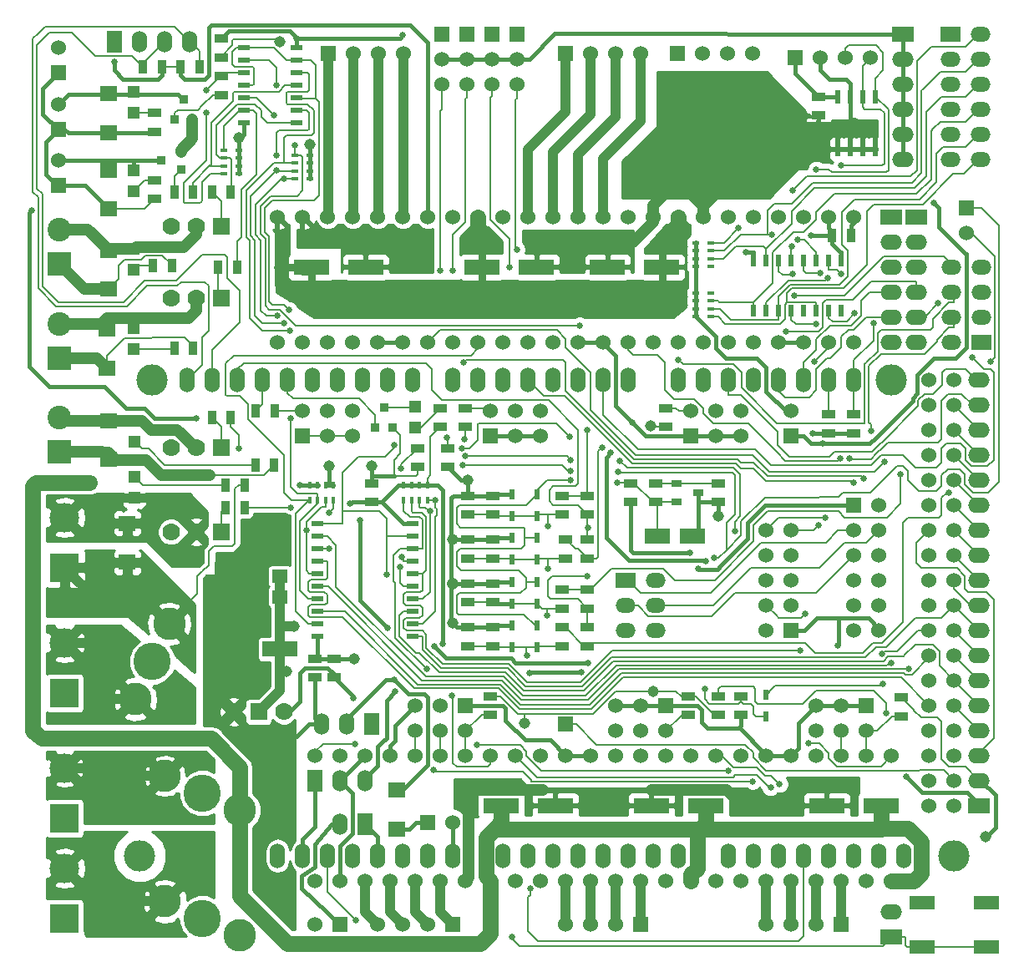
<source format=gtl>
G04 (created by PCBNEW (2013-07-07 BZR 4022)-stable) date 09/02/2014 18:29:50*
%MOIN*%
G04 Gerber Fmt 3.4, Leading zero omitted, Abs format*
%FSLAX34Y34*%
G01*
G70*
G90*
G04 APERTURE LIST*
%ADD10C,0.00590551*%
%ADD11R,0.055X0.035*%
%ADD12R,0.035X0.055*%
%ADD13C,0.06*%
%ADD14R,0.06X0.06*%
%ADD15R,0.1417X0.063*%
%ADD16C,0.07*%
%ADD17R,0.07X0.07*%
%ADD18R,0.0472X0.0472*%
%ADD19R,0.1181X0.1181*%
%ADD20C,0.1181*%
%ADD21R,0.06X0.0866*%
%ADD22O,0.06X0.0866*%
%ADD23R,0.0787X0.06*%
%ADD24O,0.0787X0.06*%
%ADD25R,0.0984X0.055*%
%ADD26R,0.05X0.02*%
%ADD27R,0.045X0.02*%
%ADD28R,0.03X0.017*%
%ADD29R,0.017X0.03*%
%ADD30R,0.0866X0.06*%
%ADD31O,0.0866X0.06*%
%ADD32C,0.13*%
%ADD33C,0.149*%
%ADD34R,0.036X0.036*%
%ADD35R,0.0657X0.061*%
%ADD36R,0.02X0.045*%
%ADD37C,0.0944882*%
%ADD38R,0.0944882X0.0944882*%
%ADD39R,0.0236X0.0551*%
%ADD40R,0.0394X0.0315*%
%ADD41R,0.0236X0.0394*%
%ADD42R,0.1024X0.063*%
%ADD43O,0.06X0.1*%
%ADD44C,0.125*%
%ADD45R,0.0590551X0.0551*%
%ADD46R,0.188976X0.192913*%
%ADD47C,0.025*%
%ADD48C,0.064*%
%ADD49C,0.045*%
%ADD50C,0.016*%
%ADD51C,0.008*%
%ADD52C,0.025*%
%ADD53C,0.04*%
%ADD54C,0.03*%
%ADD55C,0.063*%
%ADD56C,0.02*%
%ADD57C,0.045*%
%ADD58C,0.01*%
G04 APERTURE END LIST*
G54D10*
G54D11*
X32400Y20875D03*
X32400Y21625D03*
X33400Y20875D03*
X33400Y21625D03*
X25900Y21875D03*
X25900Y21125D03*
X17900Y21875D03*
X17900Y21125D03*
G54D12*
X10275Y21750D03*
X9525Y21750D03*
G54D11*
X26802Y9625D03*
X26802Y10375D03*
X18900Y9625D03*
X18900Y10375D03*
X35300Y9575D03*
X35300Y10325D03*
X16900Y21125D03*
X16900Y21875D03*
G54D12*
X32525Y28750D03*
X33275Y28750D03*
G54D11*
X11900Y11125D03*
X11900Y11875D03*
X22750Y16625D03*
X22750Y15875D03*
X22750Y13875D03*
X22750Y14625D03*
X22750Y13125D03*
X22750Y12375D03*
G54D12*
X10267Y19610D03*
X9517Y19610D03*
X7025Y24250D03*
X6275Y24250D03*
X9070Y18795D03*
X8320Y18795D03*
G54D13*
X18900Y8000D03*
X17900Y8000D03*
X16900Y8000D03*
X15900Y8000D03*
X14900Y8000D03*
X13900Y8000D03*
X12900Y8000D03*
X11900Y8000D03*
X11900Y3000D03*
X12900Y3000D03*
X13900Y3000D03*
X14900Y3000D03*
X15900Y3000D03*
X16900Y3000D03*
X17900Y3000D03*
X18900Y3000D03*
X26900Y8000D03*
X25900Y8000D03*
X24900Y8000D03*
X23900Y8000D03*
X22900Y8000D03*
X21900Y8000D03*
X20900Y8000D03*
X19900Y8000D03*
X19900Y3000D03*
X20900Y3000D03*
X21900Y3000D03*
X22900Y3000D03*
X23900Y3000D03*
X24900Y3000D03*
X25900Y3000D03*
X26900Y3000D03*
X34900Y8000D03*
X33900Y8000D03*
X32900Y8000D03*
X31900Y8000D03*
X30900Y8000D03*
X29900Y8000D03*
X28900Y8000D03*
X27900Y8000D03*
X27900Y3000D03*
X28900Y3000D03*
X29900Y3000D03*
X30900Y3000D03*
X31900Y3000D03*
X32900Y3000D03*
X33900Y3000D03*
X34900Y3000D03*
X10400Y24500D03*
X11400Y24500D03*
X12400Y24500D03*
X13400Y24500D03*
X14400Y24500D03*
X15400Y24500D03*
X16400Y24500D03*
X17400Y24500D03*
X17400Y29500D03*
X16400Y29500D03*
X15400Y29500D03*
X14400Y29500D03*
X13400Y29500D03*
X12400Y29500D03*
X11400Y29500D03*
X10400Y29500D03*
X18400Y24500D03*
X19400Y24500D03*
X20400Y24500D03*
X21400Y24500D03*
X22400Y24500D03*
X23400Y24500D03*
X24400Y24500D03*
X25400Y24500D03*
X25400Y29500D03*
X24400Y29500D03*
X23400Y29500D03*
X22400Y29500D03*
X21400Y29500D03*
X20400Y29500D03*
X19400Y29500D03*
X18400Y29500D03*
G54D14*
X31065Y35850D03*
G54D13*
X32065Y35850D03*
X33065Y35850D03*
X34065Y35850D03*
G54D14*
X17900Y10000D03*
G54D13*
X17900Y9000D03*
X16900Y10000D03*
X16900Y9000D03*
X15900Y10000D03*
X15900Y9000D03*
G54D14*
X11400Y20750D03*
G54D13*
X11400Y21750D03*
X12400Y20750D03*
X12400Y21750D03*
X13400Y20750D03*
X13400Y21750D03*
G54D14*
X26900Y20750D03*
G54D13*
X26900Y21750D03*
X27900Y20750D03*
X27900Y21750D03*
X28900Y20750D03*
X28900Y21750D03*
G54D14*
X33900Y10000D03*
G54D13*
X33900Y9000D03*
X32900Y10000D03*
X32900Y9000D03*
X31900Y10000D03*
X31900Y9000D03*
G54D14*
X25900Y10000D03*
G54D13*
X25900Y9000D03*
X24900Y10000D03*
X24900Y9000D03*
X23900Y10000D03*
X23900Y9000D03*
G54D14*
X18951Y36808D03*
G54D13*
X18951Y35808D03*
X18951Y34808D03*
G54D14*
X19951Y36808D03*
G54D13*
X19951Y35808D03*
X19951Y34808D03*
G54D14*
X17951Y36808D03*
G54D13*
X17951Y35808D03*
X17951Y34808D03*
G54D14*
X16951Y36808D03*
G54D13*
X16951Y35808D03*
X16951Y34808D03*
G54D14*
X21900Y9250D03*
G54D15*
X34483Y6000D03*
X32317Y6000D03*
X8317Y12250D03*
X10483Y12250D03*
X18567Y27500D03*
X20733Y27500D03*
X11748Y27500D03*
X13914Y27500D03*
X27483Y6000D03*
X25317Y6000D03*
X19317Y6000D03*
X21483Y6000D03*
G54D16*
X7148Y16929D03*
X6148Y16929D03*
G54D17*
X8148Y16929D03*
G54D16*
X7147Y26252D03*
X6147Y26252D03*
G54D17*
X8147Y26252D03*
G54D16*
X7152Y20294D03*
X6152Y20294D03*
G54D17*
X8152Y20294D03*
G54D18*
X15900Y21087D03*
X15900Y21913D03*
G54D11*
X28900Y9625D03*
X28900Y10375D03*
G54D16*
X7150Y29120D03*
X6150Y29120D03*
G54D17*
X8150Y29120D03*
G54D12*
X6175Y27550D03*
X5425Y27550D03*
G54D19*
X1900Y5500D03*
G54D20*
X1900Y7500D03*
G54D14*
X17400Y1250D03*
G54D13*
X16400Y1250D03*
X15400Y1250D03*
X14400Y1250D03*
G54D14*
X24900Y1250D03*
G54D13*
X23900Y1250D03*
X22900Y1250D03*
X21900Y1250D03*
G54D14*
X32900Y1250D03*
G54D13*
X31900Y1250D03*
X30900Y1250D03*
X29900Y1250D03*
G54D14*
X12410Y36040D03*
G54D13*
X13410Y36040D03*
X14410Y36040D03*
X15410Y36040D03*
G54D11*
X22750Y17625D03*
X22750Y18375D03*
G54D21*
X11900Y7000D03*
G54D22*
X12900Y7000D03*
X13900Y7000D03*
G54D23*
X38498Y24500D03*
G54D24*
X37302Y24500D03*
X38498Y25500D03*
X37302Y25500D03*
X38498Y26500D03*
X37302Y26500D03*
X38498Y27500D03*
X37302Y27500D03*
G54D11*
X19000Y17625D03*
X19000Y18375D03*
X19000Y15875D03*
X19000Y16625D03*
X19000Y12375D03*
X19000Y13125D03*
X19000Y14125D03*
X19000Y14875D03*
X21750Y18375D03*
X21750Y17625D03*
X21900Y16625D03*
X21900Y15875D03*
X21750Y13125D03*
X21750Y12375D03*
X21750Y14625D03*
X21750Y13875D03*
G54D19*
X1900Y15500D03*
G54D20*
X1900Y17500D03*
G54D19*
X1900Y1500D03*
G54D20*
X1900Y3500D03*
G54D25*
X36121Y364D03*
X36121Y2136D03*
X38680Y364D03*
X38680Y2136D03*
G54D11*
X27994Y10373D03*
X27994Y9623D03*
G54D14*
X21900Y36040D03*
G54D13*
X22900Y36040D03*
X23900Y36040D03*
X24900Y36040D03*
G54D14*
X26340Y36040D03*
G54D13*
X27340Y36040D03*
X28340Y36040D03*
X29340Y36040D03*
G54D15*
X25733Y27500D03*
X23567Y27500D03*
G54D13*
X26400Y24500D03*
X27400Y24500D03*
X28400Y24500D03*
X29400Y24500D03*
X30400Y24500D03*
X31400Y24500D03*
X32400Y24500D03*
X33400Y24500D03*
X33400Y29500D03*
X32400Y29500D03*
X31400Y29500D03*
X30400Y29500D03*
X29400Y29500D03*
X28400Y29500D03*
X27400Y29500D03*
X26400Y29500D03*
G54D14*
X18900Y20750D03*
G54D13*
X18900Y21750D03*
X19900Y20750D03*
X19900Y21750D03*
X20900Y20750D03*
X20900Y21750D03*
G54D23*
X24302Y15000D03*
G54D24*
X25498Y15000D03*
X24302Y14000D03*
X25498Y14000D03*
X24302Y13000D03*
X25498Y13000D03*
G54D26*
X15800Y12750D03*
X15800Y13250D03*
X15800Y13750D03*
X15800Y14250D03*
X15800Y14750D03*
X15800Y15250D03*
X15800Y15750D03*
X15800Y16250D03*
X15800Y16750D03*
X15800Y17250D03*
X12000Y17250D03*
X12000Y16750D03*
X12000Y16250D03*
X12000Y15750D03*
X12000Y15250D03*
X12000Y14750D03*
X12000Y14250D03*
X12000Y13750D03*
X12000Y13250D03*
X12000Y12750D03*
G54D27*
X9050Y36250D03*
X9050Y35750D03*
X9050Y35250D03*
X9050Y34750D03*
X9050Y34250D03*
X9050Y33750D03*
X9050Y33250D03*
X11150Y33250D03*
X11150Y33750D03*
X11150Y34250D03*
X11150Y34750D03*
X11150Y35250D03*
X11150Y35750D03*
X11150Y36250D03*
G54D11*
X14150Y18125D03*
X14150Y18875D03*
X8150Y36625D03*
X8150Y35875D03*
G54D12*
X5775Y35500D03*
X5025Y35500D03*
X6525Y35500D03*
X7275Y35500D03*
G54D28*
X8850Y31543D03*
X8250Y31543D03*
X8850Y31857D03*
X8250Y31857D03*
X8850Y31228D03*
X8850Y32172D03*
X8250Y32172D03*
X8250Y31228D03*
G54D29*
X11993Y18200D03*
X11993Y18800D03*
X12307Y18200D03*
X12307Y18800D03*
X11678Y18200D03*
X12622Y18200D03*
X12622Y18800D03*
X11678Y18800D03*
X15743Y18200D03*
X15743Y18800D03*
X16057Y18200D03*
X16057Y18800D03*
X15428Y18200D03*
X16372Y18200D03*
X16372Y18800D03*
X15428Y18800D03*
G54D30*
X34900Y29500D03*
G54D31*
X34900Y28500D03*
X34900Y27500D03*
X34900Y26500D03*
X34900Y25500D03*
X34900Y24500D03*
G54D21*
X3900Y36500D03*
G54D22*
X4900Y36500D03*
X5900Y36500D03*
X6900Y36500D03*
G54D21*
X14150Y9250D03*
G54D22*
X13150Y9250D03*
X12150Y9250D03*
G54D14*
X16398Y5338D03*
G54D13*
X17398Y5338D03*
G54D16*
X8650Y9750D03*
G54D17*
X9650Y9750D03*
G54D16*
X10650Y9750D03*
G54D14*
X30900Y13000D03*
G54D13*
X29900Y13000D03*
X30900Y14000D03*
X29900Y14000D03*
X30900Y15000D03*
X29900Y15000D03*
X30900Y16000D03*
X29900Y16000D03*
X30900Y17000D03*
X29900Y17000D03*
G54D30*
X35900Y29500D03*
G54D31*
X35900Y28500D03*
X35900Y27500D03*
X35900Y26500D03*
X35900Y25500D03*
X35900Y24500D03*
G54D14*
X1650Y35250D03*
G54D13*
X1650Y36250D03*
G54D32*
X5900Y2180D03*
X8900Y820D03*
G54D33*
X7400Y1500D03*
G54D32*
X5900Y7180D03*
X8900Y5820D03*
G54D33*
X7400Y6500D03*
G54D32*
X4720Y10250D03*
X6080Y13250D03*
G54D33*
X5400Y11750D03*
G54D34*
X6550Y32100D03*
X6550Y31400D03*
X5750Y31750D03*
X7002Y33380D03*
X6302Y33380D03*
X6652Y34180D03*
G54D11*
X5494Y30212D03*
X5494Y30962D03*
X5476Y32907D03*
X5476Y33657D03*
G54D14*
X1650Y30750D03*
G54D13*
X1650Y31750D03*
G54D14*
X1650Y33000D03*
G54D13*
X1650Y34000D03*
G54D35*
X3650Y21374D03*
X3650Y19813D03*
G54D11*
X12650Y11125D03*
X12650Y11875D03*
G54D35*
X4400Y17274D03*
X4400Y15713D03*
X3600Y25024D03*
X3600Y23463D03*
X3650Y28174D03*
X3650Y26613D03*
X3650Y31374D03*
X3650Y29813D03*
X3650Y34424D03*
X3650Y32863D03*
G54D30*
X38400Y6000D03*
G54D31*
X38400Y7000D03*
X38400Y8000D03*
X38400Y9000D03*
X38400Y10000D03*
X38400Y11000D03*
X38400Y12000D03*
X38400Y13000D03*
X38400Y14000D03*
X38400Y15000D03*
X38400Y16000D03*
X38400Y17000D03*
X38400Y18000D03*
X38400Y19000D03*
X38400Y20000D03*
X38400Y21000D03*
X38400Y22000D03*
X38400Y23000D03*
G54D36*
X32900Y27750D03*
X32400Y27750D03*
X31900Y27750D03*
X31400Y27750D03*
X30900Y27750D03*
X30400Y27750D03*
X29900Y27750D03*
X29400Y27750D03*
X29400Y25750D03*
X29900Y25750D03*
X30400Y25750D03*
X30900Y25750D03*
X31400Y25750D03*
X31900Y25750D03*
X32400Y25750D03*
X32900Y25750D03*
G54D14*
X33400Y18000D03*
G54D13*
X34400Y18000D03*
X33400Y17000D03*
X34400Y17000D03*
X33400Y16000D03*
X34400Y16000D03*
X33400Y15000D03*
X34400Y15000D03*
X33400Y14000D03*
X34400Y14000D03*
X33400Y13000D03*
X34400Y13000D03*
G54D30*
X34900Y750D03*
G54D31*
X34900Y1750D03*
G54D37*
X1675Y21488D03*
G54D38*
X1675Y20111D03*
G54D37*
X1675Y25238D03*
G54D38*
X1675Y23861D03*
G54D37*
X1675Y28988D03*
G54D38*
X1675Y27611D03*
G54D28*
X27700Y27843D03*
X27100Y27843D03*
X27700Y28157D03*
X27100Y28157D03*
X27700Y27528D03*
X27700Y28472D03*
X27100Y28472D03*
X27100Y27528D03*
X27700Y25843D03*
X27100Y25843D03*
X27700Y26157D03*
X27100Y26157D03*
X27700Y25528D03*
X27700Y26472D03*
X27100Y26472D03*
X27100Y25528D03*
G54D14*
X30900Y20750D03*
G54D13*
X30900Y21750D03*
G54D35*
X15150Y6624D03*
X15150Y5063D03*
G54D19*
X1900Y10500D03*
G54D20*
X1900Y12500D03*
G54D18*
X4650Y24237D03*
X4650Y25063D03*
X4650Y27387D03*
X4650Y28213D03*
X4700Y20537D03*
X4700Y21363D03*
X4684Y19120D03*
X4684Y18294D03*
X4650Y30537D03*
X4650Y31363D03*
X4657Y33660D03*
X4657Y34486D03*
G54D11*
X31978Y34299D03*
X31978Y33549D03*
X17190Y20269D03*
X17190Y19519D03*
X16000Y20275D03*
X16000Y19525D03*
G54D12*
X9070Y17902D03*
X8320Y17902D03*
X8525Y21500D03*
X7775Y21500D03*
X8525Y30500D03*
X7775Y30500D03*
X8775Y27500D03*
X8025Y27500D03*
G54D28*
X11700Y31343D03*
X11100Y31343D03*
X11700Y31657D03*
X11100Y31657D03*
X11700Y31028D03*
X11700Y31972D03*
X11100Y31972D03*
X11100Y31028D03*
G54D39*
X32750Y34310D03*
X32750Y32210D03*
X33250Y34310D03*
X33750Y34310D03*
X34250Y34310D03*
X33250Y32210D03*
X33750Y32210D03*
X34250Y32210D03*
G54D40*
X27183Y18500D03*
X26317Y18125D03*
X26317Y18875D03*
G54D41*
X19750Y17567D03*
X19750Y18433D03*
X20750Y18433D03*
X20750Y17567D03*
X19750Y12317D03*
X19750Y13183D03*
X20750Y13183D03*
X20750Y12317D03*
X20750Y16683D03*
X20750Y15817D03*
X19750Y15817D03*
X19750Y16683D03*
X19750Y14067D03*
X19750Y14933D03*
X20750Y14933D03*
X20750Y14067D03*
G54D11*
X25500Y18125D03*
X25500Y18875D03*
X28000Y18875D03*
X28000Y18125D03*
X24500Y18125D03*
X24500Y18875D03*
X8150Y35125D03*
X8150Y34375D03*
G54D12*
X7025Y30500D03*
X6275Y30500D03*
G54D21*
X13900Y5250D03*
G54D22*
X12900Y5250D03*
G54D14*
X12900Y1250D03*
G54D13*
X11900Y1250D03*
G54D42*
X25541Y16750D03*
X26959Y16750D03*
G54D11*
X18000Y12375D03*
X18000Y13125D03*
X18000Y15875D03*
X18000Y16625D03*
X18000Y14125D03*
X18000Y14875D03*
X18000Y17625D03*
X18000Y18375D03*
G54D14*
X37891Y29870D03*
G54D13*
X37891Y28870D03*
G54D41*
X29900Y10433D03*
X29900Y9567D03*
G54D30*
X35350Y36800D03*
G54D31*
X35350Y35800D03*
X35350Y34800D03*
X35350Y33800D03*
X35350Y32800D03*
X35350Y31800D03*
G54D23*
X37252Y36800D03*
G54D24*
X38448Y36800D03*
X37252Y35800D03*
X38448Y35800D03*
X37252Y34800D03*
X38448Y34800D03*
X37252Y33800D03*
X38448Y33800D03*
X37252Y32800D03*
X38448Y32800D03*
X37252Y31800D03*
X38448Y31800D03*
G54D43*
X26400Y23000D03*
X27400Y23000D03*
X28400Y23000D03*
X29400Y23000D03*
X30400Y23000D03*
X31400Y23000D03*
X32400Y23000D03*
X33400Y23000D03*
X35400Y4000D03*
X34400Y4000D03*
X33400Y4000D03*
X32400Y4000D03*
X28400Y4000D03*
X26400Y4000D03*
X25400Y4000D03*
X29400Y4000D03*
X30400Y4000D03*
X31400Y4000D03*
X24400Y4000D03*
X23400Y4000D03*
X22400Y4000D03*
X19400Y4000D03*
X20400Y4000D03*
X21400Y4000D03*
X17400Y4000D03*
X16400Y4000D03*
X15400Y4000D03*
X13400Y4000D03*
X12400Y4000D03*
X24400Y23000D03*
X23400Y23000D03*
X22400Y23000D03*
X21400Y23000D03*
X20400Y23000D03*
X19400Y23000D03*
X18400Y23000D03*
X17400Y23000D03*
X15800Y23000D03*
X14800Y23000D03*
X13800Y23000D03*
X12800Y23000D03*
X11800Y23000D03*
X10800Y23000D03*
X9800Y23000D03*
X8800Y23000D03*
X14400Y4000D03*
G54D44*
X37400Y4000D03*
X34900Y23000D03*
X5400Y23000D03*
X4900Y4000D03*
G54D13*
X36400Y22000D03*
X37400Y22000D03*
X36400Y21000D03*
X37400Y21000D03*
X36400Y20000D03*
X37400Y20000D03*
X36400Y19000D03*
X37400Y19000D03*
X36400Y23000D03*
X37400Y23000D03*
X37400Y18000D03*
X36400Y18000D03*
X36400Y17000D03*
X37400Y17000D03*
X36400Y16000D03*
X37400Y16000D03*
X36400Y15000D03*
X37400Y15000D03*
X36400Y14000D03*
X37400Y14000D03*
X36400Y13000D03*
X37400Y13000D03*
X36400Y12000D03*
X37400Y12000D03*
X36400Y11000D03*
X37400Y11000D03*
X36400Y10000D03*
X37400Y10000D03*
X36400Y9000D03*
X37400Y9000D03*
X36400Y8000D03*
X37400Y8000D03*
X36400Y7000D03*
X37400Y7000D03*
X36400Y6000D03*
X37400Y6000D03*
G54D43*
X7800Y23000D03*
X6800Y23000D03*
X11400Y4000D03*
X10400Y4000D03*
G54D45*
X10483Y15159D03*
X10483Y14341D03*
G54D46*
X8809Y14750D03*
G54D34*
X15000Y21100D03*
X14300Y21100D03*
X14650Y21900D03*
G54D47*
X7150Y21450D03*
X580Y29760D03*
X13700Y17400D03*
X14800Y13100D03*
X15050Y11030D03*
X16650Y12360D03*
X22800Y11690D03*
X26850Y16100D03*
X3870Y35690D03*
X24550Y21300D03*
X27500Y15750D03*
X23700Y20090D03*
X32750Y12400D03*
X31700Y28770D03*
X35500Y7150D03*
X31759Y20876D03*
G54D48*
X2900Y18900D03*
G54D49*
X9900Y17000D03*
X10800Y1750D03*
X7700Y19200D03*
G54D47*
X22050Y20720D03*
X17760Y20250D03*
X16680Y18200D03*
X10930Y21455D03*
X13410Y10280D03*
X13530Y1440D03*
X19750Y750D03*
X17350Y10400D03*
X16366Y11452D03*
X31260Y12210D03*
X16500Y17750D03*
X22100Y19800D03*
X17900Y19950D03*
X31573Y8499D03*
X28650Y16970D03*
X24040Y19750D03*
X31450Y13650D03*
X22800Y17100D03*
X22760Y15150D03*
X10400Y25550D03*
X10250Y33550D03*
X10650Y31025D03*
X10650Y25250D03*
X10350Y31950D03*
X10350Y31350D03*
X10900Y24950D03*
X22450Y25175D03*
X11100Y32350D03*
X10350Y34750D03*
X34608Y19717D03*
X32840Y19860D03*
X17810Y23710D03*
X33800Y19050D03*
X17150Y20700D03*
X15292Y15527D03*
X11539Y17000D03*
X10907Y17909D03*
X15336Y19452D03*
X15337Y15931D03*
X8850Y20250D03*
X12458Y17702D03*
X12458Y16250D03*
X31820Y23720D03*
X34540Y10860D03*
X34520Y12060D03*
X13300Y18050D03*
X11150Y36625D03*
X15400Y36750D03*
X15100Y10550D03*
X22510Y11340D03*
X20440Y11280D03*
X27200Y15450D03*
X36570Y30070D03*
X32150Y20450D03*
X17000Y12460D03*
X11300Y18800D03*
X7550Y33650D03*
X7550Y34550D03*
G54D49*
X10750Y11350D03*
X11050Y13150D03*
X13450Y11850D03*
X8850Y32650D03*
X20250Y9300D03*
X25300Y21150D03*
X17386Y13292D03*
X17370Y16640D03*
X12450Y19550D03*
X14150Y19550D03*
X18000Y18990D03*
X38650Y4770D03*
G54D47*
X17860Y20630D03*
G54D49*
X27990Y17570D03*
X20750Y28550D03*
X10500Y36500D03*
X17385Y14875D03*
X33396Y6762D03*
X7000Y32618D03*
X11675Y32400D03*
G54D47*
X29097Y28095D03*
G54D49*
X18019Y6281D03*
X33400Y33236D03*
X25400Y10576D03*
G54D47*
X30966Y30556D03*
X31140Y28600D03*
X28800Y29050D03*
X30920Y28340D03*
X30129Y28803D03*
X34670Y9700D03*
X38840Y23720D03*
X23970Y19320D03*
X22100Y19350D03*
X17770Y19610D03*
X27810Y15900D03*
X10850Y25800D03*
X15050Y20400D03*
X14750Y15230D03*
X27445Y10662D03*
X37190Y18510D03*
X22750Y21000D03*
X31018Y26351D03*
X23340Y20310D03*
X26394Y23796D03*
X35264Y19218D03*
X34070Y20973D03*
X22100Y19000D03*
X23950Y18900D03*
X32900Y31550D03*
X34174Y25253D03*
X31900Y31400D03*
X16900Y27350D03*
X17400Y27350D03*
X19650Y27500D03*
X19950Y28200D03*
X33400Y18900D03*
X20340Y12010D03*
X21150Y13600D03*
X21200Y15450D03*
X21200Y17170D03*
X30686Y24929D03*
X36760Y26050D03*
X38130Y23880D03*
X33210Y19850D03*
X32240Y17490D03*
X31980Y17190D03*
X31891Y25226D03*
X33436Y25644D03*
X28379Y7385D03*
X13500Y8450D03*
X18360Y8430D03*
X34870Y11700D03*
X29361Y6976D03*
X16630Y7440D03*
X30960Y27220D03*
X32350Y27050D03*
X30070Y6722D03*
X20490Y2690D03*
X32894Y27228D03*
X32050Y27250D03*
X30430Y6860D03*
X35582Y11474D03*
G54D50*
X475Y26435D02*
X475Y29655D01*
X5900Y21450D02*
X5500Y21450D01*
X1299Y22711D02*
X475Y23535D01*
X475Y23535D02*
X475Y26435D01*
X7150Y21450D02*
X5900Y21450D01*
X3489Y22711D02*
X1299Y22711D01*
X4350Y21850D02*
X3489Y22711D01*
X5100Y21850D02*
X4350Y21850D01*
X5500Y21450D02*
X5100Y21850D01*
X475Y29655D02*
X580Y29760D01*
X1650Y33000D02*
X1640Y33000D01*
X1030Y34630D02*
X1650Y35250D01*
X1030Y33610D02*
X1030Y34630D01*
X1640Y33000D02*
X1030Y33610D01*
X15050Y11030D02*
X14730Y11030D01*
X13150Y9450D02*
X13150Y9250D01*
X14730Y11030D02*
X13150Y9450D01*
X16265Y10465D02*
X15615Y10465D01*
X15615Y10465D02*
X15050Y11030D01*
X13700Y14200D02*
X14800Y13100D01*
X13700Y14200D02*
X13700Y16900D01*
X13700Y16900D02*
X13700Y17400D01*
X21010Y11700D02*
X22790Y11700D01*
X17530Y11880D02*
X17130Y11880D01*
X19900Y11700D02*
X19720Y11880D01*
X19720Y11880D02*
X17530Y11880D01*
X21010Y11700D02*
X19900Y11700D01*
X17130Y11880D02*
X16650Y12360D01*
X22790Y11700D02*
X22800Y11690D01*
X24500Y16310D02*
X24500Y16260D01*
X24500Y16310D02*
X24500Y16550D01*
X24500Y18125D02*
X24500Y16550D01*
X15050Y11030D02*
X15060Y11020D01*
X24500Y16200D02*
X24500Y16260D01*
X24600Y16100D02*
X24500Y16200D01*
X26850Y16100D02*
X24600Y16100D01*
X16400Y10330D02*
X16265Y10465D01*
X16265Y10465D02*
X16260Y10470D01*
X15384Y6624D02*
X15150Y6624D01*
X16400Y7640D02*
X16400Y9400D01*
X15384Y6624D02*
X16400Y7640D01*
X16400Y9400D02*
X16400Y10330D01*
G54D51*
X3650Y29813D02*
X5095Y29813D01*
X5095Y29813D02*
X5494Y30212D01*
G54D50*
X1650Y30750D02*
X2713Y30750D01*
X2713Y30750D02*
X3650Y29813D01*
X1650Y30750D02*
X1600Y30750D01*
X1600Y30750D02*
X1150Y31200D01*
X1150Y31200D02*
X1150Y32500D01*
X1150Y32500D02*
X1650Y33000D01*
X2038Y32862D02*
X3650Y32862D01*
X3650Y32862D02*
X5274Y32864D01*
X5274Y32864D02*
X5476Y32899D01*
X1650Y33000D02*
X1900Y33000D01*
X1900Y33000D02*
X2038Y32862D01*
G54D51*
X7400Y15350D02*
X7650Y15600D01*
X6080Y13330D02*
X7200Y14450D01*
X7200Y14450D02*
X7200Y15150D01*
X7200Y15150D02*
X7400Y15350D01*
X9070Y18795D02*
X8845Y18795D01*
X7850Y16350D02*
X7750Y16250D01*
X8600Y16350D02*
X7850Y16350D01*
X8700Y16450D02*
X8600Y16350D01*
X8700Y18650D02*
X8700Y16450D01*
X8845Y18795D02*
X8700Y18650D01*
X6080Y13330D02*
X6080Y13250D01*
X7650Y16150D02*
X7750Y16250D01*
X7650Y15600D02*
X7650Y16150D01*
G54D52*
X6080Y13250D02*
X6080Y13320D01*
X6080Y13320D02*
X5150Y14250D01*
X5150Y14250D02*
X3150Y14250D01*
G54D53*
X3150Y14250D02*
X1900Y15500D01*
G54D51*
X9071Y18794D02*
X9070Y18795D01*
G54D50*
X12900Y7000D02*
X13900Y8000D01*
X13390Y5750D02*
X13390Y6510D01*
X13390Y6510D02*
X12900Y7000D01*
X5775Y35500D02*
X5775Y35145D01*
X3870Y35350D02*
X3870Y35690D01*
X4220Y35000D02*
X3870Y35350D01*
X5630Y35000D02*
X4220Y35000D01*
X5775Y35145D02*
X5630Y35000D01*
X6525Y35500D02*
X6525Y35175D01*
X7650Y37050D02*
X7755Y37155D01*
X7650Y35150D02*
X7650Y37050D01*
X7500Y35000D02*
X7650Y35150D01*
X6700Y35000D02*
X7500Y35000D01*
X6525Y35175D02*
X6700Y35000D01*
X14900Y8000D02*
X14900Y8400D01*
X15100Y9200D02*
X15900Y10000D01*
X15100Y8600D02*
X15100Y9200D01*
X14900Y8400D02*
X15100Y8600D01*
X21283Y8617D02*
X20283Y8617D01*
X20283Y8617D02*
X19500Y9400D01*
X19500Y9400D02*
X19500Y9881D01*
X19500Y9881D02*
X19381Y10000D01*
X19381Y10000D02*
X17900Y10000D01*
X21900Y8000D02*
X21283Y8617D01*
X25150Y20750D02*
X25100Y20750D01*
X26900Y20750D02*
X25150Y20750D01*
X24900Y20950D02*
X24550Y21300D01*
X25100Y20750D02*
X24900Y20950D01*
X27500Y15750D02*
X27450Y15800D01*
X27450Y15800D02*
X27160Y15800D01*
X23520Y19260D02*
X23520Y19900D01*
X27160Y15800D02*
X24430Y15800D01*
X24430Y15800D02*
X23520Y16710D01*
X23520Y19260D02*
X23520Y16710D01*
X23700Y20080D02*
X23700Y20090D01*
X23520Y19900D02*
X23700Y20080D01*
X23400Y24500D02*
X23400Y24450D01*
X23900Y23950D02*
X23900Y21950D01*
X23900Y21950D02*
X24550Y21300D01*
X23400Y24450D02*
X23900Y23950D01*
X32780Y13480D02*
X32780Y13490D01*
X32780Y12430D02*
X32780Y13490D01*
X32750Y12400D02*
X32780Y12430D01*
X32162Y28750D02*
X31720Y28750D01*
X32525Y28750D02*
X32162Y28750D01*
X31720Y28750D02*
X31700Y28770D01*
X34400Y13000D02*
X34400Y13060D01*
X33980Y13480D02*
X32780Y13480D01*
X34400Y13060D02*
X33980Y13480D01*
X32780Y13480D02*
X31910Y13480D01*
X31430Y13000D02*
X30900Y13000D01*
X31910Y13480D02*
X31430Y13000D01*
X38400Y6000D02*
X38400Y6030D01*
X38400Y6030D02*
X37910Y6520D01*
X37910Y6520D02*
X36130Y6520D01*
X36130Y6520D02*
X35500Y7150D01*
X31760Y20875D02*
X31759Y20876D01*
X31760Y20875D02*
X32400Y20875D01*
G54D51*
X6375Y35650D02*
X6525Y35500D01*
X5775Y35500D02*
X6525Y35500D01*
G54D50*
X16400Y29500D02*
X16400Y36450D01*
X8575Y37155D02*
X7755Y37155D01*
X8575Y37155D02*
X15695Y37155D01*
X15695Y37155D02*
X16400Y36450D01*
X12900Y3000D02*
X12900Y4390D01*
X13390Y4880D02*
X13390Y5750D01*
X13390Y5750D02*
X13390Y5760D01*
X12900Y4390D02*
X13390Y4880D01*
X29900Y8025D02*
X28812Y9112D01*
X29900Y8000D02*
X29900Y8025D01*
X32525Y28750D02*
X32525Y28933D01*
X32400Y29058D02*
X32400Y29500D01*
X32525Y28933D02*
X32400Y29058D01*
X19900Y20750D02*
X20900Y20750D01*
X18900Y20750D02*
X19900Y20750D01*
X30400Y24500D02*
X31400Y24500D01*
X22400Y24500D02*
X23400Y24500D01*
X14400Y24500D02*
X15400Y24500D01*
X21900Y8000D02*
X22900Y8000D01*
X31065Y35850D02*
X31065Y35226D01*
X31065Y35226D02*
X31981Y34310D01*
X31981Y34310D02*
X32750Y34310D01*
X27150Y10000D02*
X27325Y9825D01*
X28812Y9112D02*
X28900Y9200D01*
X28900Y9200D02*
X28900Y9625D01*
X28800Y9100D02*
X28812Y9112D01*
X27550Y9100D02*
X28800Y9100D01*
X27325Y9325D02*
X27550Y9100D01*
X27325Y9825D02*
X27325Y9325D01*
G54D51*
X13400Y20750D02*
X12400Y20750D01*
G54D50*
X26900Y20750D02*
X27900Y20750D01*
X33400Y20875D02*
X32400Y20875D01*
X28900Y20750D02*
X27900Y20750D01*
X23900Y10000D02*
X24900Y10000D01*
X32900Y10000D02*
X33900Y10000D01*
G54D51*
X12400Y20750D02*
X11677Y20750D01*
X11677Y20750D02*
X11400Y20750D01*
G54D50*
X32525Y28750D02*
X32525Y28416D01*
X32845Y28095D02*
X32900Y28095D01*
X32525Y28416D02*
X32845Y28095D01*
X32900Y27750D02*
X32900Y28095D01*
G54D51*
X32377Y29477D02*
X32400Y29500D01*
G54D50*
X31900Y10000D02*
X32900Y10000D01*
X31194Y9294D02*
X31900Y10000D01*
X31194Y8294D02*
X31194Y9294D01*
X30900Y8000D02*
X31194Y8294D01*
X30900Y8000D02*
X29900Y8000D01*
X24900Y10000D02*
X25900Y10000D01*
X25900Y10000D02*
X27150Y10000D01*
G54D54*
X10400Y27500D02*
X11748Y27500D01*
X11748Y27500D02*
X11748Y26701D01*
G54D55*
X11950Y26500D02*
X11748Y26701D01*
G54D54*
X25750Y28400D02*
X25750Y26550D01*
G54D55*
X26400Y29050D02*
X25750Y28400D01*
X26400Y29500D02*
X26400Y29050D01*
G54D54*
X25750Y26550D02*
X25700Y26500D01*
X18567Y26500D02*
X18567Y28433D01*
G54D55*
X18400Y28600D02*
X18567Y28433D01*
X18400Y28600D02*
X18400Y29500D01*
G54D56*
X10400Y29500D02*
X10400Y27500D01*
X10400Y27500D02*
X10400Y26750D01*
X10650Y26500D02*
X11950Y26500D01*
X10400Y26750D02*
X10650Y26500D01*
G54D55*
X34483Y5100D02*
X35550Y5100D01*
X35800Y3000D02*
X34900Y3000D01*
X36100Y3300D02*
X35800Y3000D01*
X36100Y4550D02*
X36100Y3300D01*
X35550Y5100D02*
X36100Y4550D01*
X756Y18900D02*
X2900Y18900D01*
X8900Y5820D02*
X8900Y7530D01*
X8900Y7530D02*
X7747Y8683D01*
X7747Y8683D02*
X985Y8683D01*
X985Y8683D02*
X608Y8977D01*
X608Y8977D02*
X608Y18752D01*
X608Y18752D02*
X756Y18900D01*
X26900Y3000D02*
X26900Y3250D01*
X27150Y3500D02*
X27150Y5068D01*
X26900Y3250D02*
X27150Y3500D01*
X19317Y6000D02*
X19317Y5346D01*
X19317Y5346D02*
X19038Y5068D01*
X34483Y6000D02*
X34483Y5100D01*
X34483Y5100D02*
X34483Y5068D01*
X34004Y5068D02*
X34483Y5068D01*
X34004Y5068D02*
X27150Y5068D01*
X27150Y5068D02*
X27050Y5068D01*
X18584Y26500D02*
X18567Y26500D01*
X18567Y26500D02*
X11950Y26500D01*
X25750Y27517D02*
X25733Y27500D01*
X25700Y26500D02*
X25733Y26533D01*
X18584Y26500D02*
X25700Y26500D01*
X18567Y26517D02*
X18584Y26500D01*
X11748Y27500D02*
X11411Y27500D01*
X19731Y5068D02*
X27050Y5068D01*
X27050Y5068D02*
X27095Y5068D01*
X18900Y3000D02*
X18900Y900D01*
X8900Y2400D02*
X8900Y5820D01*
X10800Y500D02*
X8900Y2400D01*
X18500Y500D02*
X10800Y500D01*
X18900Y900D02*
X18500Y500D01*
X27482Y6000D02*
X27482Y5289D01*
X27261Y5068D02*
X27095Y5068D01*
X27482Y5289D02*
X27261Y5068D01*
X18704Y4734D02*
X19038Y5068D01*
X18704Y3195D02*
X18704Y4734D01*
X18900Y3000D02*
X18704Y3195D01*
X19038Y5068D02*
X19731Y5068D01*
G54D51*
X8809Y14750D02*
X8809Y16009D01*
G54D57*
X9100Y16300D02*
X9900Y17000D01*
G54D51*
X8809Y16009D02*
X9100Y16300D01*
X8317Y12250D02*
X8317Y12717D01*
X8809Y13209D02*
X8809Y14750D01*
X8317Y12717D02*
X8809Y13209D01*
X8317Y12250D02*
X8317Y10083D01*
X8317Y10083D02*
X8650Y9750D01*
X8650Y9750D02*
X9100Y9300D01*
X10100Y8300D02*
X10200Y8300D01*
X9100Y9300D02*
X10100Y8300D01*
G54D50*
X11900Y11125D02*
X11900Y9500D01*
X11900Y9500D02*
X12150Y9250D01*
X10200Y5550D02*
X10200Y8300D01*
G54D57*
X10800Y1750D02*
X9650Y2700D01*
X9650Y2700D02*
X9650Y5000D01*
X9650Y5000D02*
X10200Y5550D01*
G54D50*
X11650Y9250D02*
X12150Y9250D01*
X11150Y8750D02*
X11650Y9250D01*
X10650Y8750D02*
X11150Y8750D01*
X10200Y8300D02*
X10650Y8750D01*
G54D51*
X7700Y19200D02*
X9857Y19200D01*
X9857Y19200D02*
X10267Y19610D01*
X7025Y24250D02*
X7025Y24375D01*
X3600Y23950D02*
X3600Y23463D01*
X4300Y24650D02*
X3600Y23950D01*
X5350Y24650D02*
X4300Y24650D01*
X5400Y24700D02*
X5350Y24650D01*
X6700Y24700D02*
X5400Y24700D01*
X7025Y24375D02*
X6700Y24700D01*
X6175Y27550D02*
X6175Y27579D01*
X4050Y27013D02*
X3650Y26613D01*
X4050Y27550D02*
X4050Y27013D01*
X4300Y27800D02*
X4050Y27550D01*
X4950Y27800D02*
X4300Y27800D01*
X5104Y27954D02*
X4950Y27800D01*
X5800Y27954D02*
X5104Y27954D01*
X6175Y27579D02*
X5800Y27954D01*
G54D57*
X3650Y20105D02*
X3955Y19800D01*
X3650Y20105D02*
X3650Y19813D01*
X5750Y19200D02*
X7700Y19200D01*
X5150Y19800D02*
X5750Y19200D01*
X3955Y19800D02*
X5150Y19800D01*
X3650Y26613D02*
X2673Y26613D01*
X2673Y26613D02*
X1675Y27611D01*
X1675Y23861D02*
X3201Y23861D01*
X3201Y23861D02*
X3600Y23463D01*
X3251Y20111D02*
X3646Y20109D01*
X1675Y20111D02*
X3251Y20111D01*
G54D51*
X6175Y27550D02*
X6175Y27475D01*
X17760Y20250D02*
X18050Y20250D01*
X18050Y20250D02*
X18380Y20580D01*
X22050Y20720D02*
X21520Y21250D01*
X21520Y21250D02*
X18410Y21250D01*
X18410Y21250D02*
X18380Y21220D01*
X18380Y21220D02*
X18380Y20580D01*
X16680Y18200D02*
X16700Y17910D01*
X16670Y13750D02*
X16170Y13250D01*
X16670Y17520D02*
X16670Y13750D01*
X16750Y17600D02*
X16670Y17520D01*
X16750Y17860D02*
X16750Y17600D01*
X16700Y17910D02*
X16750Y17860D01*
X15800Y13250D02*
X16170Y13250D01*
X16170Y13250D02*
X16170Y13250D01*
X16372Y18200D02*
X16680Y18200D01*
X9210Y22020D02*
X9210Y22040D01*
X10650Y19840D02*
X10650Y20000D01*
X10550Y20100D02*
X9210Y21440D01*
X9210Y21960D02*
X9210Y21440D01*
X11678Y18200D02*
X10950Y18200D01*
X10650Y18500D02*
X10650Y19250D01*
X10950Y18200D02*
X10650Y18500D01*
X10650Y19250D02*
X10650Y19840D01*
X10650Y20000D02*
X10550Y20100D01*
X9210Y21960D02*
X9210Y22020D01*
X18400Y24260D02*
X18400Y24500D01*
X18110Y23970D02*
X18400Y24260D01*
X8640Y23970D02*
X18110Y23970D01*
X8330Y23660D02*
X8640Y23970D01*
X8330Y22390D02*
X8330Y23660D01*
X8370Y22350D02*
X8330Y22390D01*
X8900Y22350D02*
X8370Y22350D01*
X9210Y22040D02*
X8900Y22350D01*
X12000Y13250D02*
X11629Y13250D01*
X11677Y18200D02*
X11662Y18184D01*
X11125Y13754D02*
X11629Y13250D01*
X11125Y17647D02*
X11125Y13754D01*
X11662Y18184D02*
X11125Y17647D01*
X11992Y18200D02*
X11992Y18470D01*
X12000Y14250D02*
X11629Y14250D01*
X10930Y21455D02*
X10930Y21455D01*
X10930Y18719D02*
X10930Y21455D01*
X11179Y18470D02*
X10930Y18719D01*
X11992Y18470D02*
X11179Y18470D01*
X11992Y18074D02*
X11992Y18200D01*
X11286Y17368D02*
X11992Y18074D01*
X11286Y14593D02*
X11286Y17368D01*
X11629Y14250D02*
X11286Y14593D01*
G54D50*
X4649Y31750D02*
X4649Y31363D01*
X4649Y31363D02*
X4650Y31363D01*
X3646Y31750D02*
X3646Y31378D01*
X3646Y31378D02*
X3650Y31374D01*
X1650Y31750D02*
X3646Y31750D01*
X3646Y31750D02*
X4649Y31750D01*
X4649Y31750D02*
X4654Y31751D01*
X4738Y31757D02*
X4649Y31747D01*
X5750Y31750D02*
X5620Y31756D01*
X5620Y31756D02*
X4738Y31757D01*
X2050Y34400D02*
X3625Y34400D01*
X1650Y34000D02*
X2050Y34400D01*
X3625Y34400D02*
X3650Y34424D01*
X3625Y34400D02*
X4562Y34398D01*
X4562Y34398D02*
X4654Y34397D01*
X4654Y34397D02*
X6432Y34397D01*
X6432Y34397D02*
X6652Y34180D01*
G54D57*
X4650Y25455D02*
X3601Y25455D01*
X3601Y25455D02*
X3385Y25238D01*
X3385Y25238D02*
X3600Y25024D01*
X1675Y25238D02*
X3385Y25238D01*
X3385Y25238D02*
X3600Y25024D01*
X4650Y25455D02*
X4650Y25163D01*
X5482Y25455D02*
X4650Y25455D01*
X5482Y25455D02*
X6839Y25455D01*
X6839Y25455D02*
X7150Y25767D01*
X7147Y26252D02*
X7150Y25767D01*
X3650Y21374D02*
X1790Y21374D01*
X1790Y21374D02*
X1675Y21488D01*
X4700Y21363D02*
X3661Y21363D01*
X3661Y21363D02*
X3650Y21374D01*
X7152Y20294D02*
X7106Y20294D01*
X4987Y21363D02*
X4700Y21363D01*
X5350Y21000D02*
X4987Y21363D01*
X6400Y21000D02*
X5350Y21000D01*
X7106Y20294D02*
X6400Y21000D01*
X4650Y28213D02*
X3689Y28213D01*
X3689Y28213D02*
X3650Y28174D01*
X5350Y28300D02*
X4737Y28300D01*
X7150Y29120D02*
X7150Y28800D01*
X6650Y28300D02*
X5350Y28300D01*
X7150Y28800D02*
X6650Y28300D01*
X4737Y28300D02*
X4650Y28213D01*
X1675Y28988D02*
X2835Y28988D01*
X2835Y28988D02*
X3611Y28213D01*
G54D53*
X4720Y10250D02*
X3400Y10250D01*
X3400Y12500D02*
X1900Y12500D01*
G54D56*
X3400Y10250D02*
X3400Y12500D01*
G54D50*
X16398Y5338D02*
X15923Y5340D01*
X15646Y5063D02*
X15150Y5063D01*
X15923Y5340D02*
X15646Y5063D01*
X12650Y11125D02*
X12650Y11250D01*
X10900Y9750D02*
X10650Y9750D01*
X11300Y10150D02*
X10900Y9750D01*
X11300Y11300D02*
X11300Y10150D01*
X11500Y11500D02*
X11300Y11300D01*
X12400Y11500D02*
X11500Y11500D01*
X12650Y11250D02*
X12400Y11500D01*
X13410Y10280D02*
X13410Y10365D01*
X13410Y10365D02*
X12650Y11125D01*
G54D53*
X1900Y7500D02*
X3900Y7500D01*
G54D52*
X3900Y7500D02*
X4220Y7180D01*
G54D53*
X5900Y7180D02*
X4220Y7180D01*
G54D56*
X4220Y7180D02*
X4150Y7250D01*
G54D57*
X5900Y2179D02*
X5899Y2179D01*
G54D53*
X5899Y2179D02*
X4220Y2179D01*
G54D57*
X5899Y2179D02*
X5900Y2180D01*
G54D51*
X19750Y750D02*
X19750Y700D01*
X13530Y1440D02*
X12400Y2570D01*
X12400Y4000D02*
X12400Y2570D01*
X34550Y400D02*
X34900Y750D01*
X20050Y400D02*
X34550Y400D01*
X19750Y700D02*
X20050Y400D01*
X35453Y419D02*
X35508Y364D01*
X35453Y750D02*
X35453Y419D01*
X38680Y364D02*
X36120Y364D01*
X36120Y364D02*
X35508Y364D01*
X34900Y750D02*
X35453Y750D01*
G54D53*
X23900Y36040D02*
X23900Y33480D01*
X22400Y31980D02*
X22400Y29500D01*
X23900Y33480D02*
X22400Y31980D01*
X24900Y36040D02*
X24900Y33330D01*
X23400Y31830D02*
X23400Y29500D01*
X24900Y33330D02*
X23400Y31830D01*
X22900Y36040D02*
X22900Y33580D01*
X21400Y32080D02*
X21400Y29500D01*
X22900Y33580D02*
X21400Y32080D01*
X21900Y36040D02*
X21900Y33700D01*
X20400Y32200D02*
X20400Y29500D01*
X21900Y33700D02*
X20400Y32200D01*
X14410Y36040D02*
X14410Y29510D01*
G54D54*
X14410Y29510D02*
X14400Y29500D01*
G54D53*
X15410Y36040D02*
X15410Y29510D01*
G54D54*
X15410Y29510D02*
X15400Y29500D01*
G54D53*
X13410Y36040D02*
X13410Y29510D01*
G54D54*
X13410Y29510D02*
X13400Y29500D01*
G54D53*
X12410Y36040D02*
X12410Y29510D01*
G54D54*
X12410Y29510D02*
X12400Y29500D01*
G54D53*
X14900Y3000D02*
X14900Y1750D01*
X14900Y1750D02*
X15400Y1250D01*
X13900Y3000D02*
X13900Y1750D01*
X13900Y1750D02*
X14400Y1250D01*
X15900Y3000D02*
X15900Y1750D01*
X15900Y1750D02*
X16400Y1250D01*
X16900Y3000D02*
X16900Y1750D01*
X16900Y1750D02*
X17400Y1250D01*
X22900Y3000D02*
X22900Y1250D01*
X21900Y3000D02*
X21900Y1250D01*
X23900Y3000D02*
X23900Y1250D01*
X24900Y3000D02*
X24900Y1250D01*
X30900Y3000D02*
X30900Y1250D01*
X29900Y3000D02*
X29900Y1250D01*
X31900Y3000D02*
X31900Y1250D01*
X32900Y3000D02*
X32900Y1250D01*
G54D51*
X18900Y8000D02*
X18900Y7650D01*
X17400Y10350D02*
X17350Y10400D01*
X17400Y7700D02*
X17400Y10350D01*
X17550Y7550D02*
X17400Y7700D01*
X18800Y7550D02*
X17550Y7550D01*
X18900Y7650D02*
X18800Y7550D01*
X16170Y17414D02*
X16170Y16250D01*
X16069Y17515D02*
X16170Y17414D01*
X15684Y17515D02*
X16069Y17515D01*
X15427Y17772D02*
X15684Y17515D01*
X15427Y18200D02*
X15427Y17772D01*
X15800Y16250D02*
X16170Y16250D01*
X16345Y11452D02*
X16366Y11452D01*
X15096Y12701D02*
X16345Y11452D01*
X15096Y14879D02*
X15096Y12701D01*
X15024Y14951D02*
X15096Y14879D01*
X15024Y15982D02*
X15024Y14951D01*
X15292Y16250D02*
X15024Y15982D01*
X15800Y16250D02*
X15292Y16250D01*
X22479Y10931D02*
X20355Y10931D01*
X20355Y10931D02*
X19630Y11656D01*
X16981Y11656D02*
X19630Y11656D01*
X16330Y12307D02*
X16981Y11656D01*
X16330Y12830D02*
X16330Y12307D01*
X16179Y12981D02*
X16330Y12830D01*
X15548Y12981D02*
X16179Y12981D01*
X15429Y13100D02*
X15548Y12981D01*
X15429Y13402D02*
X15429Y13100D01*
X15527Y13500D02*
X15429Y13402D01*
X16069Y13500D02*
X15527Y13500D01*
X16170Y13600D02*
X16069Y13500D01*
X16170Y13903D02*
X16170Y13600D01*
X16073Y14000D02*
X16170Y13903D01*
X15530Y14000D02*
X16073Y14000D01*
X15429Y14100D02*
X15530Y14000D01*
X15429Y14424D02*
X15429Y14100D01*
X15534Y14529D02*
X15429Y14424D01*
X16099Y14529D02*
X15534Y14529D01*
X16170Y14600D02*
X16099Y14529D01*
X16170Y15249D02*
X16170Y14600D01*
X16170Y15249D02*
X16170Y15250D01*
X28248Y12207D02*
X23757Y12209D01*
X23757Y12209D02*
X22479Y10931D01*
X31257Y12207D02*
X28248Y12207D01*
X31260Y12210D02*
X31257Y12207D01*
X16330Y17513D02*
X16330Y17519D01*
X16170Y15250D02*
X16330Y15410D01*
X16330Y15410D02*
X16330Y17513D01*
X15742Y17929D02*
X15742Y18200D01*
X15742Y17757D02*
X15742Y17929D01*
X15800Y17700D02*
X15742Y17757D01*
X16150Y17700D02*
X15800Y17700D01*
X16330Y17519D02*
X16150Y17700D01*
X15800Y15250D02*
X16170Y15250D01*
X16100Y17900D02*
X16300Y17900D01*
X16100Y17900D02*
X16057Y17943D01*
X16057Y18200D02*
X16057Y17943D01*
X16450Y17750D02*
X16500Y17750D01*
X16300Y17900D02*
X16450Y17750D01*
X16170Y14250D02*
X16200Y14250D01*
X15800Y14250D02*
X16170Y14250D01*
X16490Y17740D02*
X16500Y17750D01*
X16490Y14540D02*
X16490Y17740D01*
X16200Y14250D02*
X16490Y14540D01*
X17900Y19950D02*
X21950Y19950D01*
X21950Y19950D02*
X22100Y19800D01*
X26160Y19480D02*
X24340Y19480D01*
X34900Y8000D02*
X34470Y7570D01*
X32707Y7570D02*
X34470Y7570D01*
X32400Y7877D02*
X32707Y7570D01*
X32400Y8109D02*
X32400Y7877D01*
X32010Y8499D02*
X32400Y8109D01*
X31573Y8499D02*
X32010Y8499D01*
X26160Y19480D02*
X28600Y19480D01*
X28600Y19480D02*
X28860Y19220D01*
X28860Y19220D02*
X28860Y17550D01*
X28860Y17550D02*
X28650Y17340D01*
X28650Y17340D02*
X28650Y16970D01*
X24340Y19480D02*
X24040Y19750D01*
X31350Y13550D02*
X31300Y13500D01*
X31450Y13650D02*
X31350Y13550D01*
X29900Y14000D02*
X30350Y13550D01*
X30400Y13500D02*
X30350Y13550D01*
X31300Y13500D02*
X30400Y13500D01*
G54D50*
X17398Y5338D02*
X17398Y4002D01*
X17398Y4002D02*
X17400Y4000D01*
G54D51*
X16860Y22300D02*
X16860Y22290D01*
X16080Y23670D02*
X16310Y23670D01*
X16080Y23670D02*
X9040Y23670D01*
X9040Y23670D02*
X8800Y23430D01*
X8800Y23000D02*
X8800Y23430D01*
X16560Y22600D02*
X16860Y22300D01*
X16560Y23420D02*
X16560Y22600D01*
X16310Y23670D02*
X16560Y23420D01*
X16960Y22190D02*
X21220Y22190D01*
X16860Y22290D02*
X16960Y22190D01*
X22750Y17100D02*
X22800Y17100D01*
X21220Y22190D02*
X22400Y21010D01*
X22400Y19330D02*
X22400Y21010D01*
X22760Y15150D02*
X21350Y15150D01*
X22375Y14250D02*
X22750Y13875D01*
X21300Y14250D02*
X22375Y14250D01*
X21200Y14350D02*
X21300Y14250D01*
X21200Y15000D02*
X21200Y14350D01*
X21350Y15150D02*
X21200Y15000D01*
X21900Y18750D02*
X22300Y18750D01*
X21900Y18750D02*
X21400Y18750D01*
X21400Y18750D02*
X21250Y18600D01*
X21250Y18600D02*
X21250Y18150D01*
X21250Y18150D02*
X21400Y18000D01*
X21400Y18000D02*
X22375Y18000D01*
X22750Y17625D02*
X22375Y18000D01*
X22400Y18850D02*
X22400Y19330D01*
X22300Y18750D02*
X22400Y18850D01*
X22400Y19330D02*
X22400Y19250D01*
X22750Y13875D02*
X22750Y13125D01*
X22750Y17100D02*
X22750Y16625D01*
X22750Y17625D02*
X22750Y17100D01*
X22775Y13100D02*
X22750Y13125D01*
X9735Y26251D02*
X9735Y25765D01*
X10650Y31025D02*
X10550Y31025D01*
X9525Y29975D02*
X9525Y30000D01*
X9735Y26251D02*
X9735Y28575D01*
X9735Y28575D02*
X9525Y28785D01*
X9525Y28785D02*
X9525Y29975D01*
X9525Y30000D02*
X10025Y30500D01*
X10025Y30500D02*
X10550Y31025D01*
X10400Y25550D02*
X9950Y25550D01*
X9735Y25765D02*
X9950Y25550D01*
X9050Y34250D02*
X9550Y34250D01*
X10250Y33550D02*
X9550Y34250D01*
X11097Y31025D02*
X11100Y31028D01*
X10650Y31025D02*
X11097Y31025D01*
X8775Y27500D02*
X8775Y28525D01*
X8775Y28525D02*
X8950Y28700D01*
X8950Y30600D02*
X9550Y31200D01*
X9550Y31200D02*
X9550Y33625D01*
X9550Y33625D02*
X9425Y33750D01*
X9050Y33750D02*
X9425Y33750D01*
X8950Y28700D02*
X8950Y29975D01*
X8950Y29975D02*
X8950Y30600D01*
X8250Y32172D02*
X8250Y33125D01*
X8875Y33750D02*
X9050Y33750D01*
X8250Y33125D02*
X8875Y33750D01*
X9325Y30075D02*
X9325Y30325D01*
X9325Y29975D02*
X9325Y30075D01*
X9325Y28751D02*
X9325Y29975D01*
X9325Y30325D02*
X10350Y31350D01*
X9568Y25482D02*
X9500Y25550D01*
X9568Y25482D02*
X9800Y25250D01*
X10650Y25250D02*
X9800Y25250D01*
X9322Y28751D02*
X9325Y28751D01*
X9500Y28574D02*
X9322Y28751D01*
X9500Y25550D02*
X9500Y28574D01*
X9325Y28754D02*
X9325Y28751D01*
X10500Y32950D02*
X10450Y32950D01*
X10450Y32950D02*
X10350Y32850D01*
X10350Y32850D02*
X10350Y31950D01*
X10550Y32950D02*
X10500Y32950D01*
X11550Y33750D02*
X11650Y33650D01*
X11650Y33650D02*
X11650Y33000D01*
X11650Y33000D02*
X11600Y32950D01*
X11600Y32950D02*
X10550Y32950D01*
X11150Y33750D02*
X11550Y33750D01*
X10350Y31350D02*
X10343Y31343D01*
X11100Y31343D02*
X10343Y31343D01*
X10250Y31657D02*
X10250Y31650D01*
X9150Y30550D02*
X9900Y31300D01*
X9300Y28548D02*
X9300Y25754D01*
X9300Y28548D02*
X9150Y28698D01*
X9150Y28698D02*
X9150Y29975D01*
X9150Y29975D02*
X9150Y30550D01*
X10250Y31650D02*
X9900Y31300D01*
X10250Y31657D02*
X10657Y31657D01*
X10900Y24950D02*
X9800Y24950D01*
X9800Y24950D02*
X9450Y25300D01*
X9450Y25300D02*
X9300Y25450D01*
X9300Y25450D02*
X9300Y25754D01*
X9300Y25754D02*
X9300Y25754D01*
X10750Y34450D02*
X10750Y34050D01*
X10657Y31657D02*
X10657Y32657D01*
X10750Y34050D02*
X10800Y34000D01*
X10800Y34000D02*
X11600Y34000D01*
X11600Y34000D02*
X11850Y33750D01*
X11850Y33750D02*
X11850Y32850D01*
X11850Y32850D02*
X11750Y32750D01*
X11750Y32750D02*
X10750Y32750D01*
X10750Y32750D02*
X10657Y32657D01*
X11150Y35250D02*
X11600Y35250D01*
X10800Y34500D02*
X10750Y34450D01*
X11600Y34500D02*
X10800Y34500D01*
X11650Y34550D02*
X11600Y34500D01*
X11650Y35200D02*
X11650Y34550D01*
X11600Y35250D02*
X11650Y35200D01*
X11100Y31657D02*
X10657Y31657D01*
X14300Y21100D02*
X14300Y21600D01*
X14300Y21600D02*
X13649Y22251D01*
X10800Y23000D02*
X10800Y22468D01*
X10800Y22468D02*
X11017Y22251D01*
X11017Y22251D02*
X13649Y22251D01*
X9906Y26394D02*
X9906Y25944D01*
X9906Y26394D02*
X9906Y26436D01*
X9906Y28648D02*
X9901Y28648D01*
X22450Y25175D02*
X11625Y25175D01*
X9906Y26436D02*
X9906Y28648D01*
X11328Y31972D02*
X11100Y31972D01*
X11400Y31900D02*
X11328Y31972D01*
X11400Y30550D02*
X11400Y31900D01*
X11175Y30325D02*
X11400Y30550D01*
X10125Y30325D02*
X11175Y30325D01*
X9725Y29925D02*
X10125Y30325D01*
X9725Y28825D02*
X9725Y29925D01*
X9901Y28648D02*
X9725Y28825D01*
X11625Y25175D02*
X11125Y25175D01*
X10500Y25800D02*
X11125Y25175D01*
X10050Y25800D02*
X10500Y25800D01*
X9906Y25944D02*
X10050Y25800D01*
X11100Y31972D02*
X11100Y32350D01*
X10050Y35750D02*
X10350Y35450D01*
X10350Y35450D02*
X10350Y34750D01*
X10050Y35750D02*
X9050Y35750D01*
X38400Y21000D02*
X37400Y22000D01*
X37400Y21000D02*
X38400Y20000D01*
X38400Y19000D02*
X37400Y20000D01*
X38400Y18000D02*
X37400Y19000D01*
X38400Y17000D02*
X37400Y18000D01*
X37143Y15486D02*
X36073Y15486D01*
X37833Y14646D02*
X37960Y14520D01*
X37960Y14520D02*
X38700Y14520D01*
X38700Y14520D02*
X38990Y14230D01*
X38990Y14230D02*
X38990Y8690D01*
X38990Y8690D02*
X38400Y8100D01*
X38400Y8000D02*
X38400Y8100D01*
X37511Y15486D02*
X37833Y15165D01*
X37143Y15486D02*
X37511Y15486D01*
X37833Y15165D02*
X37833Y14646D01*
X35880Y16480D02*
X36400Y17000D01*
X35880Y15680D02*
X35880Y16480D01*
X36073Y15486D02*
X35880Y15680D01*
X34208Y19317D02*
X34608Y19717D01*
X30033Y19317D02*
X34208Y19317D01*
X29353Y19997D02*
X30033Y19317D01*
X24702Y19997D02*
X29353Y19997D01*
X22900Y21800D02*
X24702Y19997D01*
X22900Y23305D02*
X22900Y21800D01*
X21900Y24305D02*
X22900Y23305D01*
X21900Y24620D02*
X21900Y24305D01*
X21539Y24981D02*
X21900Y24620D01*
X16881Y24981D02*
X21539Y24981D01*
X16400Y24500D02*
X16881Y24981D01*
X38400Y16000D02*
X37400Y17000D01*
X38400Y15000D02*
X37400Y16000D01*
X38400Y14000D02*
X38050Y14000D01*
X37400Y14650D02*
X37400Y15000D01*
X38050Y14000D02*
X37400Y14650D01*
X38400Y13000D02*
X37400Y14000D01*
X15800Y12750D02*
X16170Y12750D01*
X36900Y13500D02*
X37400Y14000D01*
X35859Y13500D02*
X36900Y13500D01*
X34699Y12339D02*
X35859Y13500D01*
X23714Y11930D02*
X33869Y11930D01*
X33869Y11930D02*
X34279Y12339D01*
X34279Y12339D02*
X34699Y12339D01*
X22555Y10771D02*
X23714Y11930D01*
X20282Y10771D02*
X22555Y10771D01*
X19570Y11483D02*
X20282Y10771D01*
X16925Y11483D02*
X19570Y11483D01*
X16170Y12238D02*
X16925Y11483D01*
X16170Y12750D02*
X16170Y12238D01*
X38400Y12000D02*
X37400Y13000D01*
X32400Y19760D02*
X32740Y19760D01*
X32740Y19760D02*
X32840Y19860D01*
X26400Y22214D02*
X26235Y22214D01*
X24600Y24000D02*
X24400Y24200D01*
X25550Y24000D02*
X24600Y24000D01*
X25850Y23700D02*
X25550Y24000D01*
X25850Y22600D02*
X25850Y23700D01*
X26235Y22214D02*
X25850Y22600D01*
X24400Y24200D02*
X24400Y24500D01*
X32410Y19760D02*
X32400Y19760D01*
X32400Y19760D02*
X30665Y19760D01*
X30665Y19760D02*
X30303Y20122D01*
X24400Y24200D02*
X24400Y24500D01*
X27036Y22214D02*
X26400Y22214D01*
X26400Y22214D02*
X26385Y22214D01*
X27400Y21850D02*
X27036Y22214D01*
X27400Y21655D02*
X27400Y21850D01*
X27802Y21253D02*
X27400Y21655D01*
X29172Y21253D02*
X27802Y21253D01*
X30303Y20122D02*
X29172Y21253D01*
X38400Y11000D02*
X37400Y12000D01*
X35392Y11979D02*
X35392Y11972D01*
X35392Y11979D02*
X35851Y12438D01*
X35851Y12438D02*
X36555Y12438D01*
X36555Y12438D02*
X36820Y12174D01*
X36820Y12174D02*
X36820Y11579D01*
X37400Y11000D02*
X36820Y11579D01*
X32098Y11768D02*
X32098Y11768D01*
X34578Y11768D02*
X32098Y11768D01*
X34760Y11950D02*
X34578Y11768D01*
X35370Y11950D02*
X34760Y11950D01*
X35392Y11972D02*
X35370Y11950D01*
X38400Y10000D02*
X37400Y11000D01*
X15800Y13750D02*
X15429Y13750D01*
X23802Y11768D02*
X32098Y11768D01*
X22614Y10579D02*
X23802Y11768D01*
X20229Y10579D02*
X22614Y10579D01*
X19486Y11322D02*
X20229Y10579D01*
X16847Y11322D02*
X19486Y11322D01*
X16061Y12108D02*
X16847Y11322D01*
X15921Y12108D02*
X16061Y12108D01*
X15269Y12759D02*
X15921Y12108D01*
X15269Y13589D02*
X15269Y12759D01*
X15429Y13750D02*
X15269Y13589D01*
X32098Y11768D02*
X32098Y11768D01*
X29400Y19700D02*
X29950Y19150D01*
X29950Y19150D02*
X32500Y19150D01*
X21900Y22560D02*
X21900Y23710D01*
X22260Y22200D02*
X24630Y19830D01*
X24630Y19830D02*
X28750Y19830D01*
X28750Y19830D02*
X28880Y19700D01*
X28880Y19700D02*
X29250Y19700D01*
X17909Y23809D02*
X17810Y23710D01*
X21800Y23809D02*
X17909Y23809D01*
X22260Y22200D02*
X21900Y22560D01*
X21900Y23710D02*
X21800Y23809D01*
X29250Y19700D02*
X29400Y19700D01*
X33700Y19150D02*
X32500Y19150D01*
X33800Y19050D02*
X33700Y19150D01*
X38400Y9000D02*
X37400Y10000D01*
X17191Y20549D02*
X17191Y20659D01*
X17191Y20659D02*
X17150Y20700D01*
X17191Y20216D02*
X17191Y20549D01*
X15292Y14886D02*
X15429Y14750D01*
X15292Y15527D02*
X15292Y14886D01*
X15800Y14750D02*
X15429Y14750D01*
X10900Y17902D02*
X9070Y17902D01*
X10907Y17909D02*
X10900Y17902D01*
X12000Y15250D02*
X11669Y15250D01*
X12307Y18200D02*
X12307Y17929D01*
X11538Y15381D02*
X11539Y17000D01*
X11669Y15250D02*
X11538Y15381D01*
X12152Y17929D02*
X12307Y17929D01*
X11538Y17315D02*
X12152Y17929D01*
X11539Y17000D02*
X11538Y17315D01*
X15336Y19452D02*
X15336Y19636D01*
X15336Y19636D02*
X15973Y20273D01*
X15975Y20216D02*
X15850Y20216D01*
X15800Y15750D02*
X15429Y15750D01*
X15429Y15839D02*
X15429Y15750D01*
X15337Y15931D02*
X15429Y15839D01*
X8525Y21500D02*
X8525Y21125D01*
X8850Y20250D02*
X8850Y20800D01*
X8850Y20800D02*
X8525Y21125D01*
X12622Y18200D02*
X12622Y17865D01*
X12000Y16250D02*
X12458Y16250D01*
X12622Y17865D02*
X12458Y17702D01*
G54D50*
X14400Y4000D02*
X14400Y4750D01*
X14400Y4750D02*
X13900Y5250D01*
G54D51*
X13086Y13750D02*
X12000Y13750D01*
X15998Y10837D02*
X13086Y13750D01*
X19288Y10837D02*
X15998Y10837D01*
X20089Y10036D02*
X19288Y10837D01*
X22852Y10036D02*
X20089Y10036D01*
X24104Y11287D02*
X22852Y10036D01*
X35389Y11287D02*
X24104Y11287D01*
X35451Y11225D02*
X35389Y11287D01*
X35713Y11225D02*
X35451Y11225D01*
X36400Y11912D02*
X35713Y11225D01*
X36400Y12000D02*
X36400Y11912D01*
X32400Y24300D02*
X32400Y24500D01*
X31820Y23720D02*
X32400Y24300D01*
X31710Y10790D02*
X30257Y10790D01*
X34540Y10860D02*
X34470Y10790D01*
X31710Y10790D02*
X34470Y10790D01*
X30257Y10790D02*
X29900Y10433D01*
X35135Y12169D02*
X34629Y12169D01*
X35135Y12169D02*
X35966Y13000D01*
X35966Y13000D02*
X36400Y13000D01*
X34629Y12169D02*
X34520Y12060D01*
X29900Y10433D02*
X30004Y10537D01*
G54D50*
X14150Y18125D02*
X13375Y18125D01*
X13375Y18125D02*
X13300Y18050D01*
X15275Y36625D02*
X11150Y36625D01*
X15400Y36750D02*
X15275Y36625D01*
X36590Y23850D02*
X37450Y23850D01*
X34290Y20710D02*
X34030Y20450D01*
X32150Y20450D02*
X34030Y20450D01*
X34510Y20930D02*
X34290Y20710D01*
X35930Y22450D02*
X35740Y22260D01*
X35740Y22260D02*
X35740Y22160D01*
X35740Y22160D02*
X34510Y20930D01*
X37890Y24290D02*
X37890Y26730D01*
X37490Y23890D02*
X37890Y24290D01*
X37890Y26730D02*
X37890Y28010D01*
X35930Y23190D02*
X35930Y22490D01*
X36590Y23850D02*
X35930Y23190D01*
X35930Y22490D02*
X35930Y22450D01*
X37450Y23850D02*
X37490Y23890D01*
X14600Y8550D02*
X14750Y8700D01*
X13900Y7100D02*
X14400Y7600D01*
X14400Y7600D02*
X14400Y8350D01*
X14400Y8350D02*
X14600Y8550D01*
X13900Y7100D02*
X13900Y7000D01*
X14750Y10200D02*
X15100Y10550D01*
X14750Y8700D02*
X14750Y10200D01*
X29850Y18000D02*
X29150Y17300D01*
X29150Y17300D02*
X29150Y16650D01*
X29150Y16650D02*
X28100Y15600D01*
X33400Y18000D02*
X31250Y18000D01*
X31250Y18000D02*
X29850Y18000D01*
X27940Y15440D02*
X28100Y15600D01*
X20500Y11340D02*
X22510Y11340D01*
X20440Y11280D02*
X20500Y11340D01*
X27210Y15440D02*
X27940Y15440D01*
X27200Y15450D02*
X27210Y15440D01*
X36790Y29850D02*
X36790Y29110D01*
X36790Y29850D02*
X36570Y30070D01*
X36790Y29110D02*
X37890Y28010D01*
X11350Y3200D02*
X11350Y2700D01*
X11900Y4450D02*
X11900Y3800D01*
X11900Y3800D02*
X11900Y3550D01*
X11900Y3550D02*
X11350Y3200D01*
X12900Y5250D02*
X12550Y5250D01*
X12550Y5250D02*
X11900Y4450D01*
X11350Y2700D02*
X12900Y1250D01*
X16750Y18800D02*
X16780Y18800D01*
X16372Y18800D02*
X16750Y18800D01*
X16970Y12490D02*
X17000Y12460D01*
X16970Y18610D02*
X16970Y12490D01*
X16780Y18800D02*
X16970Y18610D01*
X12900Y1250D02*
X12900Y1290D01*
X12900Y1250D02*
X12870Y1250D01*
X11150Y36625D02*
X11150Y36650D01*
X8439Y36914D02*
X8150Y36625D01*
X10885Y36914D02*
X8439Y36914D01*
X11150Y36650D02*
X10885Y36914D01*
G54D51*
X16372Y18800D02*
X16372Y19072D01*
X16500Y20725D02*
X16900Y21125D01*
X16500Y19200D02*
X16500Y20725D01*
X16372Y19072D02*
X16500Y19200D01*
G54D50*
X11300Y18800D02*
X11678Y18800D01*
X37890Y28010D02*
X37890Y28040D01*
X32150Y20450D02*
X31670Y20450D01*
X31670Y20450D02*
X31370Y20750D01*
X30900Y20750D02*
X31370Y20750D01*
X11150Y36625D02*
X11150Y36250D01*
X14150Y18125D02*
X14554Y18125D01*
X18951Y35808D02*
X19951Y35808D01*
X17951Y35808D02*
X18951Y35808D01*
X16951Y35808D02*
X17951Y35808D01*
X35350Y32800D02*
X35350Y31800D01*
X35350Y33800D02*
X35350Y32800D01*
X35350Y34800D02*
X35350Y33800D01*
X35350Y35800D02*
X35350Y34800D01*
X35350Y36800D02*
X35350Y35800D01*
X35350Y36800D02*
X21458Y36811D01*
X20455Y35808D02*
X18951Y35808D01*
X21458Y36811D02*
X20455Y35808D01*
X14554Y18125D02*
X15429Y17250D01*
X15800Y17250D02*
X15429Y17250D01*
X12004Y18796D02*
X11677Y18797D01*
X15228Y18798D02*
X15434Y18798D01*
X15434Y18798D02*
X15734Y18798D01*
X15734Y18798D02*
X16058Y18798D01*
X16058Y18798D02*
X16372Y18798D01*
X14554Y18125D02*
X15228Y18798D01*
G54D51*
X16057Y18800D02*
X16057Y18732D01*
X11992Y18800D02*
X11992Y18791D01*
X11992Y18791D02*
X11992Y18783D01*
X11686Y18791D02*
X11677Y18800D01*
X11992Y18783D02*
X12006Y18770D01*
X8547Y31802D02*
X8547Y30522D01*
X8547Y31802D02*
X8493Y31857D01*
X8250Y31857D02*
X8493Y31857D01*
X8547Y30522D02*
X8525Y30500D01*
X10250Y33250D02*
X10000Y33250D01*
X8093Y31857D02*
X7950Y32000D01*
X7950Y32000D02*
X7950Y33175D01*
X7950Y33175D02*
X8775Y34000D01*
X8775Y34000D02*
X8825Y34000D01*
X11150Y33250D02*
X10250Y33250D01*
X9500Y34000D02*
X8825Y34000D01*
X8093Y31857D02*
X8250Y31857D01*
X9750Y33750D02*
X9500Y34000D01*
X9750Y33500D02*
X9750Y33750D01*
X10000Y33250D02*
X9750Y33500D01*
X7750Y31800D02*
X7750Y31600D01*
X7750Y31800D02*
X7750Y33250D01*
X7750Y33250D02*
X8625Y34125D01*
X8625Y34125D02*
X8625Y34450D01*
X10700Y34750D02*
X10450Y34500D01*
X11150Y34750D02*
X10700Y34750D01*
X8675Y34500D02*
X8625Y34450D01*
X10450Y34500D02*
X8675Y34500D01*
X7750Y31600D02*
X7700Y31550D01*
X8007Y31543D02*
X7693Y31543D01*
X8250Y31543D02*
X8007Y31543D01*
X7693Y31543D02*
X7700Y31550D01*
X7025Y30875D02*
X7025Y30500D01*
X7700Y31550D02*
X7025Y30875D01*
X7550Y32025D02*
X7550Y31750D01*
X7550Y34550D02*
X8125Y35125D01*
X8150Y35125D02*
X8125Y35125D01*
X7550Y32025D02*
X7550Y33425D01*
X7550Y33425D02*
X7550Y33650D01*
X7728Y31228D02*
X8250Y31228D01*
X7400Y30900D02*
X7728Y31228D01*
X7400Y30150D02*
X7400Y30900D01*
X7350Y30100D02*
X7400Y30150D01*
X7300Y30050D02*
X7350Y30100D01*
X6700Y30050D02*
X7300Y30050D01*
X6650Y30100D02*
X6700Y30050D01*
X6650Y30850D02*
X6650Y30100D01*
X6925Y31125D02*
X6750Y30950D01*
X6650Y30850D02*
X6750Y30950D01*
X7550Y31750D02*
X6925Y31125D01*
X9050Y35250D02*
X8275Y35250D01*
X8275Y35250D02*
X8150Y35125D01*
G54D50*
X11900Y7000D02*
X11900Y5150D01*
X11400Y4650D02*
X11400Y4000D01*
X11900Y5150D02*
X11400Y4650D01*
G54D51*
X26190Y14500D02*
X24900Y14500D01*
X27700Y14500D02*
X29500Y16300D01*
X29500Y16300D02*
X29700Y16500D01*
X33400Y17000D02*
X32769Y17000D01*
X32271Y16502D02*
X32769Y17000D01*
X29700Y16500D02*
X32271Y16502D01*
X26190Y14500D02*
X27700Y14500D01*
X24900Y14500D02*
X24400Y15000D01*
X33013Y16495D02*
X33895Y16495D01*
X25400Y14000D02*
X27800Y14000D01*
X33895Y16495D02*
X34400Y17000D01*
X32019Y15501D02*
X33013Y16495D01*
X29301Y15501D02*
X32019Y15501D01*
X27800Y14000D02*
X29301Y15501D01*
G54D50*
X11900Y11875D02*
X12650Y11875D01*
G54D53*
X10483Y11350D02*
X10750Y11350D01*
X10483Y13150D02*
X11050Y13150D01*
X10483Y12250D02*
X10483Y11350D01*
X10483Y11350D02*
X10483Y10583D01*
X10483Y10583D02*
X9650Y9750D01*
X10483Y15159D02*
X10483Y14341D01*
X10483Y14341D02*
X10483Y13150D01*
X10483Y13150D02*
X10483Y12250D01*
G54D50*
X12000Y12750D02*
X12000Y11975D01*
X13425Y11875D02*
X13450Y11850D01*
X12100Y11875D02*
X13425Y11875D01*
X12000Y11975D02*
X12100Y11875D01*
G54D56*
X11400Y29500D02*
X11400Y28750D01*
G54D57*
X11918Y28560D02*
X13506Y28560D01*
X13506Y28560D02*
X13914Y28151D01*
G54D56*
X11590Y28560D02*
X11918Y28560D01*
X11400Y28750D02*
X11590Y28560D01*
G54D51*
X20250Y9675D02*
X20250Y9300D01*
X25900Y21125D02*
X25325Y21125D01*
X25325Y21125D02*
X25300Y21150D01*
G54D50*
X17330Y17080D02*
X17330Y14930D01*
X17330Y14930D02*
X17385Y14875D01*
X17370Y16640D02*
X17985Y16640D01*
X17330Y16679D02*
X17370Y16640D01*
X17330Y18280D02*
X17425Y18375D01*
X18000Y18375D02*
X17425Y18375D01*
X17330Y18280D02*
X17330Y17080D01*
X17330Y17080D02*
X17330Y16679D01*
X17985Y16640D02*
X18000Y16625D01*
X17320Y14550D02*
X17320Y14809D01*
X17320Y14809D02*
X17385Y14875D01*
X17330Y14930D02*
X17385Y14875D01*
X12450Y19550D02*
X12450Y18800D01*
X14150Y19170D02*
X14150Y19550D01*
X17719Y18990D02*
X17190Y19519D01*
X18000Y18990D02*
X18000Y18870D01*
X18000Y18375D02*
X18000Y18870D01*
X18000Y18990D02*
X17719Y18990D01*
G54D51*
X38400Y7000D02*
X38400Y7010D01*
X35800Y9825D02*
X35300Y10325D01*
X35800Y9810D02*
X35800Y9825D01*
X36090Y9520D02*
X35800Y9810D01*
X36730Y9520D02*
X36090Y9520D01*
X36880Y9370D02*
X36730Y9520D01*
X36880Y7850D02*
X36880Y9370D01*
X37180Y7550D02*
X36880Y7850D01*
X37860Y7550D02*
X37180Y7550D01*
X38400Y7010D02*
X37860Y7550D01*
G54D50*
X38400Y7000D02*
X38460Y7000D01*
X38670Y4770D02*
X38650Y4770D01*
X39040Y5140D02*
X38670Y4770D01*
X39040Y6420D02*
X39040Y5140D01*
X38460Y7000D02*
X39040Y6420D01*
G54D51*
X17900Y21125D02*
X17900Y20670D01*
X17900Y20670D02*
X17860Y20630D01*
G54D50*
X28000Y18125D02*
X28000Y17580D01*
X28000Y17580D02*
X27990Y17570D01*
G54D51*
X9550Y36600D02*
X10400Y36600D01*
X8150Y35900D02*
X8600Y36350D01*
X8600Y36350D02*
X8600Y36550D01*
X8600Y36550D02*
X8650Y36600D01*
X8650Y36600D02*
X9550Y36600D01*
X8150Y35875D02*
X8150Y35900D01*
X10400Y36600D02*
X10500Y36500D01*
X9800Y23000D02*
X9800Y22025D01*
X9800Y22025D02*
X9525Y21750D01*
X15050Y19170D02*
X15933Y19170D01*
X15975Y19211D02*
X15975Y19466D01*
X15933Y19170D02*
X15975Y19211D01*
X15050Y19170D02*
X15050Y19800D01*
X15300Y20800D02*
X15000Y21100D01*
X15300Y20050D02*
X15300Y20800D01*
X15050Y19800D02*
X15300Y20050D01*
G54D57*
X20750Y27517D02*
X20733Y27500D01*
X23650Y28500D02*
X24592Y28500D01*
X23567Y28417D02*
X23650Y28500D01*
G54D50*
X32014Y33236D02*
X30695Y33236D01*
G54D57*
X30695Y33236D02*
X27400Y29941D01*
G54D50*
X33400Y33236D02*
X32014Y33236D01*
X31978Y33272D02*
X31978Y33549D01*
X32014Y33236D02*
X31978Y33272D01*
G54D57*
X17386Y14875D02*
X17385Y14875D01*
G54D50*
X18000Y14875D02*
X17386Y14875D01*
X17320Y13358D02*
X17386Y13292D01*
X17320Y14550D02*
X17320Y13358D01*
X17320Y14560D02*
X17320Y14550D01*
G54D57*
X30870Y6000D02*
X30870Y6430D01*
X30870Y6430D02*
X31202Y6762D01*
X31202Y6762D02*
X33396Y6762D01*
G54D50*
X11700Y31657D02*
X11700Y31972D01*
G54D51*
X8275Y36000D02*
X8150Y35875D01*
G54D57*
X7000Y32618D02*
X7002Y32618D01*
G54D50*
X8850Y32650D02*
X8900Y32650D01*
X8900Y32650D02*
X9050Y32800D01*
X9050Y32800D02*
X9050Y33250D01*
X8850Y32172D02*
X8850Y32650D01*
X11700Y32375D02*
X11700Y31657D01*
X11675Y32400D02*
X11700Y32375D01*
X11700Y31657D02*
X11700Y31343D01*
X11700Y31343D02*
X11700Y31028D01*
X28000Y18125D02*
X27183Y18125D01*
X27183Y18500D02*
X27183Y18125D01*
X27183Y18125D02*
X27183Y16974D01*
X27183Y16974D02*
X26959Y16750D01*
X18000Y13125D02*
X17553Y13125D01*
X17553Y13125D02*
X17386Y13292D01*
X18000Y13125D02*
X19000Y13125D01*
X19000Y13125D02*
X19058Y13183D01*
X19058Y13183D02*
X19750Y13183D01*
X19750Y14933D02*
X19058Y14933D01*
X19058Y14933D02*
X19000Y14875D01*
X19000Y14875D02*
X18000Y14875D01*
X19750Y16683D02*
X19058Y16683D01*
X19058Y16683D02*
X19000Y16625D01*
X19000Y16625D02*
X18000Y16625D01*
X19000Y18375D02*
X18000Y18375D01*
X19750Y18433D02*
X19058Y18433D01*
X19058Y18433D02*
X19000Y18375D01*
X25400Y13000D02*
X25399Y13000D01*
X29097Y28095D02*
X29400Y28095D01*
X29400Y27750D02*
X29400Y28095D01*
G54D51*
X26802Y10375D02*
X27083Y10375D01*
X27835Y9623D02*
X27994Y9623D01*
X27083Y10375D02*
X27835Y9623D01*
G54D50*
X16400Y4000D02*
X16400Y4182D01*
G54D57*
X18019Y6281D02*
X18018Y6281D01*
X25400Y29500D02*
X25400Y29308D01*
X25400Y29308D02*
X24592Y28500D01*
X24592Y28500D02*
X24580Y28488D01*
G54D50*
X8850Y31857D02*
X8850Y32172D01*
X8850Y31543D02*
X8850Y31857D01*
X8850Y31228D02*
X8850Y31543D01*
X12307Y18800D02*
X12450Y18800D01*
X12450Y18800D02*
X12622Y18800D01*
G54D51*
X31978Y33549D02*
X31978Y33377D01*
G54D50*
X33250Y32210D02*
X33250Y33086D01*
X33250Y33086D02*
X33400Y33236D01*
X33750Y32210D02*
X34250Y32210D01*
X33250Y32210D02*
X33750Y32210D01*
X32750Y32210D02*
X33250Y32210D01*
X33250Y34310D02*
X33250Y33386D01*
X33250Y33386D02*
X33400Y33236D01*
X32065Y35850D02*
X32065Y35365D01*
X32065Y35365D02*
X32430Y35000D01*
X32430Y35000D02*
X33070Y35000D01*
X33070Y35000D02*
X33250Y34820D01*
X33250Y34820D02*
X33250Y34310D01*
G54D57*
X25400Y29500D02*
X25400Y29955D01*
X26923Y30418D02*
X27400Y29941D01*
X25863Y30418D02*
X26923Y30418D01*
X25400Y29955D02*
X25863Y30418D01*
X27400Y29941D02*
X27400Y29500D01*
X33400Y33236D02*
X33403Y33236D01*
X6550Y32100D02*
X6550Y32162D01*
X7002Y32614D02*
X7002Y32618D01*
X6550Y32162D02*
X7002Y32614D01*
X20732Y28532D02*
X20750Y28550D01*
X17900Y3000D02*
X17959Y3059D01*
X17959Y3059D02*
X18018Y3118D01*
X18018Y3118D02*
X18018Y4763D01*
X18018Y4763D02*
X18018Y6281D01*
X18018Y6281D02*
X18018Y6283D01*
X18018Y6283D02*
X18365Y6631D01*
X18365Y6631D02*
X18365Y6620D01*
G54D50*
X33275Y28750D02*
X33275Y29145D01*
X33400Y29500D02*
X33400Y29270D01*
X33400Y29270D02*
X33275Y29145D01*
G54D51*
X18900Y10375D02*
X19295Y10375D01*
G54D50*
X14150Y18875D02*
X14150Y19170D01*
X15050Y19170D02*
X14150Y19170D01*
G54D51*
X23881Y10576D02*
X25400Y10576D01*
X22979Y9675D02*
X23881Y10576D01*
X19994Y9675D02*
X20250Y9675D01*
X20250Y9675D02*
X22979Y9675D01*
X19295Y10375D02*
X19994Y9675D01*
X26302Y10576D02*
X26504Y10375D01*
X26793Y10375D02*
X26802Y10375D01*
X26793Y10375D02*
X26504Y10375D01*
X25400Y10576D02*
X26302Y10576D01*
X26802Y10375D02*
X26814Y10375D01*
X26860Y10421D02*
X26860Y10421D01*
X26814Y10375D02*
X26860Y10421D01*
G54D57*
X20982Y6620D02*
X18365Y6620D01*
X28950Y6000D02*
X30870Y6000D01*
X28330Y6620D02*
X28950Y6000D01*
X25317Y6620D02*
X28330Y6620D01*
X7002Y32618D02*
X7002Y33380D01*
G54D51*
X17900Y8000D02*
X17900Y9000D01*
X18504Y9604D02*
X18504Y9625D01*
X17900Y9000D02*
X18504Y9604D01*
X18900Y9625D02*
X18504Y9625D01*
X16900Y9000D02*
X16900Y8000D01*
X26504Y9604D02*
X26504Y9625D01*
X25900Y9000D02*
X26504Y9604D01*
X26802Y9625D02*
X26504Y9625D01*
X15900Y9000D02*
X15900Y8000D01*
X35664Y31116D02*
X35920Y31372D01*
X35946Y35746D02*
X36500Y36300D01*
X36500Y36300D02*
X37850Y36300D01*
X38350Y36800D02*
X37850Y36300D01*
X31526Y31116D02*
X30966Y30556D01*
X35664Y31116D02*
X31526Y31116D01*
X35920Y35720D02*
X35946Y35746D01*
X35920Y31372D02*
X35920Y35720D01*
X31900Y28110D02*
X31410Y28600D01*
X31410Y28600D02*
X31140Y28600D01*
X31900Y27750D02*
X31900Y28095D01*
X31900Y28095D02*
X31900Y28110D01*
X28225Y28475D02*
X27973Y28475D01*
X27970Y28472D02*
X27700Y28472D01*
X27973Y28475D02*
X27970Y28472D01*
X28800Y29050D02*
X28225Y28475D01*
X37367Y31235D02*
X37785Y31235D01*
X33910Y29730D02*
X33910Y27581D01*
X33910Y27581D02*
X32973Y26644D01*
X32973Y26644D02*
X30934Y26644D01*
X30934Y26644D02*
X30734Y26444D01*
X30734Y26095D02*
X30734Y26444D01*
X37367Y31235D02*
X36137Y30005D01*
X36137Y30005D02*
X34185Y30005D01*
X34185Y30005D02*
X33910Y29730D01*
X37785Y31235D02*
X38350Y31800D01*
X31900Y25750D02*
X31900Y26095D01*
X27700Y25527D02*
X27970Y25527D01*
X31900Y26095D02*
X30734Y26095D01*
X28266Y25231D02*
X27970Y25527D01*
X30455Y25231D02*
X28266Y25231D01*
X30650Y25425D02*
X30455Y25231D01*
X30650Y26010D02*
X30650Y25425D01*
X30734Y26095D02*
X30650Y26010D01*
X36005Y30207D02*
X36680Y30882D01*
X33405Y30207D02*
X32908Y29710D01*
X36005Y30207D02*
X33405Y30207D01*
X32908Y28382D02*
X33140Y28150D01*
X33140Y28150D02*
X33140Y27127D01*
X33140Y27127D02*
X32817Y26804D01*
X32817Y26804D02*
X30868Y26804D01*
X30868Y26804D02*
X30400Y26335D01*
X30400Y25750D02*
X30400Y26335D01*
X32908Y29710D02*
X32908Y28382D01*
X36680Y32030D02*
X36739Y32089D01*
X36680Y30882D02*
X36680Y32030D01*
X36739Y32084D02*
X36739Y32089D01*
X37850Y32300D02*
X38350Y32800D01*
X36739Y32089D02*
X36950Y32300D01*
X36950Y32300D02*
X37850Y32300D01*
X28057Y25842D02*
X27700Y25842D01*
X28495Y25404D02*
X28057Y25842D01*
X30400Y25404D02*
X28495Y25404D01*
X30400Y25750D02*
X30400Y25404D01*
X35804Y30644D02*
X36290Y31130D01*
X35804Y30644D02*
X31831Y30644D01*
X31831Y30644D02*
X30913Y29726D01*
X30913Y29726D02*
X30913Y29231D01*
X29900Y28217D02*
X30913Y29231D01*
X36359Y33759D02*
X36900Y34300D01*
X36900Y34300D02*
X37850Y34300D01*
X37850Y34300D02*
X38350Y34800D01*
X36290Y33690D02*
X36359Y33759D01*
X36290Y31130D02*
X36290Y33690D01*
X29900Y27750D02*
X29900Y28217D01*
X29775Y28342D02*
X29900Y28217D01*
X28700Y28342D02*
X29775Y28342D01*
X28201Y27842D02*
X28700Y28342D01*
X27700Y27842D02*
X28201Y27842D01*
X35889Y30419D02*
X36480Y31010D01*
X36565Y33015D02*
X36850Y33300D01*
X36850Y33300D02*
X37850Y33300D01*
X38350Y33800D02*
X37850Y33300D01*
X32613Y30419D02*
X31900Y29706D01*
X35889Y30419D02*
X32613Y30419D01*
X31900Y29403D02*
X31393Y28897D01*
X31393Y28897D02*
X30977Y28897D01*
X30977Y28897D02*
X30160Y28080D01*
X30160Y28080D02*
X30160Y26855D01*
X30160Y26855D02*
X29400Y26095D01*
X31900Y29706D02*
X31900Y29403D01*
X36480Y32930D02*
X36565Y33015D01*
X36480Y31010D02*
X36480Y32930D01*
X28032Y26095D02*
X27970Y26157D01*
X29400Y26095D02*
X28032Y26095D01*
X27700Y26157D02*
X27970Y26157D01*
X29400Y25750D02*
X29400Y26095D01*
X35717Y30864D02*
X36100Y31247D01*
X29960Y28803D02*
X29960Y29769D01*
X30209Y30018D02*
X29960Y29769D01*
X30920Y30018D02*
X30209Y30018D01*
X31766Y30864D02*
X30920Y30018D01*
X35717Y30864D02*
X31766Y30864D01*
X36100Y34550D02*
X36160Y34610D01*
X36100Y31247D02*
X36100Y34550D01*
X37850Y35300D02*
X38350Y35800D01*
X36850Y35300D02*
X37850Y35300D01*
X36160Y34610D02*
X36850Y35300D01*
X36156Y34606D02*
X36160Y34610D01*
X30900Y28320D02*
X30920Y28340D01*
X30900Y27750D02*
X30900Y28095D01*
X30129Y28803D02*
X29960Y28803D01*
X30900Y28095D02*
X30900Y28320D01*
X28233Y28157D02*
X27700Y28157D01*
X28879Y28803D02*
X28233Y28157D01*
X29960Y28803D02*
X28879Y28803D01*
G54D50*
X27094Y25835D02*
X27094Y26150D01*
X30900Y21750D02*
X30684Y21750D01*
X30684Y21750D02*
X29897Y22536D01*
X29897Y22536D02*
X29897Y23481D01*
X29897Y23481D02*
X29503Y23876D01*
X29503Y23876D02*
X28292Y23876D01*
X28292Y23876D02*
X27900Y24268D01*
X27900Y24268D02*
X27900Y24728D01*
X27900Y24728D02*
X27094Y25531D01*
X27094Y28154D02*
X27094Y28481D01*
X27094Y27848D02*
X27094Y28154D01*
X27094Y27539D02*
X27094Y27848D01*
X27094Y26472D02*
X27094Y27539D01*
X27094Y26150D02*
X27094Y26472D01*
X27094Y25531D02*
X27094Y25529D01*
X27094Y25529D02*
X27094Y25835D01*
G54D51*
X5425Y27550D02*
X4813Y27550D01*
X4813Y27550D02*
X4650Y27387D01*
X5425Y27550D02*
X5256Y27550D01*
X8150Y29120D02*
X8150Y30125D01*
X8150Y30125D02*
X7775Y30500D01*
X8152Y29118D02*
X8150Y29120D01*
X8152Y20294D02*
X8152Y21123D01*
X8152Y21123D02*
X7775Y21500D01*
X4650Y24237D02*
X6262Y24237D01*
X6262Y24237D02*
X6275Y24250D01*
X6820Y19610D02*
X5890Y19610D01*
X9517Y19610D02*
X6820Y19610D01*
X4987Y20250D02*
X4700Y20537D01*
X5250Y20250D02*
X4987Y20250D01*
X5890Y19610D02*
X5250Y20250D01*
X8320Y18795D02*
X5009Y18795D01*
X5009Y18795D02*
X4684Y19120D01*
X4684Y19119D02*
X4861Y19088D01*
X8025Y27500D02*
X8025Y26374D01*
X8025Y26374D02*
X8147Y26252D01*
X8148Y16929D02*
X8148Y17730D01*
X8148Y17730D02*
X8320Y17902D01*
X11400Y21750D02*
X10275Y21750D01*
X17900Y21875D02*
X18775Y21875D01*
X18775Y21875D02*
X18900Y21750D01*
X17901Y21876D02*
X17900Y21875D01*
X26420Y21750D02*
X26295Y21875D01*
X26900Y21750D02*
X26420Y21750D01*
X25900Y21875D02*
X26295Y21875D01*
X27994Y10373D02*
X27994Y10654D01*
X28090Y10750D02*
X29375Y10750D01*
X27994Y10654D02*
X28090Y10750D01*
X37891Y28870D02*
X38070Y28870D01*
X29450Y10675D02*
X29375Y10750D01*
X29450Y10175D02*
X29450Y10675D01*
X29562Y10062D02*
X29450Y10175D01*
X31875Y10600D02*
X31337Y10062D01*
X34170Y10600D02*
X31875Y10600D01*
X34673Y10096D02*
X34170Y10600D01*
X34670Y9700D02*
X34673Y10096D01*
X31337Y10062D02*
X29562Y10062D01*
X39019Y23899D02*
X38840Y23720D01*
X39019Y27920D02*
X39019Y23899D01*
X38070Y28870D02*
X39019Y27920D01*
X35550Y19000D02*
X35550Y19350D01*
X31250Y18300D02*
X32786Y18312D01*
X32786Y18312D02*
X32953Y18479D01*
X32953Y18479D02*
X34055Y18479D01*
X34055Y18479D02*
X35123Y19547D01*
X35123Y19547D02*
X35352Y19547D01*
X28310Y16210D02*
X28900Y16800D01*
X28900Y17350D02*
X28900Y16800D01*
X29850Y18300D02*
X28900Y17350D01*
X31250Y18300D02*
X29850Y18300D01*
X37140Y19440D02*
X36900Y19200D01*
X36900Y19200D02*
X36900Y18750D01*
X36900Y18750D02*
X36700Y18550D01*
X36700Y18550D02*
X36000Y18550D01*
X36000Y18550D02*
X35550Y19000D01*
X38143Y18507D02*
X38753Y18507D01*
X37610Y19440D02*
X37180Y19440D01*
X37830Y19220D02*
X37610Y19440D01*
X37830Y18820D02*
X37830Y19220D01*
X38143Y18507D02*
X37830Y18820D01*
X37180Y19440D02*
X37140Y19440D01*
X35550Y19350D02*
X35352Y19547D01*
X22000Y19350D02*
X21740Y19610D01*
X21740Y19610D02*
X17770Y19610D01*
X28650Y19170D02*
X28650Y19200D01*
X28650Y19170D02*
X28650Y17640D01*
X28650Y17640D02*
X28310Y17300D01*
X28310Y16210D02*
X28310Y17300D01*
X23990Y19300D02*
X23970Y19320D01*
X28550Y19300D02*
X23990Y19300D01*
X28650Y19200D02*
X28550Y19300D01*
X22100Y19350D02*
X22000Y19350D01*
X28310Y16210D02*
X28000Y15900D01*
X28000Y15900D02*
X27810Y15900D01*
X10066Y26583D02*
X10066Y26133D01*
X10066Y26583D02*
X10066Y26624D01*
X15050Y20400D02*
X15050Y20300D01*
X9900Y29850D02*
X10200Y30150D01*
X9900Y29850D02*
X9900Y28881D01*
X9900Y28881D02*
X10066Y28714D01*
X10066Y28714D02*
X10066Y26624D01*
X12050Y30350D02*
X12050Y34100D01*
X11850Y30150D02*
X12050Y30350D01*
X10200Y30150D02*
X11850Y30150D01*
X11925Y34225D02*
X12050Y34100D01*
X15050Y20300D02*
X14670Y19920D01*
X12990Y19300D02*
X12990Y17750D01*
X14670Y19920D02*
X13610Y19920D01*
X13610Y19920D02*
X12990Y19300D01*
X10650Y26000D02*
X10850Y25800D01*
X10200Y26000D02*
X10650Y26000D01*
X10066Y26133D02*
X10200Y26000D01*
X9050Y34750D02*
X9400Y34750D01*
X8750Y36250D02*
X9050Y36250D01*
X8600Y36100D02*
X8750Y36250D01*
X8600Y35600D02*
X8600Y36100D01*
X8700Y35500D02*
X8600Y35600D01*
X9400Y35500D02*
X8700Y35500D01*
X9450Y35450D02*
X9400Y35500D01*
X9450Y34800D02*
X9450Y35450D01*
X9400Y34750D02*
X9450Y34800D01*
X14740Y15240D02*
X14750Y15230D01*
X14740Y16750D02*
X14740Y15240D01*
X12990Y17750D02*
X14450Y17750D01*
X14450Y17750D02*
X14740Y17460D01*
X14740Y17460D02*
X14740Y16750D01*
X27445Y10261D02*
X27632Y10075D01*
X27632Y10075D02*
X28800Y10075D01*
X28800Y10075D02*
X28900Y10175D01*
X27445Y10662D02*
X27445Y10261D01*
X15335Y16750D02*
X14740Y16750D01*
X15335Y16750D02*
X15800Y16750D01*
X11150Y35750D02*
X10750Y35750D01*
X10250Y36250D02*
X9050Y36250D01*
X10750Y35750D02*
X10250Y36250D01*
X11925Y34225D02*
X11925Y35550D01*
X11925Y35550D02*
X11725Y35750D01*
X11725Y35750D02*
X11150Y35750D01*
X12990Y17250D02*
X12990Y17750D01*
X12000Y17250D02*
X12990Y17250D01*
X11175Y34225D02*
X11150Y34250D01*
X11925Y34225D02*
X11175Y34225D01*
X37907Y29866D02*
X38484Y29866D01*
X39180Y29170D02*
X38484Y29866D01*
X39180Y18934D02*
X39180Y29170D01*
X38753Y18507D02*
X39180Y18934D01*
X38746Y18500D02*
X38753Y18507D01*
X29900Y9567D02*
X29483Y9567D01*
X29000Y10075D02*
X29275Y10075D01*
X29000Y10075D02*
X28900Y10175D01*
X29400Y9950D02*
X29275Y10075D01*
X29400Y9650D02*
X29400Y9950D01*
X29483Y9567D02*
X29400Y9650D01*
X28900Y10175D02*
X28900Y10375D01*
X5476Y33657D02*
X5266Y33660D01*
X5266Y33660D02*
X4657Y33660D01*
X6275Y30500D02*
X6275Y31125D01*
X6275Y31125D02*
X6550Y31400D01*
X8150Y34375D02*
X7825Y34375D01*
X7400Y33950D02*
X7825Y34375D01*
X6302Y33652D02*
X6425Y33775D01*
X7400Y33950D02*
X7400Y33950D01*
X7225Y33775D02*
X7400Y33950D01*
X6302Y33652D02*
X6302Y33380D01*
X6425Y33775D02*
X7225Y33775D01*
X5494Y30962D02*
X5075Y30962D01*
X5075Y30962D02*
X4650Y30537D01*
X5494Y30962D02*
X5299Y30923D01*
X28000Y18875D02*
X26317Y18875D01*
X26317Y18875D02*
X25500Y18875D01*
X37190Y18510D02*
X37110Y18510D01*
X34149Y12499D02*
X33750Y12100D01*
X33750Y12100D02*
X31850Y12100D01*
X31850Y12100D02*
X31450Y12500D01*
X31450Y12500D02*
X23700Y12500D01*
X22875Y12500D02*
X23700Y12500D01*
X34512Y12499D02*
X35350Y13337D01*
X35350Y13337D02*
X35350Y16690D01*
X34512Y12499D02*
X34149Y12499D01*
X35350Y17300D02*
X35350Y16690D01*
X35550Y17500D02*
X35350Y17300D01*
X36800Y17500D02*
X35550Y17500D01*
X36900Y17600D02*
X36800Y17500D01*
X36900Y18300D02*
X36900Y17600D01*
X37110Y18510D02*
X36900Y18300D01*
X22750Y12375D02*
X22625Y12375D01*
X21875Y13125D02*
X21750Y13125D01*
X22625Y12375D02*
X21875Y13125D01*
X22875Y12500D02*
X22750Y12375D01*
X22750Y12375D02*
X22875Y12500D01*
X22750Y19600D02*
X22750Y21000D01*
X22750Y18375D02*
X22750Y18654D01*
X22750Y18654D02*
X22750Y19600D01*
X36976Y27924D02*
X37400Y27500D01*
X31023Y26356D02*
X31018Y26351D01*
X33015Y26356D02*
X31023Y26356D01*
X34578Y27920D02*
X33015Y26356D01*
X36976Y27924D02*
X34578Y27920D01*
X22750Y18375D02*
X21750Y18375D01*
X34340Y24140D02*
X34340Y24870D01*
X26571Y23620D02*
X26394Y23796D01*
X28573Y23620D02*
X26571Y23620D01*
X28913Y23280D02*
X28573Y23620D01*
X28913Y22678D02*
X28913Y23280D01*
X30322Y21270D02*
X28913Y22678D01*
X33810Y21270D02*
X30322Y21270D01*
X36548Y25438D02*
X36548Y25088D01*
X37400Y26500D02*
X37400Y26079D01*
X37400Y26079D02*
X37189Y26079D01*
X37189Y26079D02*
X36548Y25438D01*
X34340Y24140D02*
X33885Y23685D01*
X34470Y25000D02*
X34340Y24870D01*
X36460Y25000D02*
X34470Y25000D01*
X36548Y25088D02*
X36460Y25000D01*
X33830Y23630D02*
X33885Y23685D01*
X33830Y21330D02*
X33830Y23630D01*
X33830Y21330D02*
X33830Y21290D01*
X33830Y21290D02*
X33810Y21270D01*
X23125Y15875D02*
X23180Y15930D01*
X22750Y15875D02*
X23125Y15875D01*
X23180Y20150D02*
X23340Y20310D01*
X23180Y15930D02*
X23180Y20150D01*
X23350Y20300D02*
X23340Y20310D01*
X22750Y15875D02*
X22750Y15900D01*
X22275Y16250D02*
X21900Y16625D01*
X22400Y16250D02*
X22275Y16250D01*
X22750Y15900D02*
X22400Y16250D01*
X22750Y15875D02*
X22775Y15850D01*
X22750Y15875D02*
X22775Y15850D01*
X26250Y15010D02*
X27860Y15010D01*
X27860Y15010D02*
X29400Y16550D01*
X29400Y16550D02*
X29400Y16600D01*
X29695Y17495D02*
X29960Y17760D01*
X22875Y14625D02*
X23450Y15200D01*
X23750Y15470D02*
X23720Y15470D01*
X29400Y16550D02*
X29400Y16600D01*
X29400Y16600D02*
X29400Y17200D01*
X29400Y17200D02*
X29695Y17495D01*
X25790Y15470D02*
X26250Y15010D01*
X26250Y15010D02*
X26220Y15040D01*
X23750Y15470D02*
X25790Y15470D01*
X23720Y15470D02*
X23450Y15200D01*
X22750Y14625D02*
X22875Y14625D01*
X33020Y17510D02*
X34721Y17510D01*
X32770Y17760D02*
X33020Y17510D01*
X29960Y17760D02*
X32770Y17760D01*
X22750Y14625D02*
X21750Y14625D01*
X34070Y20973D02*
X34070Y21219D01*
X35264Y18053D02*
X34721Y17510D01*
X35264Y19218D02*
X35264Y18053D01*
X37400Y25079D02*
X37189Y25079D01*
X37189Y25079D02*
X36708Y24598D01*
X37400Y25500D02*
X37400Y25079D01*
X36708Y24528D02*
X36708Y24598D01*
X36210Y24030D02*
X36708Y24528D01*
X34470Y24030D02*
X36210Y24030D01*
X33990Y23550D02*
X34470Y24030D01*
X33990Y21300D02*
X33990Y23550D01*
X34070Y21219D02*
X33990Y21300D01*
X14650Y21900D02*
X15887Y21900D01*
X15887Y21900D02*
X15900Y21913D01*
X15900Y21087D02*
X16112Y21087D01*
X16112Y21087D02*
X16900Y21875D01*
X32900Y9000D02*
X32900Y8000D01*
X35300Y9575D02*
X34904Y9575D01*
X33900Y9000D02*
X33900Y8000D01*
X34329Y9000D02*
X34904Y9575D01*
X33900Y9000D02*
X34329Y9000D01*
X20190Y18000D02*
X20317Y18000D01*
X20250Y16700D02*
X20250Y17110D01*
X17690Y17110D02*
X17540Y17260D01*
X17540Y17260D02*
X17540Y17900D01*
X17540Y17900D02*
X17640Y18000D01*
X17640Y18000D02*
X20190Y18000D01*
X20250Y17110D02*
X17690Y17110D01*
X20317Y18000D02*
X20750Y18433D01*
X20750Y18433D02*
X20750Y18600D01*
X20750Y18600D02*
X21150Y19000D01*
X21150Y19000D02*
X22100Y19000D01*
X24475Y18900D02*
X24500Y18875D01*
X24475Y18900D02*
X23950Y18900D01*
X20100Y16260D02*
X20130Y16260D01*
X20250Y16700D02*
X20250Y16420D01*
X20040Y15380D02*
X20050Y15370D01*
X20310Y15110D02*
X20050Y15370D01*
X20310Y15110D02*
X20310Y14940D01*
X17720Y15380D02*
X17540Y15560D01*
X17540Y15560D02*
X17540Y16130D01*
X17540Y16130D02*
X17670Y16260D01*
X17670Y16260D02*
X20100Y16260D01*
X17720Y15380D02*
X20040Y15380D01*
X20250Y16380D02*
X20250Y16420D01*
X20130Y16260D02*
X20250Y16380D01*
X20750Y14933D02*
X20310Y14933D01*
X20310Y14933D02*
X20310Y14940D01*
X20080Y14480D02*
X20310Y14710D01*
X20040Y14480D02*
X20080Y14480D01*
X17650Y14480D02*
X20040Y14480D01*
X17560Y14390D02*
X17650Y14480D01*
X17560Y13690D02*
X17560Y14390D01*
X17620Y13630D02*
X17560Y13690D01*
X20230Y13630D02*
X17620Y13630D01*
X20677Y13183D02*
X20230Y13630D01*
X20677Y13183D02*
X20750Y13183D01*
X20310Y14710D02*
X20310Y14940D01*
X25500Y18125D02*
X25375Y18125D01*
X25375Y18125D02*
X24625Y18875D01*
X24625Y18875D02*
X24500Y18875D01*
X20250Y16700D02*
X20733Y16700D01*
X20733Y16700D02*
X20750Y16683D01*
X25541Y16750D02*
X25541Y18084D01*
X25541Y18084D02*
X25500Y18125D01*
X25500Y18125D02*
X26317Y18125D01*
X21900Y9250D02*
X22320Y9250D01*
X36970Y7429D02*
X37400Y7000D01*
X36008Y7429D02*
X36970Y7429D01*
X35985Y7407D02*
X36008Y7429D01*
X29898Y7407D02*
X35985Y7407D01*
X29386Y7919D02*
X29898Y7407D01*
X29386Y8122D02*
X29386Y7919D01*
X29065Y8443D02*
X29386Y8122D01*
X23126Y8443D02*
X29065Y8443D01*
X22320Y9250D02*
X23126Y8443D01*
X31900Y14500D02*
X28650Y14500D01*
X33400Y16000D02*
X31900Y14500D01*
X28650Y14500D02*
X27724Y13574D01*
X24400Y14000D02*
X24815Y14000D01*
X27724Y13574D02*
X25197Y13574D01*
X25197Y13574D02*
X24815Y13956D01*
X24815Y13956D02*
X24815Y14000D01*
X33400Y23795D02*
X34174Y24569D01*
X32900Y31550D02*
X34519Y31550D01*
X33400Y23000D02*
X33400Y23795D01*
X34174Y24569D02*
X34174Y25253D01*
X33750Y33880D02*
X33750Y34310D01*
X33820Y33810D02*
X33750Y33880D01*
X34450Y33810D02*
X33820Y33810D01*
X34609Y33650D02*
X34450Y33810D01*
X34609Y31640D02*
X34609Y33650D01*
X34519Y31550D02*
X34609Y31640D01*
X33750Y34310D02*
X33750Y35535D01*
X33750Y35535D02*
X34065Y35850D01*
X33400Y22837D02*
X33400Y21625D01*
X33400Y22837D02*
X33400Y23000D01*
X630Y36612D02*
X630Y30510D01*
X7650Y24950D02*
X7400Y24700D01*
X7400Y24700D02*
X7400Y23600D01*
X6800Y23000D02*
X7400Y23600D01*
X7500Y26900D02*
X6550Y26900D01*
X7650Y26750D02*
X7500Y26900D01*
X7650Y25300D02*
X7650Y26750D01*
X1566Y25925D02*
X4375Y25925D01*
X6550Y26900D02*
X6400Y26750D01*
X6400Y26750D02*
X5200Y26750D01*
X630Y36612D02*
X848Y36830D01*
X4375Y25925D02*
X5200Y26750D01*
X7650Y25300D02*
X7650Y24950D01*
X840Y26651D02*
X1566Y25925D01*
X840Y30300D02*
X840Y26651D01*
X630Y30510D02*
X840Y30300D01*
X848Y36830D02*
X1118Y37100D01*
X6300Y37100D02*
X6900Y36500D01*
X1118Y37100D02*
X6300Y37100D01*
X848Y36830D02*
X850Y36830D01*
X7275Y35500D02*
X7275Y36125D01*
X7275Y36125D02*
X6900Y36500D01*
X32070Y31400D02*
X32390Y31400D01*
X31900Y31400D02*
X32070Y31400D01*
X34770Y33790D02*
X34250Y34310D01*
X34770Y31360D02*
X34770Y33790D01*
X34690Y31280D02*
X34770Y31360D01*
X32510Y31280D02*
X34690Y31280D01*
X32390Y31400D02*
X32510Y31280D01*
X34250Y34310D02*
X34250Y35043D01*
X34250Y35043D02*
X34567Y35360D01*
X34567Y35360D02*
X34567Y36053D01*
X34567Y36053D02*
X34273Y36347D01*
X34273Y36347D02*
X33195Y36347D01*
X33195Y36347D02*
X33065Y36217D01*
X33065Y36217D02*
X33065Y35850D01*
X32400Y21625D02*
X32400Y23000D01*
X1638Y26100D02*
X1020Y26718D01*
X8550Y26900D02*
X8900Y26550D01*
X8900Y26550D02*
X8900Y25300D01*
X8900Y25300D02*
X7800Y24200D01*
X7800Y23000D02*
X7800Y24200D01*
X8300Y28000D02*
X7400Y28000D01*
X8400Y27900D02*
X8300Y28000D01*
X8400Y27050D02*
X8400Y27900D01*
X6820Y27420D02*
X7400Y28000D01*
X6350Y26950D02*
X6820Y27420D01*
X5100Y26950D02*
X6350Y26950D01*
X4250Y26100D02*
X5100Y26950D01*
X4250Y26100D02*
X1638Y26100D01*
X8550Y26900D02*
X8400Y27050D01*
X800Y30640D02*
X800Y36370D01*
X1020Y30420D02*
X800Y30640D01*
X1020Y26718D02*
X1020Y30420D01*
X800Y36370D02*
X800Y36375D01*
X810Y36380D02*
X800Y36370D01*
X810Y36385D02*
X810Y36380D01*
X2200Y36850D02*
X3110Y35940D01*
X800Y36375D02*
X1275Y36850D01*
X1275Y36850D02*
X2200Y36850D01*
X4585Y35940D02*
X5025Y35500D01*
X3110Y35940D02*
X4585Y35940D01*
X5025Y35500D02*
X5025Y35625D01*
X5025Y35625D02*
X5900Y36500D01*
X16900Y33740D02*
X16900Y27350D01*
X16951Y33791D02*
X16900Y33740D01*
X16951Y33791D02*
X16951Y34808D01*
X17900Y29300D02*
X17400Y28800D01*
X17400Y28800D02*
X17400Y27350D01*
X17951Y34808D02*
X17951Y34263D01*
X17951Y34263D02*
X17900Y34212D01*
X17900Y34212D02*
X17900Y29300D01*
X18951Y34808D02*
X18951Y34318D01*
X19650Y28628D02*
X19650Y27500D01*
X18901Y29377D02*
X19650Y28628D01*
X18901Y34268D02*
X18901Y29377D01*
X18951Y34318D02*
X18901Y34268D01*
X19951Y34808D02*
X19951Y34236D01*
X19900Y28250D02*
X19950Y28200D01*
X19900Y34185D02*
X19900Y28250D01*
X19951Y34236D02*
X19900Y34185D01*
X29400Y19450D02*
X29900Y18950D01*
X29900Y18950D02*
X32800Y18950D01*
X21560Y22370D02*
X21850Y22370D01*
X28680Y19660D02*
X28890Y19450D01*
X24560Y19660D02*
X28680Y19660D01*
X22334Y21885D02*
X24560Y19660D01*
X20400Y23000D02*
X21030Y22370D01*
X21560Y22370D02*
X21030Y22370D01*
X21850Y22370D02*
X22334Y21885D01*
X28890Y19450D02*
X29400Y19450D01*
X33350Y18950D02*
X32800Y18950D01*
X33400Y18900D02*
X33350Y18950D01*
X20340Y12010D02*
X20330Y12020D01*
X20330Y12317D02*
X20330Y12020D01*
X20223Y12317D02*
X20243Y12317D01*
X20220Y12320D02*
X20223Y12317D01*
X20243Y12317D02*
X20250Y12317D01*
X20240Y12320D02*
X20243Y12317D01*
X20750Y12317D02*
X20330Y12317D01*
X20330Y12317D02*
X20250Y12317D01*
X20250Y12317D02*
X19750Y12317D01*
X20750Y12317D02*
X20808Y12375D01*
X20808Y12375D02*
X21750Y12375D01*
X18000Y12375D02*
X19000Y12375D01*
X19000Y12375D02*
X19058Y12317D01*
X19058Y12317D02*
X19750Y12317D01*
X21150Y13600D02*
X21150Y13875D01*
G54D50*
X19750Y14067D02*
X19058Y14067D01*
X19058Y14067D02*
X19000Y14125D01*
G54D51*
X19750Y14067D02*
X20200Y14067D01*
X20200Y14067D02*
X20750Y14067D01*
X21750Y13875D02*
X21150Y13875D01*
X21150Y13875D02*
X20942Y13875D01*
X20942Y13875D02*
X20750Y14067D01*
X19058Y14067D02*
X19000Y14125D01*
X19000Y14125D02*
X18000Y14125D01*
X21200Y15450D02*
X21200Y15875D01*
X19000Y15875D02*
X19692Y15875D01*
X19692Y15875D02*
X19750Y15817D01*
X19750Y15817D02*
X20250Y15817D01*
X20250Y15817D02*
X20750Y15817D01*
X18000Y15875D02*
X19000Y15875D01*
X19000Y15875D02*
X19058Y15817D01*
X20750Y15817D02*
X20808Y15875D01*
X20808Y15875D02*
X21200Y15875D01*
X21200Y15875D02*
X21900Y15875D01*
X21200Y17170D02*
X21190Y17180D01*
X21190Y17625D02*
X21190Y17180D01*
X18000Y17625D02*
X19000Y17625D01*
X19000Y17625D02*
X19058Y17567D01*
X19058Y17567D02*
X19750Y17567D01*
X19750Y17567D02*
X20350Y17567D01*
X20350Y17567D02*
X20750Y17567D01*
X20750Y17567D02*
X20808Y17625D01*
X20808Y17625D02*
X21190Y17625D01*
X21190Y17625D02*
X21300Y17625D01*
X21300Y17625D02*
X21750Y17625D01*
X30686Y24929D02*
X31981Y24929D01*
X32288Y26196D02*
X33352Y26196D01*
X33352Y26196D02*
X34076Y26920D01*
X34076Y26920D02*
X35900Y26920D01*
X35900Y26920D02*
X35900Y26500D01*
X32155Y26063D02*
X32288Y26196D01*
X32155Y25103D02*
X32155Y26063D01*
X31981Y24929D02*
X32155Y25103D01*
X37170Y20450D02*
X37100Y20450D01*
X34078Y19590D02*
X34480Y19992D01*
X35062Y19992D02*
X34480Y19992D01*
X29442Y20219D02*
X30072Y19590D01*
X24780Y20219D02*
X29442Y20219D01*
X23400Y21600D02*
X24780Y20219D01*
X23400Y23000D02*
X23400Y21600D01*
X30072Y19590D02*
X34078Y19590D01*
X38970Y19921D02*
X38970Y19800D01*
X36210Y25500D02*
X36760Y26050D01*
X38130Y23880D02*
X38570Y23440D01*
X38570Y23440D02*
X38840Y23440D01*
X38840Y23440D02*
X38970Y23310D01*
X38970Y23310D02*
X38970Y19921D01*
X36210Y25500D02*
X35900Y25500D01*
X38970Y19800D02*
X38730Y19560D01*
X38730Y19560D02*
X38070Y19560D01*
X38070Y19560D02*
X37840Y19790D01*
X37840Y19790D02*
X37840Y20270D01*
X37840Y20270D02*
X37660Y20450D01*
X37660Y20450D02*
X37170Y20450D01*
X35357Y19992D02*
X35062Y19992D01*
X35850Y19500D02*
X35357Y19992D01*
X36700Y19500D02*
X35850Y19500D01*
X36900Y19700D02*
X36700Y19500D01*
X36900Y20250D02*
X36900Y19700D01*
X37100Y20450D02*
X36900Y20250D01*
X31400Y23000D02*
X31400Y23681D01*
X34036Y26500D02*
X34900Y26500D01*
X33688Y26152D02*
X34036Y26500D01*
X33688Y25545D02*
X33688Y26152D01*
X33301Y25158D02*
X33688Y25545D01*
X32442Y25158D02*
X33301Y25158D01*
X31898Y24614D02*
X32442Y25158D01*
X31898Y24179D02*
X31898Y24614D01*
X31400Y23681D02*
X31898Y24179D01*
X30400Y23000D02*
X30400Y22545D01*
X33878Y25500D02*
X34900Y25500D01*
X33373Y24995D02*
X33878Y25500D01*
X33181Y24995D02*
X33373Y24995D01*
X32899Y24712D02*
X33181Y24995D01*
X32899Y24290D02*
X32899Y24712D01*
X32461Y23852D02*
X32899Y24290D01*
X32334Y23852D02*
X32461Y23852D01*
X31900Y23418D02*
X32334Y23852D01*
X31900Y22585D02*
X31900Y23418D01*
X31613Y22298D02*
X31900Y22585D01*
X30647Y22298D02*
X31613Y22298D01*
X30400Y22545D02*
X30647Y22298D01*
X36880Y21620D02*
X36880Y20630D01*
X34299Y20050D02*
X34074Y19825D01*
X34074Y19825D02*
X33235Y19825D01*
X33235Y19825D02*
X33210Y19850D01*
X34550Y20300D02*
X34300Y20050D01*
X34300Y20050D02*
X34299Y20050D01*
X38140Y22000D02*
X37700Y22440D01*
X37700Y22440D02*
X37150Y22440D01*
X37150Y22440D02*
X36880Y22170D01*
X36880Y22170D02*
X36880Y21620D01*
X38140Y22000D02*
X38400Y22000D01*
X34750Y20500D02*
X34550Y20300D01*
X36750Y20500D02*
X34750Y20500D01*
X36880Y20630D02*
X36750Y20500D01*
X38250Y22000D02*
X38400Y22000D01*
X38400Y23000D02*
X38280Y23000D01*
X35960Y21955D02*
X34517Y20500D01*
X34517Y20500D02*
X34500Y20500D01*
X36207Y22437D02*
X35960Y22190D01*
X35960Y22190D02*
X35960Y21955D01*
X36567Y22437D02*
X36207Y22437D01*
X36910Y22780D02*
X36567Y22437D01*
X36910Y23300D02*
X36910Y22780D01*
X37050Y23440D02*
X36910Y23300D01*
X37840Y23440D02*
X37050Y23440D01*
X38280Y23000D02*
X37840Y23440D01*
X30590Y20159D02*
X30600Y20159D01*
X30600Y20159D02*
X30830Y19930D01*
X30830Y19930D02*
X32430Y19930D01*
X32430Y19930D02*
X32630Y20130D01*
X32630Y20130D02*
X34126Y20130D01*
X34126Y20130D02*
X34156Y20160D01*
X34156Y20160D02*
X34160Y20160D01*
X30344Y20405D02*
X30590Y20159D01*
X30344Y20925D02*
X30344Y20405D01*
X28890Y22379D02*
X30344Y20925D01*
X28400Y22379D02*
X28890Y22379D01*
X28400Y22379D02*
X28400Y23000D01*
X34500Y20500D02*
X34160Y20160D01*
X38400Y23000D02*
X38400Y22998D01*
X34500Y20500D02*
X34498Y20500D01*
X30380Y17480D02*
X29900Y17000D01*
X32230Y17480D02*
X30380Y17480D01*
X32240Y17490D02*
X32230Y17480D01*
X31980Y17190D02*
X31790Y17000D01*
X31790Y17000D02*
X31640Y17000D01*
X31640Y17000D02*
X30900Y17000D01*
X30900Y25404D02*
X31079Y25225D01*
X31079Y25225D02*
X31891Y25226D01*
X30900Y25404D02*
X30900Y25750D01*
X32400Y25750D02*
X32400Y25457D01*
X33112Y25320D02*
X33436Y25644D01*
X32537Y25320D02*
X33112Y25320D01*
X32400Y25457D02*
X32537Y25320D01*
X18560Y8430D02*
X18360Y8430D01*
X20069Y8420D02*
X20060Y8430D01*
X20060Y8430D02*
X18560Y8430D01*
X20320Y8175D02*
X20075Y8420D01*
X20320Y7981D02*
X20320Y8175D01*
X20915Y7385D02*
X20320Y7981D01*
X28379Y7385D02*
X20915Y7385D01*
X20075Y8420D02*
X20069Y8420D01*
X11900Y8150D02*
X11900Y8000D01*
X12210Y8460D02*
X11900Y8150D01*
X13500Y8450D02*
X12210Y8460D01*
X34059Y11607D02*
X34059Y11608D01*
X34687Y11607D02*
X34059Y11607D01*
X34870Y11700D02*
X34687Y11607D01*
X12000Y16750D02*
X12370Y16750D01*
X23903Y11608D02*
X34059Y11608D01*
X34059Y11608D02*
X34059Y11608D01*
X22701Y10405D02*
X23903Y11608D01*
X20173Y10405D02*
X22701Y10405D01*
X19421Y11157D02*
X20173Y10405D01*
X16314Y11157D02*
X19421Y11157D01*
X12730Y14742D02*
X16314Y11157D01*
X12730Y16389D02*
X12730Y14742D01*
X12370Y16750D02*
X12730Y16389D01*
X20508Y6976D02*
X20508Y7041D01*
X20508Y6976D02*
X29361Y6976D01*
X16720Y7350D02*
X16630Y7440D01*
X20200Y7350D02*
X16720Y7350D01*
X20508Y7041D02*
X20200Y7350D01*
X30538Y27177D02*
X30927Y27177D01*
X30400Y27750D02*
X30400Y27316D01*
X30400Y27316D02*
X30538Y27177D01*
X30960Y27210D02*
X30960Y27220D01*
X30927Y27177D02*
X30960Y27210D01*
X29900Y26095D02*
X30770Y26965D01*
X30770Y26965D02*
X32001Y26965D01*
X29900Y25750D02*
X29900Y26095D01*
X32265Y26965D02*
X32001Y26965D01*
X32350Y27050D02*
X32265Y26965D01*
X30070Y6722D02*
X30028Y6722D01*
X20763Y7136D02*
X19900Y8000D01*
X28575Y7136D02*
X20763Y7136D01*
X28659Y7221D02*
X28575Y7136D01*
X29528Y7221D02*
X28659Y7221D01*
X30028Y6722D02*
X29528Y7221D01*
X30070Y6722D02*
X30068Y6722D01*
X35272Y11127D02*
X24191Y11127D01*
X12000Y15750D02*
X12370Y15750D01*
X12370Y15087D02*
X12370Y15750D01*
X12312Y15029D02*
X12370Y15087D01*
X11734Y15029D02*
X12312Y15029D01*
X11629Y14924D02*
X11734Y15029D01*
X11629Y14600D02*
X11629Y14924D01*
X11700Y14529D02*
X11629Y14600D01*
X12265Y14529D02*
X11700Y14529D01*
X12370Y14424D02*
X12265Y14529D01*
X12370Y14100D02*
X12370Y14424D01*
X12299Y14029D02*
X12370Y14100D01*
X11734Y14029D02*
X12299Y14029D01*
X11629Y13924D02*
X11734Y14029D01*
X11629Y13579D02*
X11629Y13924D01*
X11679Y13529D02*
X11629Y13579D01*
X12989Y13529D02*
X11679Y13529D01*
X15842Y10677D02*
X12989Y13529D01*
X19222Y10677D02*
X15842Y10677D01*
X20050Y9849D02*
X19222Y10677D01*
X22913Y9849D02*
X20050Y9849D01*
X24191Y11127D02*
X22913Y9849D01*
X36400Y10000D02*
X35272Y11127D01*
X20400Y2350D02*
X20400Y1000D01*
X31400Y800D02*
X31200Y600D01*
X31200Y600D02*
X20800Y600D01*
X20800Y600D02*
X20400Y1000D01*
X31400Y800D02*
X31400Y4000D01*
X20480Y2430D02*
X20400Y2350D01*
X20480Y2680D02*
X20480Y2430D01*
X20490Y2690D02*
X20480Y2680D01*
X32400Y27750D02*
X32400Y27404D01*
X32894Y27228D02*
X32717Y27404D01*
X32717Y27404D02*
X32400Y27404D01*
X31400Y27750D02*
X31400Y27404D01*
X31400Y27350D02*
X31400Y27404D01*
X31500Y27250D02*
X31400Y27350D01*
X32050Y27250D02*
X31500Y27250D01*
X29484Y7532D02*
X29517Y7532D01*
X27900Y8000D02*
X28117Y8000D01*
X28585Y7532D02*
X28117Y8000D01*
X28585Y7532D02*
X29484Y7532D01*
X30090Y7200D02*
X30430Y6860D01*
X29850Y7200D02*
X30090Y7200D01*
X29517Y7532D02*
X29850Y7200D01*
X12000Y14750D02*
X12412Y14750D01*
X16164Y10997D02*
X12412Y14750D01*
X19354Y10997D02*
X16164Y10997D01*
X20133Y10218D02*
X19354Y10997D01*
X22775Y10218D02*
X20133Y10218D01*
X24004Y11447D02*
X22775Y10218D01*
X35556Y11447D02*
X24004Y11447D01*
X35582Y11474D02*
X35556Y11447D01*
G54D10*
G36*
X7850Y2336D02*
X7588Y2444D01*
X7212Y2445D01*
X6865Y2301D01*
X6799Y2236D01*
X6770Y2469D01*
X6720Y2590D01*
X6601Y2669D01*
X6389Y2457D01*
X6389Y2881D01*
X6310Y3000D01*
X5965Y3095D01*
X5610Y3050D01*
X5489Y3000D01*
X5410Y2881D01*
X5900Y2392D01*
X6389Y2881D01*
X6389Y2457D01*
X6112Y2180D01*
X6117Y2174D01*
X5905Y1962D01*
X5900Y1967D01*
X5687Y1755D01*
X5687Y2180D01*
X5198Y2669D01*
X5079Y2590D01*
X4984Y2245D01*
X5029Y1890D01*
X5079Y1769D01*
X5198Y1690D01*
X5687Y2180D01*
X5687Y1755D01*
X5410Y1478D01*
X5489Y1359D01*
X5834Y1264D01*
X6189Y1309D01*
X6310Y1359D01*
X6389Y1478D01*
X6389Y1478D01*
X6442Y1425D01*
X6454Y1438D01*
X6454Y1312D01*
X6598Y965D01*
X6763Y800D01*
X6389Y800D01*
X2755Y800D01*
X2755Y3448D01*
X2709Y3780D01*
X2670Y3874D01*
X2557Y3945D01*
X2345Y3733D01*
X2345Y4157D01*
X2274Y4270D01*
X1951Y4355D01*
X1619Y4309D01*
X1525Y4270D01*
X1454Y4157D01*
X1900Y3712D01*
X2345Y4157D01*
X2345Y3733D01*
X2112Y3500D01*
X2557Y3054D01*
X2670Y3125D01*
X2755Y3448D01*
X2755Y800D01*
X2740Y800D01*
X2690Y1052D01*
X2690Y2130D01*
X2660Y2203D01*
X2603Y2259D01*
X2530Y2290D01*
X2450Y2290D01*
X2442Y2290D01*
X2440Y2300D01*
X2345Y2300D01*
X2345Y2842D01*
X1900Y3287D01*
X1454Y2842D01*
X1525Y2729D01*
X1848Y2644D01*
X2180Y2690D01*
X2274Y2729D01*
X2345Y2842D01*
X2345Y2300D01*
X1200Y2300D01*
X1200Y3080D01*
X1242Y3054D01*
X1687Y3500D01*
X1242Y3945D01*
X1200Y3919D01*
X1200Y4738D01*
X1269Y4709D01*
X1349Y4709D01*
X2530Y4709D01*
X2603Y4739D01*
X2659Y4796D01*
X2690Y4869D01*
X2690Y4949D01*
X2690Y4950D01*
X4400Y4950D01*
X4295Y4906D01*
X3994Y4606D01*
X3831Y4213D01*
X3831Y3788D01*
X3993Y3395D01*
X4293Y3094D01*
X4686Y2931D01*
X5111Y2931D01*
X5504Y3093D01*
X5805Y3393D01*
X5968Y3786D01*
X5968Y4211D01*
X5806Y4604D01*
X5506Y4905D01*
X5398Y4950D01*
X7850Y4950D01*
X7850Y2336D01*
X7850Y2336D01*
G37*
G54D58*
X7850Y2336D02*
X7588Y2444D01*
X7212Y2445D01*
X6865Y2301D01*
X6799Y2236D01*
X6770Y2469D01*
X6720Y2590D01*
X6601Y2669D01*
X6389Y2457D01*
X6389Y2881D01*
X6310Y3000D01*
X5965Y3095D01*
X5610Y3050D01*
X5489Y3000D01*
X5410Y2881D01*
X5900Y2392D01*
X6389Y2881D01*
X6389Y2457D01*
X6112Y2180D01*
X6117Y2174D01*
X5905Y1962D01*
X5900Y1967D01*
X5687Y1755D01*
X5687Y2180D01*
X5198Y2669D01*
X5079Y2590D01*
X4984Y2245D01*
X5029Y1890D01*
X5079Y1769D01*
X5198Y1690D01*
X5687Y2180D01*
X5687Y1755D01*
X5410Y1478D01*
X5489Y1359D01*
X5834Y1264D01*
X6189Y1309D01*
X6310Y1359D01*
X6389Y1478D01*
X6389Y1478D01*
X6442Y1425D01*
X6454Y1438D01*
X6454Y1312D01*
X6598Y965D01*
X6763Y800D01*
X6389Y800D01*
X2755Y800D01*
X2755Y3448D01*
X2709Y3780D01*
X2670Y3874D01*
X2557Y3945D01*
X2345Y3733D01*
X2345Y4157D01*
X2274Y4270D01*
X1951Y4355D01*
X1619Y4309D01*
X1525Y4270D01*
X1454Y4157D01*
X1900Y3712D01*
X2345Y4157D01*
X2345Y3733D01*
X2112Y3500D01*
X2557Y3054D01*
X2670Y3125D01*
X2755Y3448D01*
X2755Y800D01*
X2740Y800D01*
X2690Y1052D01*
X2690Y2130D01*
X2660Y2203D01*
X2603Y2259D01*
X2530Y2290D01*
X2450Y2290D01*
X2442Y2290D01*
X2440Y2300D01*
X2345Y2300D01*
X2345Y2842D01*
X1900Y3287D01*
X1454Y2842D01*
X1525Y2729D01*
X1848Y2644D01*
X2180Y2690D01*
X2274Y2729D01*
X2345Y2842D01*
X2345Y2300D01*
X1200Y2300D01*
X1200Y3080D01*
X1242Y3054D01*
X1687Y3500D01*
X1242Y3945D01*
X1200Y3919D01*
X1200Y4738D01*
X1269Y4709D01*
X1349Y4709D01*
X2530Y4709D01*
X2603Y4739D01*
X2659Y4796D01*
X2690Y4869D01*
X2690Y4949D01*
X2690Y4950D01*
X4400Y4950D01*
X4295Y4906D01*
X3994Y4606D01*
X3831Y4213D01*
X3831Y3788D01*
X3993Y3395D01*
X4293Y3094D01*
X4686Y2931D01*
X5111Y2931D01*
X5504Y3093D01*
X5805Y3393D01*
X5968Y3786D01*
X5968Y4211D01*
X5806Y4604D01*
X5506Y4905D01*
X5398Y4950D01*
X7850Y4950D01*
X7850Y2336D01*
G54D10*
G36*
X7850Y5300D02*
X6361Y5300D01*
X2705Y5300D01*
X2705Y7460D01*
X2658Y7772D01*
X2628Y7844D01*
X2530Y7917D01*
X2112Y7500D01*
X2530Y7082D01*
X2628Y7155D01*
X2705Y7460D01*
X2705Y5300D01*
X2690Y5300D01*
X2690Y6130D01*
X2660Y6203D01*
X2603Y6259D01*
X2530Y6290D01*
X2450Y6290D01*
X2317Y6290D01*
X2317Y6869D01*
X1900Y7287D01*
X1482Y6869D01*
X1555Y6771D01*
X1860Y6694D01*
X2172Y6741D01*
X2244Y6771D01*
X2317Y6869D01*
X2317Y6290D01*
X1269Y6290D01*
X1200Y6261D01*
X1200Y7134D01*
X1269Y7082D01*
X1687Y7500D01*
X1269Y7917D01*
X1200Y7865D01*
X1200Y8168D01*
X1510Y8168D01*
X1482Y8130D01*
X1900Y7712D01*
X2317Y8130D01*
X2289Y8168D01*
X7533Y8168D01*
X7850Y7852D01*
X7850Y7336D01*
X7588Y7444D01*
X7212Y7445D01*
X6865Y7301D01*
X6756Y7192D01*
X6719Y7461D01*
X6678Y7560D01*
X6573Y7641D01*
X6361Y7429D01*
X6361Y7853D01*
X6280Y7958D01*
X5953Y8045D01*
X5618Y7999D01*
X5519Y7958D01*
X5438Y7853D01*
X5900Y7392D01*
X6361Y7853D01*
X6361Y7429D01*
X6112Y7180D01*
X6117Y7174D01*
X5905Y6962D01*
X5900Y6967D01*
X5687Y6755D01*
X5687Y7180D01*
X5226Y7641D01*
X5121Y7560D01*
X5034Y7233D01*
X5080Y6898D01*
X5121Y6799D01*
X5226Y6718D01*
X5687Y7180D01*
X5687Y6755D01*
X5438Y6506D01*
X5519Y6401D01*
X5846Y6314D01*
X6181Y6360D01*
X6280Y6401D01*
X6361Y6506D01*
X6361Y6506D01*
X6406Y6461D01*
X6455Y6510D01*
X6454Y6312D01*
X6598Y5965D01*
X6864Y5699D01*
X7211Y5555D01*
X7587Y5554D01*
X7850Y5663D01*
X7850Y5300D01*
X7850Y5300D01*
G37*
G54D58*
X7850Y5300D02*
X6361Y5300D01*
X2705Y5300D01*
X2705Y7460D01*
X2658Y7772D01*
X2628Y7844D01*
X2530Y7917D01*
X2112Y7500D01*
X2530Y7082D01*
X2628Y7155D01*
X2705Y7460D01*
X2705Y5300D01*
X2690Y5300D01*
X2690Y6130D01*
X2660Y6203D01*
X2603Y6259D01*
X2530Y6290D01*
X2450Y6290D01*
X2317Y6290D01*
X2317Y6869D01*
X1900Y7287D01*
X1482Y6869D01*
X1555Y6771D01*
X1860Y6694D01*
X2172Y6741D01*
X2244Y6771D01*
X2317Y6869D01*
X2317Y6290D01*
X1269Y6290D01*
X1200Y6261D01*
X1200Y7134D01*
X1269Y7082D01*
X1687Y7500D01*
X1269Y7917D01*
X1200Y7865D01*
X1200Y8168D01*
X1510Y8168D01*
X1482Y8130D01*
X1900Y7712D01*
X2317Y8130D01*
X2289Y8168D01*
X7533Y8168D01*
X7850Y7852D01*
X7850Y7336D01*
X7588Y7444D01*
X7212Y7445D01*
X6865Y7301D01*
X6756Y7192D01*
X6719Y7461D01*
X6678Y7560D01*
X6573Y7641D01*
X6361Y7429D01*
X6361Y7853D01*
X6280Y7958D01*
X5953Y8045D01*
X5618Y7999D01*
X5519Y7958D01*
X5438Y7853D01*
X5900Y7392D01*
X6361Y7853D01*
X6361Y7429D01*
X6112Y7180D01*
X6117Y7174D01*
X5905Y6962D01*
X5900Y6967D01*
X5687Y6755D01*
X5687Y7180D01*
X5226Y7641D01*
X5121Y7560D01*
X5034Y7233D01*
X5080Y6898D01*
X5121Y6799D01*
X5226Y6718D01*
X5687Y7180D01*
X5687Y6755D01*
X5438Y6506D01*
X5519Y6401D01*
X5846Y6314D01*
X6181Y6360D01*
X6280Y6401D01*
X6361Y6506D01*
X6361Y6506D01*
X6406Y6461D01*
X6455Y6510D01*
X6454Y6312D01*
X6598Y5965D01*
X6864Y5699D01*
X7211Y5555D01*
X7587Y5554D01*
X7850Y5663D01*
X7850Y5300D01*
G54D10*
G36*
X7083Y9298D02*
X5635Y9298D01*
X5209Y9298D01*
X5209Y9548D01*
X4720Y10037D01*
X4507Y9825D01*
X4507Y10250D01*
X4018Y10739D01*
X3899Y10660D01*
X3804Y10315D01*
X3849Y9960D01*
X3899Y9839D01*
X4018Y9760D01*
X4507Y10250D01*
X4507Y9825D01*
X4230Y9548D01*
X4309Y9429D01*
X4654Y9334D01*
X5009Y9379D01*
X5130Y9429D01*
X5209Y9548D01*
X5209Y9298D01*
X2755Y9299D01*
X2755Y12448D01*
X2709Y12780D01*
X2670Y12874D01*
X2557Y12945D01*
X2112Y12500D01*
X2557Y12054D01*
X2670Y12125D01*
X2755Y12448D01*
X2755Y9299D01*
X1200Y9299D01*
X1200Y9738D01*
X1269Y9709D01*
X1349Y9709D01*
X2530Y9709D01*
X2603Y9739D01*
X2659Y9796D01*
X2690Y9869D01*
X2690Y9949D01*
X2690Y11130D01*
X2660Y11203D01*
X2603Y11259D01*
X2530Y11290D01*
X2450Y11290D01*
X2345Y11290D01*
X2345Y11842D01*
X1900Y12287D01*
X1454Y11842D01*
X1525Y11729D01*
X1848Y11644D01*
X2180Y11690D01*
X2274Y11729D01*
X2345Y11842D01*
X2345Y11290D01*
X1269Y11290D01*
X1200Y11261D01*
X1200Y12080D01*
X1242Y12054D01*
X1687Y12500D01*
X1242Y12945D01*
X1200Y12919D01*
X1200Y13200D01*
X1480Y13200D01*
X1454Y13157D01*
X1900Y12712D01*
X2345Y13157D01*
X2319Y13200D01*
X4131Y13200D01*
X4891Y12562D01*
X4865Y12551D01*
X4599Y12285D01*
X4455Y11938D01*
X4454Y11562D01*
X4598Y11215D01*
X4663Y11149D01*
X4430Y11120D01*
X4309Y11070D01*
X4230Y10951D01*
X4720Y10462D01*
X4725Y10467D01*
X4937Y10255D01*
X4932Y10250D01*
X5421Y9760D01*
X5540Y9839D01*
X5635Y10184D01*
X5590Y10539D01*
X5540Y10660D01*
X5421Y10739D01*
X5474Y10792D01*
X5461Y10804D01*
X5587Y10804D01*
X5934Y10948D01*
X6200Y11214D01*
X6277Y11399D01*
X7083Y10724D01*
X7083Y9298D01*
X7083Y9298D01*
G37*
G54D58*
X7083Y9298D02*
X5635Y9298D01*
X5209Y9298D01*
X5209Y9548D01*
X4720Y10037D01*
X4507Y9825D01*
X4507Y10250D01*
X4018Y10739D01*
X3899Y10660D01*
X3804Y10315D01*
X3849Y9960D01*
X3899Y9839D01*
X4018Y9760D01*
X4507Y10250D01*
X4507Y9825D01*
X4230Y9548D01*
X4309Y9429D01*
X4654Y9334D01*
X5009Y9379D01*
X5130Y9429D01*
X5209Y9548D01*
X5209Y9298D01*
X2755Y9299D01*
X2755Y12448D01*
X2709Y12780D01*
X2670Y12874D01*
X2557Y12945D01*
X2112Y12500D01*
X2557Y12054D01*
X2670Y12125D01*
X2755Y12448D01*
X2755Y9299D01*
X1200Y9299D01*
X1200Y9738D01*
X1269Y9709D01*
X1349Y9709D01*
X2530Y9709D01*
X2603Y9739D01*
X2659Y9796D01*
X2690Y9869D01*
X2690Y9949D01*
X2690Y11130D01*
X2660Y11203D01*
X2603Y11259D01*
X2530Y11290D01*
X2450Y11290D01*
X2345Y11290D01*
X2345Y11842D01*
X1900Y12287D01*
X1454Y11842D01*
X1525Y11729D01*
X1848Y11644D01*
X2180Y11690D01*
X2274Y11729D01*
X2345Y11842D01*
X2345Y11290D01*
X1269Y11290D01*
X1200Y11261D01*
X1200Y12080D01*
X1242Y12054D01*
X1687Y12500D01*
X1242Y12945D01*
X1200Y12919D01*
X1200Y13200D01*
X1480Y13200D01*
X1454Y13157D01*
X1900Y12712D01*
X2345Y13157D01*
X2319Y13200D01*
X4131Y13200D01*
X4891Y12562D01*
X4865Y12551D01*
X4599Y12285D01*
X4455Y11938D01*
X4454Y11562D01*
X4598Y11215D01*
X4663Y11149D01*
X4430Y11120D01*
X4309Y11070D01*
X4230Y10951D01*
X4720Y10462D01*
X4725Y10467D01*
X4937Y10255D01*
X4932Y10250D01*
X5421Y9760D01*
X5540Y9839D01*
X5635Y10184D01*
X5590Y10539D01*
X5540Y10660D01*
X5421Y10739D01*
X5474Y10792D01*
X5461Y10804D01*
X5587Y10804D01*
X5934Y10948D01*
X6200Y11214D01*
X6277Y11399D01*
X7083Y10724D01*
X7083Y9298D01*
G54D10*
G36*
X7083Y11330D02*
X6995Y11404D01*
X6995Y13184D01*
X6950Y13539D01*
X6900Y13660D01*
X6781Y13739D01*
X6569Y13527D01*
X6569Y13951D01*
X6490Y14070D01*
X6145Y14165D01*
X5790Y14120D01*
X5669Y14070D01*
X5590Y13951D01*
X6080Y13462D01*
X6569Y13951D01*
X6569Y13527D01*
X6292Y13250D01*
X6781Y12760D01*
X6900Y12839D01*
X6995Y13184D01*
X6995Y11404D01*
X6339Y11950D01*
X6201Y12284D01*
X6136Y12350D01*
X6369Y12379D01*
X6490Y12429D01*
X6569Y12548D01*
X6080Y13037D01*
X6074Y13032D01*
X5862Y13244D01*
X5867Y13250D01*
X5378Y13739D01*
X5259Y13660D01*
X5164Y13315D01*
X5209Y12960D01*
X5252Y12855D01*
X4978Y13083D01*
X4978Y15358D01*
X4978Y15500D01*
X4916Y15563D01*
X4550Y15563D01*
X4550Y15220D01*
X4612Y15158D01*
X4678Y15157D01*
X4778Y15158D01*
X4870Y15196D01*
X4940Y15266D01*
X4978Y15358D01*
X4978Y13083D01*
X4418Y13550D01*
X4250Y13550D01*
X4250Y15220D01*
X4250Y15563D01*
X3884Y15563D01*
X3821Y15500D01*
X3821Y15358D01*
X3859Y15266D01*
X3929Y15196D01*
X4021Y15158D01*
X4121Y15157D01*
X4187Y15158D01*
X4250Y15220D01*
X4250Y13550D01*
X2740Y13550D01*
X2740Y14859D01*
X2740Y15287D01*
X2678Y15350D01*
X2050Y15350D01*
X2050Y14722D01*
X2112Y14659D01*
X2440Y14659D01*
X2540Y14659D01*
X2632Y14697D01*
X2702Y14768D01*
X2740Y14859D01*
X2740Y13550D01*
X1200Y13550D01*
X1200Y14684D01*
X1259Y14659D01*
X1359Y14659D01*
X1687Y14659D01*
X1750Y14722D01*
X1750Y15350D01*
X1742Y15350D01*
X1742Y15650D01*
X1750Y15650D01*
X1750Y15657D01*
X2050Y15657D01*
X2050Y15650D01*
X2678Y15650D01*
X2740Y15712D01*
X2740Y16140D01*
X2715Y16200D01*
X3899Y16200D01*
X3859Y16159D01*
X3821Y16067D01*
X3821Y15925D01*
X3884Y15863D01*
X4250Y15863D01*
X4250Y15870D01*
X4550Y15870D01*
X4550Y15863D01*
X4916Y15863D01*
X4978Y15925D01*
X4978Y16067D01*
X4940Y16159D01*
X4900Y16200D01*
X4918Y16200D01*
X7082Y14043D01*
X7083Y11330D01*
X7083Y11330D01*
G37*
G54D58*
X7083Y11330D02*
X6995Y11404D01*
X6995Y13184D01*
X6950Y13539D01*
X6900Y13660D01*
X6781Y13739D01*
X6569Y13527D01*
X6569Y13951D01*
X6490Y14070D01*
X6145Y14165D01*
X5790Y14120D01*
X5669Y14070D01*
X5590Y13951D01*
X6080Y13462D01*
X6569Y13951D01*
X6569Y13527D01*
X6292Y13250D01*
X6781Y12760D01*
X6900Y12839D01*
X6995Y13184D01*
X6995Y11404D01*
X6339Y11950D01*
X6201Y12284D01*
X6136Y12350D01*
X6369Y12379D01*
X6490Y12429D01*
X6569Y12548D01*
X6080Y13037D01*
X6074Y13032D01*
X5862Y13244D01*
X5867Y13250D01*
X5378Y13739D01*
X5259Y13660D01*
X5164Y13315D01*
X5209Y12960D01*
X5252Y12855D01*
X4978Y13083D01*
X4978Y15358D01*
X4978Y15500D01*
X4916Y15563D01*
X4550Y15563D01*
X4550Y15220D01*
X4612Y15158D01*
X4678Y15157D01*
X4778Y15158D01*
X4870Y15196D01*
X4940Y15266D01*
X4978Y15358D01*
X4978Y13083D01*
X4418Y13550D01*
X4250Y13550D01*
X4250Y15220D01*
X4250Y15563D01*
X3884Y15563D01*
X3821Y15500D01*
X3821Y15358D01*
X3859Y15266D01*
X3929Y15196D01*
X4021Y15158D01*
X4121Y15157D01*
X4187Y15158D01*
X4250Y15220D01*
X4250Y13550D01*
X2740Y13550D01*
X2740Y14859D01*
X2740Y15287D01*
X2678Y15350D01*
X2050Y15350D01*
X2050Y14722D01*
X2112Y14659D01*
X2440Y14659D01*
X2540Y14659D01*
X2632Y14697D01*
X2702Y14768D01*
X2740Y14859D01*
X2740Y13550D01*
X1200Y13550D01*
X1200Y14684D01*
X1259Y14659D01*
X1359Y14659D01*
X1687Y14659D01*
X1750Y14722D01*
X1750Y15350D01*
X1742Y15350D01*
X1742Y15650D01*
X1750Y15650D01*
X1750Y15657D01*
X2050Y15657D01*
X2050Y15650D01*
X2678Y15650D01*
X2740Y15712D01*
X2740Y16140D01*
X2715Y16200D01*
X3899Y16200D01*
X3859Y16159D01*
X3821Y16067D01*
X3821Y15925D01*
X3884Y15863D01*
X4250Y15863D01*
X4250Y15870D01*
X4550Y15870D01*
X4550Y15863D01*
X4916Y15863D01*
X4978Y15925D01*
X4978Y16067D01*
X4940Y16159D01*
X4900Y16200D01*
X4918Y16200D01*
X7082Y14043D01*
X7083Y11330D01*
G54D10*
G36*
X7600Y16439D02*
X7580Y16419D01*
X7480Y16319D01*
X7428Y16241D01*
X7415Y16177D01*
X7415Y16449D01*
X7148Y16716D01*
X6935Y16504D01*
X6935Y16929D01*
X6668Y17196D01*
X6638Y17182D01*
X6614Y17240D01*
X6459Y17394D01*
X6257Y17478D01*
X6039Y17479D01*
X5836Y17395D01*
X5682Y17240D01*
X5598Y17038D01*
X5597Y16820D01*
X5681Y16617D01*
X5836Y16463D01*
X6038Y16379D01*
X6256Y16378D01*
X6459Y16462D01*
X6613Y16617D01*
X6638Y16675D01*
X6668Y16661D01*
X6935Y16929D01*
X6935Y16504D01*
X6880Y16449D01*
X6920Y16361D01*
X7155Y16317D01*
X7375Y16361D01*
X7415Y16449D01*
X7415Y16177D01*
X7410Y16150D01*
X7410Y15699D01*
X7260Y15550D01*
X6170Y15550D01*
X5170Y16545D01*
X5170Y18008D01*
X5170Y18113D01*
X5107Y18176D01*
X4802Y18176D01*
X4802Y18136D01*
X4566Y18136D01*
X4566Y18176D01*
X4260Y18176D01*
X4198Y18113D01*
X4197Y18008D01*
X4235Y17916D01*
X4306Y17846D01*
X4347Y17829D01*
X4249Y17829D01*
X4249Y17766D01*
X4187Y17829D01*
X4121Y17829D01*
X4021Y17828D01*
X3929Y17790D01*
X3859Y17720D01*
X3821Y17628D01*
X3821Y17486D01*
X3884Y17424D01*
X4250Y17424D01*
X4250Y17431D01*
X4550Y17431D01*
X4550Y17424D01*
X4916Y17424D01*
X4978Y17486D01*
X4978Y17628D01*
X4940Y17720D01*
X4870Y17790D01*
X4828Y17808D01*
X4834Y17808D01*
X4834Y17838D01*
X4864Y17808D01*
X4870Y17807D01*
X4969Y17808D01*
X5061Y17846D01*
X5132Y17916D01*
X5170Y18008D01*
X5170Y16545D01*
X5166Y16548D01*
X4978Y16549D01*
X4978Y16919D01*
X4978Y17061D01*
X4916Y17124D01*
X4550Y17124D01*
X4550Y16781D01*
X4612Y16719D01*
X4678Y16718D01*
X4778Y16719D01*
X4870Y16757D01*
X4940Y16827D01*
X4978Y16919D01*
X4978Y16549D01*
X4250Y16549D01*
X4250Y16781D01*
X4250Y17124D01*
X3884Y17124D01*
X3821Y17061D01*
X3821Y16919D01*
X3859Y16827D01*
X3929Y16757D01*
X4021Y16719D01*
X4121Y16718D01*
X4187Y16719D01*
X4250Y16781D01*
X4250Y16549D01*
X2755Y16549D01*
X2755Y17448D01*
X2709Y17780D01*
X2670Y17874D01*
X2557Y17945D01*
X2345Y17733D01*
X2345Y18157D01*
X2274Y18270D01*
X1951Y18355D01*
X1619Y18309D01*
X1525Y18270D01*
X1454Y18157D01*
X1900Y17712D01*
X2345Y18157D01*
X2345Y17733D01*
X2112Y17500D01*
X2557Y17054D01*
X2670Y17125D01*
X2755Y17448D01*
X2755Y16549D01*
X2345Y16549D01*
X2345Y16842D01*
X1900Y17287D01*
X1454Y16842D01*
X1525Y16729D01*
X1848Y16644D01*
X2180Y16690D01*
X2274Y16729D01*
X2345Y16842D01*
X2345Y16549D01*
X1200Y16549D01*
X1200Y17080D01*
X1242Y17054D01*
X1687Y17500D01*
X1242Y17945D01*
X1200Y17919D01*
X1200Y18385D01*
X2784Y18385D01*
X2796Y18380D01*
X3002Y18379D01*
X3172Y18450D01*
X4222Y18450D01*
X4260Y18412D01*
X4566Y18412D01*
X4566Y18450D01*
X4802Y18450D01*
X4802Y18412D01*
X5107Y18412D01*
X5145Y18450D01*
X6879Y18450D01*
X7600Y17729D01*
X7600Y17323D01*
X7598Y17318D01*
X7597Y17239D01*
X7597Y17166D01*
X7415Y16984D01*
X7415Y17408D01*
X7375Y17496D01*
X7140Y17540D01*
X6920Y17496D01*
X6880Y17408D01*
X7148Y17141D01*
X7415Y17408D01*
X7415Y16984D01*
X7360Y16929D01*
X7597Y16691D01*
X7597Y16539D01*
X7600Y16534D01*
X7600Y16500D01*
X7600Y16439D01*
X7600Y16439D01*
G37*
G54D58*
X7600Y16439D02*
X7580Y16419D01*
X7480Y16319D01*
X7428Y16241D01*
X7415Y16177D01*
X7415Y16449D01*
X7148Y16716D01*
X6935Y16504D01*
X6935Y16929D01*
X6668Y17196D01*
X6638Y17182D01*
X6614Y17240D01*
X6459Y17394D01*
X6257Y17478D01*
X6039Y17479D01*
X5836Y17395D01*
X5682Y17240D01*
X5598Y17038D01*
X5597Y16820D01*
X5681Y16617D01*
X5836Y16463D01*
X6038Y16379D01*
X6256Y16378D01*
X6459Y16462D01*
X6613Y16617D01*
X6638Y16675D01*
X6668Y16661D01*
X6935Y16929D01*
X6935Y16504D01*
X6880Y16449D01*
X6920Y16361D01*
X7155Y16317D01*
X7375Y16361D01*
X7415Y16449D01*
X7415Y16177D01*
X7410Y16150D01*
X7410Y15699D01*
X7260Y15550D01*
X6170Y15550D01*
X5170Y16545D01*
X5170Y18008D01*
X5170Y18113D01*
X5107Y18176D01*
X4802Y18176D01*
X4802Y18136D01*
X4566Y18136D01*
X4566Y18176D01*
X4260Y18176D01*
X4198Y18113D01*
X4197Y18008D01*
X4235Y17916D01*
X4306Y17846D01*
X4347Y17829D01*
X4249Y17829D01*
X4249Y17766D01*
X4187Y17829D01*
X4121Y17829D01*
X4021Y17828D01*
X3929Y17790D01*
X3859Y17720D01*
X3821Y17628D01*
X3821Y17486D01*
X3884Y17424D01*
X4250Y17424D01*
X4250Y17431D01*
X4550Y17431D01*
X4550Y17424D01*
X4916Y17424D01*
X4978Y17486D01*
X4978Y17628D01*
X4940Y17720D01*
X4870Y17790D01*
X4828Y17808D01*
X4834Y17808D01*
X4834Y17838D01*
X4864Y17808D01*
X4870Y17807D01*
X4969Y17808D01*
X5061Y17846D01*
X5132Y17916D01*
X5170Y18008D01*
X5170Y16545D01*
X5166Y16548D01*
X4978Y16549D01*
X4978Y16919D01*
X4978Y17061D01*
X4916Y17124D01*
X4550Y17124D01*
X4550Y16781D01*
X4612Y16719D01*
X4678Y16718D01*
X4778Y16719D01*
X4870Y16757D01*
X4940Y16827D01*
X4978Y16919D01*
X4978Y16549D01*
X4250Y16549D01*
X4250Y16781D01*
X4250Y17124D01*
X3884Y17124D01*
X3821Y17061D01*
X3821Y16919D01*
X3859Y16827D01*
X3929Y16757D01*
X4021Y16719D01*
X4121Y16718D01*
X4187Y16719D01*
X4250Y16781D01*
X4250Y16549D01*
X2755Y16549D01*
X2755Y17448D01*
X2709Y17780D01*
X2670Y17874D01*
X2557Y17945D01*
X2345Y17733D01*
X2345Y18157D01*
X2274Y18270D01*
X1951Y18355D01*
X1619Y18309D01*
X1525Y18270D01*
X1454Y18157D01*
X1900Y17712D01*
X2345Y18157D01*
X2345Y17733D01*
X2112Y17500D01*
X2557Y17054D01*
X2670Y17125D01*
X2755Y17448D01*
X2755Y16549D01*
X2345Y16549D01*
X2345Y16842D01*
X1900Y17287D01*
X1454Y16842D01*
X1525Y16729D01*
X1848Y16644D01*
X2180Y16690D01*
X2274Y16729D01*
X2345Y16842D01*
X2345Y16549D01*
X1200Y16549D01*
X1200Y17080D01*
X1242Y17054D01*
X1687Y17500D01*
X1242Y17945D01*
X1200Y17919D01*
X1200Y18385D01*
X2784Y18385D01*
X2796Y18380D01*
X3002Y18379D01*
X3172Y18450D01*
X4222Y18450D01*
X4260Y18412D01*
X4566Y18412D01*
X4566Y18450D01*
X4802Y18450D01*
X4802Y18412D01*
X5107Y18412D01*
X5145Y18450D01*
X6879Y18450D01*
X7600Y17729D01*
X7600Y17323D01*
X7598Y17318D01*
X7597Y17239D01*
X7597Y17166D01*
X7415Y16984D01*
X7415Y17408D01*
X7375Y17496D01*
X7140Y17540D01*
X6920Y17496D01*
X6880Y17408D01*
X7148Y17141D01*
X7415Y17408D01*
X7415Y16984D01*
X7360Y16929D01*
X7597Y16691D01*
X7597Y16539D01*
X7600Y16534D01*
X7600Y16500D01*
X7600Y16439D01*
G54D10*
G36*
X18476Y29494D02*
X18405Y29423D01*
X18400Y29429D01*
X18394Y29423D01*
X18323Y29494D01*
X18329Y29500D01*
X18323Y29505D01*
X18394Y29576D01*
X18400Y29570D01*
X18405Y29576D01*
X18476Y29505D01*
X18470Y29500D01*
X18476Y29494D01*
X18476Y29494D01*
G37*
G54D58*
X18476Y29494D02*
X18405Y29423D01*
X18400Y29429D01*
X18394Y29423D01*
X18323Y29494D01*
X18329Y29500D01*
X18323Y29505D01*
X18394Y29576D01*
X18400Y29570D01*
X18405Y29576D01*
X18476Y29505D01*
X18470Y29500D01*
X18476Y29494D01*
G54D10*
G36*
X26850Y28786D02*
X26808Y28769D01*
X26738Y28698D01*
X26715Y28643D01*
X26715Y29114D01*
X26400Y29429D01*
X26084Y29114D01*
X26112Y29018D01*
X26318Y28945D01*
X26536Y28956D01*
X26687Y29018D01*
X26715Y29114D01*
X26715Y28643D01*
X26700Y28606D01*
X26699Y28507D01*
X26699Y28337D01*
X26709Y28314D01*
X26700Y28291D01*
X26699Y28192D01*
X26699Y28022D01*
X26709Y28000D01*
X26700Y27977D01*
X26699Y27878D01*
X26699Y27708D01*
X26709Y27685D01*
X26700Y27662D01*
X26699Y27563D01*
X26699Y27393D01*
X26737Y27301D01*
X26764Y27275D01*
X26764Y26724D01*
X26738Y26698D01*
X26700Y26606D01*
X26699Y26507D01*
X26699Y26337D01*
X26709Y26314D01*
X26700Y26291D01*
X26699Y26192D01*
X26699Y26022D01*
X26709Y26000D01*
X26700Y25977D01*
X26699Y25902D01*
X26691Y25895D01*
X26691Y27234D01*
X26691Y27765D01*
X26691Y27864D01*
X26653Y27956D01*
X26582Y28027D01*
X26491Y28065D01*
X25845Y28065D01*
X25783Y28002D01*
X25783Y27550D01*
X26629Y27550D01*
X26691Y27612D01*
X26691Y27765D01*
X26691Y27234D01*
X26691Y27387D01*
X26629Y27450D01*
X25783Y27450D01*
X25783Y26997D01*
X25845Y26935D01*
X26491Y26934D01*
X26582Y26972D01*
X26653Y27043D01*
X26691Y27135D01*
X26691Y27234D01*
X26691Y25895D01*
X26197Y25495D01*
X22657Y25495D01*
X22524Y25549D01*
X22375Y25550D01*
X22242Y25495D01*
X11860Y25495D01*
X11698Y25603D01*
X11698Y26997D01*
X11698Y27450D01*
X10852Y27450D01*
X10789Y27387D01*
X10789Y27234D01*
X10789Y27135D01*
X10827Y27043D01*
X10898Y26972D01*
X10990Y26934D01*
X11635Y26935D01*
X11698Y26997D01*
X11698Y25603D01*
X11198Y25939D01*
X11168Y26012D01*
X11062Y26117D01*
X10924Y26174D01*
X10885Y26174D01*
X10855Y26205D01*
X10760Y26267D01*
X10686Y26282D01*
X10356Y26504D01*
X10356Y26583D01*
X10356Y26624D01*
X10356Y28714D01*
X10356Y28714D01*
X10356Y28714D01*
X10333Y28825D01*
X10271Y28920D01*
X10271Y28920D01*
X10205Y28985D01*
X10318Y28945D01*
X10536Y28956D01*
X10687Y29018D01*
X10715Y29114D01*
X10400Y29429D01*
X10394Y29423D01*
X10323Y29494D01*
X10329Y29500D01*
X10323Y29505D01*
X10394Y29576D01*
X10400Y29570D01*
X10405Y29576D01*
X10476Y29505D01*
X10470Y29500D01*
X10785Y29184D01*
X10850Y29203D01*
X10850Y27978D01*
X10827Y27956D01*
X10789Y27864D01*
X10789Y27765D01*
X10789Y27612D01*
X10852Y27550D01*
X11698Y27550D01*
X11698Y27557D01*
X11798Y27557D01*
X11798Y27550D01*
X11805Y27550D01*
X11805Y27450D01*
X11798Y27450D01*
X11798Y26997D01*
X11860Y26935D01*
X12506Y26934D01*
X12598Y26972D01*
X12600Y26974D01*
X12600Y26950D01*
X13119Y26950D01*
X13155Y26935D01*
X13255Y26934D01*
X14672Y26934D01*
X14708Y26950D01*
X17700Y26950D01*
X17700Y26989D01*
X17717Y26972D01*
X17808Y26934D01*
X18454Y26935D01*
X18517Y26997D01*
X18517Y27450D01*
X18509Y27450D01*
X18509Y27550D01*
X18517Y27550D01*
X18517Y28002D01*
X18454Y28065D01*
X17808Y28065D01*
X17717Y28027D01*
X17700Y28010D01*
X17700Y28689D01*
X18093Y29083D01*
X18112Y29018D01*
X18318Y28945D01*
X18536Y28956D01*
X18687Y29018D01*
X18715Y29114D01*
X18760Y29068D01*
X18779Y29088D01*
X19350Y28517D01*
X19350Y28054D01*
X19325Y28065D01*
X18679Y28065D01*
X18617Y28002D01*
X18617Y27550D01*
X18624Y27550D01*
X18624Y27450D01*
X18617Y27450D01*
X18617Y26997D01*
X18679Y26935D01*
X19325Y26934D01*
X19361Y26950D01*
X19938Y26950D01*
X19974Y26935D01*
X20074Y26934D01*
X21491Y26934D01*
X21527Y26950D01*
X22772Y26950D01*
X22808Y26935D01*
X22908Y26934D01*
X24325Y26934D01*
X24361Y26950D01*
X24938Y26950D01*
X24974Y26934D01*
X25620Y26935D01*
X25683Y26997D01*
X25683Y27450D01*
X25675Y27450D01*
X25675Y27550D01*
X25683Y27550D01*
X25683Y28002D01*
X25620Y28065D01*
X25050Y28065D01*
X25050Y28230D01*
X25548Y28785D01*
X25735Y28972D01*
X25735Y28972D01*
X25789Y29052D01*
X25789Y29052D01*
X25930Y29208D01*
X26014Y29184D01*
X26329Y29500D01*
X26323Y29505D01*
X26394Y29576D01*
X26400Y29570D01*
X26405Y29576D01*
X26476Y29505D01*
X26470Y29500D01*
X26785Y29184D01*
X26850Y29203D01*
X26850Y28786D01*
X26850Y28786D01*
G37*
G54D58*
X26850Y28786D02*
X26808Y28769D01*
X26738Y28698D01*
X26715Y28643D01*
X26715Y29114D01*
X26400Y29429D01*
X26084Y29114D01*
X26112Y29018D01*
X26318Y28945D01*
X26536Y28956D01*
X26687Y29018D01*
X26715Y29114D01*
X26715Y28643D01*
X26700Y28606D01*
X26699Y28507D01*
X26699Y28337D01*
X26709Y28314D01*
X26700Y28291D01*
X26699Y28192D01*
X26699Y28022D01*
X26709Y28000D01*
X26700Y27977D01*
X26699Y27878D01*
X26699Y27708D01*
X26709Y27685D01*
X26700Y27662D01*
X26699Y27563D01*
X26699Y27393D01*
X26737Y27301D01*
X26764Y27275D01*
X26764Y26724D01*
X26738Y26698D01*
X26700Y26606D01*
X26699Y26507D01*
X26699Y26337D01*
X26709Y26314D01*
X26700Y26291D01*
X26699Y26192D01*
X26699Y26022D01*
X26709Y26000D01*
X26700Y25977D01*
X26699Y25902D01*
X26691Y25895D01*
X26691Y27234D01*
X26691Y27765D01*
X26691Y27864D01*
X26653Y27956D01*
X26582Y28027D01*
X26491Y28065D01*
X25845Y28065D01*
X25783Y28002D01*
X25783Y27550D01*
X26629Y27550D01*
X26691Y27612D01*
X26691Y27765D01*
X26691Y27234D01*
X26691Y27387D01*
X26629Y27450D01*
X25783Y27450D01*
X25783Y26997D01*
X25845Y26935D01*
X26491Y26934D01*
X26582Y26972D01*
X26653Y27043D01*
X26691Y27135D01*
X26691Y27234D01*
X26691Y25895D01*
X26197Y25495D01*
X22657Y25495D01*
X22524Y25549D01*
X22375Y25550D01*
X22242Y25495D01*
X11860Y25495D01*
X11698Y25603D01*
X11698Y26997D01*
X11698Y27450D01*
X10852Y27450D01*
X10789Y27387D01*
X10789Y27234D01*
X10789Y27135D01*
X10827Y27043D01*
X10898Y26972D01*
X10990Y26934D01*
X11635Y26935D01*
X11698Y26997D01*
X11698Y25603D01*
X11198Y25939D01*
X11168Y26012D01*
X11062Y26117D01*
X10924Y26174D01*
X10885Y26174D01*
X10855Y26205D01*
X10760Y26267D01*
X10686Y26282D01*
X10356Y26504D01*
X10356Y26583D01*
X10356Y26624D01*
X10356Y28714D01*
X10356Y28714D01*
X10356Y28714D01*
X10333Y28825D01*
X10271Y28920D01*
X10271Y28920D01*
X10205Y28985D01*
X10318Y28945D01*
X10536Y28956D01*
X10687Y29018D01*
X10715Y29114D01*
X10400Y29429D01*
X10394Y29423D01*
X10323Y29494D01*
X10329Y29500D01*
X10323Y29505D01*
X10394Y29576D01*
X10400Y29570D01*
X10405Y29576D01*
X10476Y29505D01*
X10470Y29500D01*
X10785Y29184D01*
X10850Y29203D01*
X10850Y27978D01*
X10827Y27956D01*
X10789Y27864D01*
X10789Y27765D01*
X10789Y27612D01*
X10852Y27550D01*
X11698Y27550D01*
X11698Y27557D01*
X11798Y27557D01*
X11798Y27550D01*
X11805Y27550D01*
X11805Y27450D01*
X11798Y27450D01*
X11798Y26997D01*
X11860Y26935D01*
X12506Y26934D01*
X12598Y26972D01*
X12600Y26974D01*
X12600Y26950D01*
X13119Y26950D01*
X13155Y26935D01*
X13255Y26934D01*
X14672Y26934D01*
X14708Y26950D01*
X17700Y26950D01*
X17700Y26989D01*
X17717Y26972D01*
X17808Y26934D01*
X18454Y26935D01*
X18517Y26997D01*
X18517Y27450D01*
X18509Y27450D01*
X18509Y27550D01*
X18517Y27550D01*
X18517Y28002D01*
X18454Y28065D01*
X17808Y28065D01*
X17717Y28027D01*
X17700Y28010D01*
X17700Y28689D01*
X18093Y29083D01*
X18112Y29018D01*
X18318Y28945D01*
X18536Y28956D01*
X18687Y29018D01*
X18715Y29114D01*
X18760Y29068D01*
X18779Y29088D01*
X19350Y28517D01*
X19350Y28054D01*
X19325Y28065D01*
X18679Y28065D01*
X18617Y28002D01*
X18617Y27550D01*
X18624Y27550D01*
X18624Y27450D01*
X18617Y27450D01*
X18617Y26997D01*
X18679Y26935D01*
X19325Y26934D01*
X19361Y26950D01*
X19938Y26950D01*
X19974Y26935D01*
X20074Y26934D01*
X21491Y26934D01*
X21527Y26950D01*
X22772Y26950D01*
X22808Y26935D01*
X22908Y26934D01*
X24325Y26934D01*
X24361Y26950D01*
X24938Y26950D01*
X24974Y26934D01*
X25620Y26935D01*
X25683Y26997D01*
X25683Y27450D01*
X25675Y27450D01*
X25675Y27550D01*
X25683Y27550D01*
X25683Y28002D01*
X25620Y28065D01*
X25050Y28065D01*
X25050Y28230D01*
X25548Y28785D01*
X25735Y28972D01*
X25735Y28972D01*
X25789Y29052D01*
X25789Y29052D01*
X25930Y29208D01*
X26014Y29184D01*
X26329Y29500D01*
X26323Y29505D01*
X26394Y29576D01*
X26400Y29570D01*
X26405Y29576D01*
X26476Y29505D01*
X26470Y29500D01*
X26785Y29184D01*
X26850Y29203D01*
X26850Y28786D01*
G54D10*
G36*
X33600Y6494D02*
X33562Y6456D01*
X33524Y6364D01*
X33524Y6265D01*
X33524Y5635D01*
X33525Y5633D01*
X33274Y5633D01*
X33275Y5635D01*
X33275Y5734D01*
X33275Y6265D01*
X33275Y6364D01*
X33237Y6456D01*
X33166Y6527D01*
X33075Y6565D01*
X32429Y6565D01*
X32367Y6502D01*
X32367Y6050D01*
X33213Y6050D01*
X33275Y6112D01*
X33275Y6265D01*
X33275Y5734D01*
X33275Y5887D01*
X33213Y5950D01*
X32367Y5950D01*
X32367Y5942D01*
X32267Y5942D01*
X32267Y5950D01*
X32267Y6050D01*
X32267Y6502D01*
X32204Y6565D01*
X31558Y6565D01*
X31467Y6527D01*
X31396Y6456D01*
X31358Y6364D01*
X31358Y6265D01*
X31358Y6112D01*
X31421Y6050D01*
X32267Y6050D01*
X32267Y5950D01*
X31421Y5950D01*
X31358Y5887D01*
X31358Y5734D01*
X31358Y5635D01*
X31359Y5633D01*
X28440Y5633D01*
X28441Y5635D01*
X28441Y5734D01*
X28441Y6364D01*
X28403Y6456D01*
X28333Y6526D01*
X28241Y6564D01*
X28141Y6565D01*
X26724Y6565D01*
X26633Y6527D01*
X26562Y6456D01*
X26524Y6364D01*
X26524Y6265D01*
X26524Y5635D01*
X26525Y5633D01*
X26274Y5633D01*
X26275Y5635D01*
X26275Y5734D01*
X26275Y6265D01*
X26275Y6364D01*
X26237Y6456D01*
X26166Y6527D01*
X26075Y6565D01*
X25429Y6565D01*
X25367Y6502D01*
X25367Y6050D01*
X26213Y6050D01*
X26275Y6112D01*
X26275Y6265D01*
X26275Y5734D01*
X26275Y5887D01*
X26213Y5950D01*
X25367Y5950D01*
X25367Y5942D01*
X25267Y5942D01*
X25267Y5950D01*
X25267Y6050D01*
X25267Y6502D01*
X25204Y6565D01*
X24558Y6565D01*
X24467Y6527D01*
X24396Y6456D01*
X24358Y6364D01*
X24358Y6265D01*
X24358Y6112D01*
X24421Y6050D01*
X25267Y6050D01*
X25267Y5950D01*
X24421Y5950D01*
X24358Y5887D01*
X24358Y5734D01*
X24358Y5635D01*
X24359Y5633D01*
X22440Y5633D01*
X22441Y5635D01*
X22441Y5734D01*
X22441Y6265D01*
X22441Y6364D01*
X22403Y6456D01*
X22332Y6527D01*
X22241Y6565D01*
X21595Y6565D01*
X21533Y6502D01*
X21533Y6050D01*
X22379Y6050D01*
X22441Y6112D01*
X22441Y6265D01*
X22441Y5734D01*
X22441Y5887D01*
X22379Y5950D01*
X21533Y5950D01*
X21533Y5942D01*
X21433Y5942D01*
X21433Y5950D01*
X21433Y6050D01*
X21433Y6502D01*
X21370Y6565D01*
X20724Y6565D01*
X20633Y6527D01*
X20562Y6456D01*
X20524Y6364D01*
X20524Y6265D01*
X20524Y6112D01*
X20587Y6050D01*
X21433Y6050D01*
X21433Y5950D01*
X20587Y5950D01*
X20524Y5887D01*
X20524Y5734D01*
X20524Y5635D01*
X20525Y5633D01*
X20274Y5633D01*
X20275Y5635D01*
X20275Y5734D01*
X20275Y6364D01*
X20237Y6456D01*
X20167Y6526D01*
X20075Y6564D01*
X19975Y6565D01*
X18558Y6565D01*
X18467Y6527D01*
X18396Y6456D01*
X18358Y6364D01*
X18358Y6265D01*
X18358Y5635D01*
X18393Y5550D01*
X17905Y5550D01*
X17864Y5649D01*
X17709Y5803D01*
X17507Y5887D01*
X17450Y5887D01*
X17450Y7060D01*
X20079Y7060D01*
X20232Y6907D01*
X20241Y6865D01*
X20303Y6771D01*
X20397Y6708D01*
X20508Y6686D01*
X29121Y6686D01*
X29148Y6658D01*
X29286Y6601D01*
X29435Y6601D01*
X29573Y6658D01*
X29627Y6712D01*
X29696Y6642D01*
X29751Y6509D01*
X29857Y6404D01*
X29995Y6347D01*
X30144Y6346D01*
X30282Y6403D01*
X30363Y6485D01*
X30504Y6484D01*
X30642Y6541D01*
X30747Y6647D01*
X30804Y6785D01*
X30805Y6934D01*
X30748Y7072D01*
X30703Y7117D01*
X33600Y7117D01*
X33600Y6494D01*
X33600Y6494D01*
G37*
G54D58*
X33600Y6494D02*
X33562Y6456D01*
X33524Y6364D01*
X33524Y6265D01*
X33524Y5635D01*
X33525Y5633D01*
X33274Y5633D01*
X33275Y5635D01*
X33275Y5734D01*
X33275Y6265D01*
X33275Y6364D01*
X33237Y6456D01*
X33166Y6527D01*
X33075Y6565D01*
X32429Y6565D01*
X32367Y6502D01*
X32367Y6050D01*
X33213Y6050D01*
X33275Y6112D01*
X33275Y6265D01*
X33275Y5734D01*
X33275Y5887D01*
X33213Y5950D01*
X32367Y5950D01*
X32367Y5942D01*
X32267Y5942D01*
X32267Y5950D01*
X32267Y6050D01*
X32267Y6502D01*
X32204Y6565D01*
X31558Y6565D01*
X31467Y6527D01*
X31396Y6456D01*
X31358Y6364D01*
X31358Y6265D01*
X31358Y6112D01*
X31421Y6050D01*
X32267Y6050D01*
X32267Y5950D01*
X31421Y5950D01*
X31358Y5887D01*
X31358Y5734D01*
X31358Y5635D01*
X31359Y5633D01*
X28440Y5633D01*
X28441Y5635D01*
X28441Y5734D01*
X28441Y6364D01*
X28403Y6456D01*
X28333Y6526D01*
X28241Y6564D01*
X28141Y6565D01*
X26724Y6565D01*
X26633Y6527D01*
X26562Y6456D01*
X26524Y6364D01*
X26524Y6265D01*
X26524Y5635D01*
X26525Y5633D01*
X26274Y5633D01*
X26275Y5635D01*
X26275Y5734D01*
X26275Y6265D01*
X26275Y6364D01*
X26237Y6456D01*
X26166Y6527D01*
X26075Y6565D01*
X25429Y6565D01*
X25367Y6502D01*
X25367Y6050D01*
X26213Y6050D01*
X26275Y6112D01*
X26275Y6265D01*
X26275Y5734D01*
X26275Y5887D01*
X26213Y5950D01*
X25367Y5950D01*
X25367Y5942D01*
X25267Y5942D01*
X25267Y5950D01*
X25267Y6050D01*
X25267Y6502D01*
X25204Y6565D01*
X24558Y6565D01*
X24467Y6527D01*
X24396Y6456D01*
X24358Y6364D01*
X24358Y6265D01*
X24358Y6112D01*
X24421Y6050D01*
X25267Y6050D01*
X25267Y5950D01*
X24421Y5950D01*
X24358Y5887D01*
X24358Y5734D01*
X24358Y5635D01*
X24359Y5633D01*
X22440Y5633D01*
X22441Y5635D01*
X22441Y5734D01*
X22441Y6265D01*
X22441Y6364D01*
X22403Y6456D01*
X22332Y6527D01*
X22241Y6565D01*
X21595Y6565D01*
X21533Y6502D01*
X21533Y6050D01*
X22379Y6050D01*
X22441Y6112D01*
X22441Y6265D01*
X22441Y5734D01*
X22441Y5887D01*
X22379Y5950D01*
X21533Y5950D01*
X21533Y5942D01*
X21433Y5942D01*
X21433Y5950D01*
X21433Y6050D01*
X21433Y6502D01*
X21370Y6565D01*
X20724Y6565D01*
X20633Y6527D01*
X20562Y6456D01*
X20524Y6364D01*
X20524Y6265D01*
X20524Y6112D01*
X20587Y6050D01*
X21433Y6050D01*
X21433Y5950D01*
X20587Y5950D01*
X20524Y5887D01*
X20524Y5734D01*
X20524Y5635D01*
X20525Y5633D01*
X20274Y5633D01*
X20275Y5635D01*
X20275Y5734D01*
X20275Y6364D01*
X20237Y6456D01*
X20167Y6526D01*
X20075Y6564D01*
X19975Y6565D01*
X18558Y6565D01*
X18467Y6527D01*
X18396Y6456D01*
X18358Y6364D01*
X18358Y6265D01*
X18358Y5635D01*
X18393Y5550D01*
X17905Y5550D01*
X17864Y5649D01*
X17709Y5803D01*
X17507Y5887D01*
X17450Y5887D01*
X17450Y7060D01*
X20079Y7060D01*
X20232Y6907D01*
X20241Y6865D01*
X20303Y6771D01*
X20397Y6708D01*
X20508Y6686D01*
X29121Y6686D01*
X29148Y6658D01*
X29286Y6601D01*
X29435Y6601D01*
X29573Y6658D01*
X29627Y6712D01*
X29696Y6642D01*
X29751Y6509D01*
X29857Y6404D01*
X29995Y6347D01*
X30144Y6346D01*
X30282Y6403D01*
X30363Y6485D01*
X30504Y6484D01*
X30642Y6541D01*
X30747Y6647D01*
X30804Y6785D01*
X30805Y6934D01*
X30748Y7072D01*
X30703Y7117D01*
X33600Y7117D01*
X33600Y6494D01*
G54D10*
G36*
X24600Y27300D02*
X24525Y27300D01*
X24525Y27765D01*
X24525Y27864D01*
X24487Y27956D01*
X24416Y28027D01*
X24325Y28065D01*
X23679Y28065D01*
X23617Y28002D01*
X23617Y27550D01*
X24463Y27550D01*
X24525Y27612D01*
X24525Y27765D01*
X24525Y27300D01*
X24525Y27300D01*
X24525Y27387D01*
X24463Y27450D01*
X23617Y27450D01*
X23617Y27442D01*
X23517Y27442D01*
X23517Y27450D01*
X23517Y27550D01*
X23517Y28002D01*
X23454Y28065D01*
X22808Y28065D01*
X22717Y28027D01*
X22646Y27956D01*
X22608Y27864D01*
X22608Y27765D01*
X22608Y27612D01*
X22671Y27550D01*
X23517Y27550D01*
X23517Y27450D01*
X22671Y27450D01*
X22608Y27387D01*
X22608Y27300D01*
X21691Y27300D01*
X21691Y27765D01*
X21691Y27864D01*
X21653Y27956D01*
X21582Y28027D01*
X21491Y28065D01*
X20845Y28065D01*
X20783Y28002D01*
X20783Y27550D01*
X21629Y27550D01*
X21691Y27612D01*
X21691Y27765D01*
X21691Y27300D01*
X21691Y27300D01*
X21691Y27387D01*
X21629Y27450D01*
X20783Y27450D01*
X20783Y27442D01*
X20683Y27442D01*
X20683Y27450D01*
X20675Y27450D01*
X20675Y27550D01*
X20683Y27550D01*
X20683Y28002D01*
X20620Y28065D01*
X20299Y28065D01*
X20324Y28125D01*
X20325Y28274D01*
X20268Y28412D01*
X20200Y28480D01*
X20200Y28948D01*
X20230Y28946D01*
X24600Y28949D01*
X24600Y27300D01*
X24600Y27300D01*
G37*
G54D58*
X24600Y27300D02*
X24525Y27300D01*
X24525Y27765D01*
X24525Y27864D01*
X24487Y27956D01*
X24416Y28027D01*
X24325Y28065D01*
X23679Y28065D01*
X23617Y28002D01*
X23617Y27550D01*
X24463Y27550D01*
X24525Y27612D01*
X24525Y27765D01*
X24525Y27300D01*
X24525Y27300D01*
X24525Y27387D01*
X24463Y27450D01*
X23617Y27450D01*
X23617Y27442D01*
X23517Y27442D01*
X23517Y27450D01*
X23517Y27550D01*
X23517Y28002D01*
X23454Y28065D01*
X22808Y28065D01*
X22717Y28027D01*
X22646Y27956D01*
X22608Y27864D01*
X22608Y27765D01*
X22608Y27612D01*
X22671Y27550D01*
X23517Y27550D01*
X23517Y27450D01*
X22671Y27450D01*
X22608Y27387D01*
X22608Y27300D01*
X21691Y27300D01*
X21691Y27765D01*
X21691Y27864D01*
X21653Y27956D01*
X21582Y28027D01*
X21491Y28065D01*
X20845Y28065D01*
X20783Y28002D01*
X20783Y27550D01*
X21629Y27550D01*
X21691Y27612D01*
X21691Y27765D01*
X21691Y27300D01*
X21691Y27300D01*
X21691Y27387D01*
X21629Y27450D01*
X20783Y27450D01*
X20783Y27442D01*
X20683Y27442D01*
X20683Y27450D01*
X20675Y27450D01*
X20675Y27550D01*
X20683Y27550D01*
X20683Y28002D01*
X20620Y28065D01*
X20299Y28065D01*
X20324Y28125D01*
X20325Y28274D01*
X20268Y28412D01*
X20200Y28480D01*
X20200Y28948D01*
X20230Y28946D01*
X24600Y28949D01*
X24600Y27300D01*
G54D10*
G36*
X34319Y32692D02*
X34300Y32673D01*
X34300Y32260D01*
X34307Y32260D01*
X34307Y32160D01*
X34300Y32160D01*
X34300Y32152D01*
X34200Y32152D01*
X34200Y32160D01*
X34200Y32260D01*
X34200Y32673D01*
X34137Y32735D01*
X34082Y32735D01*
X34000Y32701D01*
X33917Y32735D01*
X33862Y32735D01*
X33800Y32673D01*
X33800Y32260D01*
X33944Y32260D01*
X34055Y32260D01*
X34200Y32260D01*
X34200Y32160D01*
X34055Y32160D01*
X33944Y32160D01*
X33800Y32160D01*
X33800Y32152D01*
X33700Y32152D01*
X33700Y32160D01*
X33700Y32260D01*
X33700Y32673D01*
X33637Y32735D01*
X33582Y32735D01*
X33500Y32701D01*
X33417Y32735D01*
X33362Y32735D01*
X33300Y32673D01*
X33300Y32260D01*
X33444Y32260D01*
X33555Y32260D01*
X33700Y32260D01*
X33700Y32160D01*
X33555Y32160D01*
X33444Y32160D01*
X33300Y32160D01*
X33300Y32152D01*
X33200Y32152D01*
X33200Y32160D01*
X33200Y32260D01*
X33200Y32673D01*
X33137Y32735D01*
X33082Y32735D01*
X33000Y32701D01*
X32917Y32735D01*
X32862Y32735D01*
X32800Y32673D01*
X32800Y32260D01*
X32944Y32260D01*
X33055Y32260D01*
X33200Y32260D01*
X33200Y32160D01*
X33055Y32160D01*
X32944Y32160D01*
X32800Y32160D01*
X32800Y32152D01*
X32700Y32152D01*
X32700Y32160D01*
X32700Y32260D01*
X32700Y32673D01*
X32637Y32735D01*
X32582Y32735D01*
X32490Y32697D01*
X32420Y32627D01*
X32382Y32535D01*
X32381Y32435D01*
X32382Y32322D01*
X32444Y32260D01*
X32700Y32260D01*
X32700Y32160D01*
X32444Y32160D01*
X32382Y32097D01*
X32381Y31984D01*
X32382Y31884D01*
X32420Y31792D01*
X32490Y31722D01*
X32554Y31695D01*
X32533Y31645D01*
X32500Y31667D01*
X32390Y31690D01*
X32140Y31690D01*
X32112Y31717D01*
X31974Y31774D01*
X31825Y31775D01*
X31687Y31718D01*
X31582Y31612D01*
X31525Y31474D01*
X31525Y31426D01*
X31167Y31426D01*
X30003Y30265D01*
X24159Y30265D01*
X24159Y31729D01*
X25540Y33109D01*
X25540Y35289D01*
X29909Y35280D01*
X31452Y33736D01*
X31453Y33661D01*
X31515Y33599D01*
X31590Y33599D01*
X31690Y33499D01*
X31515Y33499D01*
X31453Y33436D01*
X31452Y33324D01*
X31490Y33232D01*
X31561Y33162D01*
X31653Y33124D01*
X31752Y33123D01*
X31865Y33124D01*
X31928Y33186D01*
X31928Y33370D01*
X32028Y33370D01*
X32028Y33186D01*
X32090Y33124D01*
X32203Y33123D01*
X32302Y33124D01*
X32394Y33162D01*
X32465Y33232D01*
X32503Y33324D01*
X32503Y33370D01*
X34319Y33370D01*
X34319Y32692D01*
X34319Y32692D01*
G37*
G54D58*
X34319Y32692D02*
X34300Y32673D01*
X34300Y32260D01*
X34307Y32260D01*
X34307Y32160D01*
X34300Y32160D01*
X34300Y32152D01*
X34200Y32152D01*
X34200Y32160D01*
X34200Y32260D01*
X34200Y32673D01*
X34137Y32735D01*
X34082Y32735D01*
X34000Y32701D01*
X33917Y32735D01*
X33862Y32735D01*
X33800Y32673D01*
X33800Y32260D01*
X33944Y32260D01*
X34055Y32260D01*
X34200Y32260D01*
X34200Y32160D01*
X34055Y32160D01*
X33944Y32160D01*
X33800Y32160D01*
X33800Y32152D01*
X33700Y32152D01*
X33700Y32160D01*
X33700Y32260D01*
X33700Y32673D01*
X33637Y32735D01*
X33582Y32735D01*
X33500Y32701D01*
X33417Y32735D01*
X33362Y32735D01*
X33300Y32673D01*
X33300Y32260D01*
X33444Y32260D01*
X33555Y32260D01*
X33700Y32260D01*
X33700Y32160D01*
X33555Y32160D01*
X33444Y32160D01*
X33300Y32160D01*
X33300Y32152D01*
X33200Y32152D01*
X33200Y32160D01*
X33200Y32260D01*
X33200Y32673D01*
X33137Y32735D01*
X33082Y32735D01*
X33000Y32701D01*
X32917Y32735D01*
X32862Y32735D01*
X32800Y32673D01*
X32800Y32260D01*
X32944Y32260D01*
X33055Y32260D01*
X33200Y32260D01*
X33200Y32160D01*
X33055Y32160D01*
X32944Y32160D01*
X32800Y32160D01*
X32800Y32152D01*
X32700Y32152D01*
X32700Y32160D01*
X32700Y32260D01*
X32700Y32673D01*
X32637Y32735D01*
X32582Y32735D01*
X32490Y32697D01*
X32420Y32627D01*
X32382Y32535D01*
X32381Y32435D01*
X32382Y32322D01*
X32444Y32260D01*
X32700Y32260D01*
X32700Y32160D01*
X32444Y32160D01*
X32382Y32097D01*
X32381Y31984D01*
X32382Y31884D01*
X32420Y31792D01*
X32490Y31722D01*
X32554Y31695D01*
X32533Y31645D01*
X32500Y31667D01*
X32390Y31690D01*
X32140Y31690D01*
X32112Y31717D01*
X31974Y31774D01*
X31825Y31775D01*
X31687Y31718D01*
X31582Y31612D01*
X31525Y31474D01*
X31525Y31426D01*
X31167Y31426D01*
X30003Y30265D01*
X24159Y30265D01*
X24159Y31729D01*
X25540Y33109D01*
X25540Y35289D01*
X29909Y35280D01*
X31452Y33736D01*
X31453Y33661D01*
X31515Y33599D01*
X31590Y33599D01*
X31690Y33499D01*
X31515Y33499D01*
X31453Y33436D01*
X31452Y33324D01*
X31490Y33232D01*
X31561Y33162D01*
X31653Y33124D01*
X31752Y33123D01*
X31865Y33124D01*
X31928Y33186D01*
X31928Y33370D01*
X32028Y33370D01*
X32028Y33186D01*
X32090Y33124D01*
X32203Y33123D01*
X32302Y33124D01*
X32394Y33162D01*
X32465Y33232D01*
X32503Y33324D01*
X32503Y33370D01*
X34319Y33370D01*
X34319Y32692D01*
G54D10*
G36*
X11100Y1050D02*
X10978Y1050D01*
X9415Y2613D01*
X9415Y5133D01*
X9620Y5337D01*
X9749Y5650D01*
X9750Y5988D01*
X9621Y6300D01*
X9415Y6507D01*
X9415Y7530D01*
X9382Y7694D01*
X9375Y7727D01*
X9375Y7727D01*
X9264Y7894D01*
X9264Y7894D01*
X8894Y8264D01*
X8894Y9258D01*
X8894Y10241D01*
X8852Y10327D01*
X8616Y10360D01*
X8447Y10327D01*
X8405Y10241D01*
X8650Y9997D01*
X8894Y10241D01*
X8894Y9258D01*
X8650Y9502D01*
X8405Y9258D01*
X8447Y9172D01*
X8683Y9139D01*
X8852Y9172D01*
X8894Y9258D01*
X8894Y8264D01*
X8402Y8756D01*
X8402Y9750D01*
X8158Y9994D01*
X8072Y9952D01*
X8039Y9716D01*
X8072Y9547D01*
X8158Y9505D01*
X8402Y9750D01*
X8402Y8756D01*
X8200Y8958D01*
X8200Y9050D01*
X8107Y9050D01*
X7944Y9159D01*
X7747Y9198D01*
X7450Y9198D01*
X7450Y14000D01*
X7450Y15060D01*
X7569Y15180D01*
X7569Y15180D01*
X7569Y15180D01*
X7589Y15200D01*
X7950Y15200D01*
X7950Y16110D01*
X8600Y16110D01*
X8691Y16128D01*
X8769Y16180D01*
X8869Y16280D01*
X8921Y16358D01*
X8939Y16450D01*
X8940Y16450D01*
X8940Y17426D01*
X9284Y17426D01*
X9358Y17457D01*
X9414Y17513D01*
X9444Y17587D01*
X9445Y17650D01*
X10706Y17650D01*
X10722Y17633D01*
X10842Y17584D01*
X10885Y17584D01*
X10885Y15606D01*
X10818Y15634D01*
X10738Y15634D01*
X10148Y15634D01*
X10074Y15604D01*
X10018Y15547D01*
X9987Y15474D01*
X9987Y15394D01*
X9987Y14843D01*
X10018Y14770D01*
X10038Y14750D01*
X10018Y14729D01*
X9987Y14656D01*
X9987Y14576D01*
X9987Y14025D01*
X10018Y13952D01*
X10074Y13896D01*
X10083Y13892D01*
X10083Y13150D01*
X10083Y12765D01*
X9734Y12765D01*
X9661Y12734D01*
X9605Y12678D01*
X9574Y12604D01*
X9574Y12525D01*
X9574Y11895D01*
X9604Y11821D01*
X9661Y11765D01*
X9734Y11735D01*
X9814Y11734D01*
X10083Y11734D01*
X10083Y11350D01*
X10083Y10748D01*
X9634Y10300D01*
X9260Y10300D01*
X9186Y10269D01*
X9130Y10213D01*
X9100Y10139D01*
X9099Y10060D01*
X9099Y9952D01*
X8897Y9750D01*
X9099Y9547D01*
X9099Y9360D01*
X9130Y9286D01*
X9186Y9230D01*
X9260Y9200D01*
X9339Y9199D01*
X10039Y9199D01*
X10113Y9230D01*
X10169Y9286D01*
X10199Y9360D01*
X10200Y9422D01*
X10338Y9284D01*
X10540Y9200D01*
X10758Y9199D01*
X10961Y9283D01*
X11100Y9422D01*
X11100Y4603D01*
X11046Y4567D01*
X10938Y4405D01*
X10900Y4213D01*
X10861Y4405D01*
X10753Y4567D01*
X10591Y4675D01*
X10400Y4713D01*
X10208Y4675D01*
X10046Y4567D01*
X9938Y4405D01*
X9900Y4213D01*
X9900Y3786D01*
X9938Y3594D01*
X10046Y3432D01*
X10208Y3324D01*
X10400Y3286D01*
X10591Y3324D01*
X10753Y3432D01*
X10861Y3594D01*
X10900Y3786D01*
X10938Y3594D01*
X11046Y3432D01*
X11100Y3396D01*
X11100Y3320D01*
X11091Y3307D01*
X11086Y3283D01*
X11076Y3260D01*
X11075Y3230D01*
X11070Y3200D01*
X11070Y2700D01*
X11070Y2695D01*
X11070Y2690D01*
X11081Y2641D01*
X11091Y2592D01*
X11093Y2588D01*
X11095Y2584D01*
X11100Y2577D01*
X11100Y1050D01*
X11100Y1050D01*
G37*
G54D58*
X11100Y1050D02*
X10978Y1050D01*
X9415Y2613D01*
X9415Y5133D01*
X9620Y5337D01*
X9749Y5650D01*
X9750Y5988D01*
X9621Y6300D01*
X9415Y6507D01*
X9415Y7530D01*
X9382Y7694D01*
X9375Y7727D01*
X9375Y7727D01*
X9264Y7894D01*
X9264Y7894D01*
X8894Y8264D01*
X8894Y9258D01*
X8894Y10241D01*
X8852Y10327D01*
X8616Y10360D01*
X8447Y10327D01*
X8405Y10241D01*
X8650Y9997D01*
X8894Y10241D01*
X8894Y9258D01*
X8650Y9502D01*
X8405Y9258D01*
X8447Y9172D01*
X8683Y9139D01*
X8852Y9172D01*
X8894Y9258D01*
X8894Y8264D01*
X8402Y8756D01*
X8402Y9750D01*
X8158Y9994D01*
X8072Y9952D01*
X8039Y9716D01*
X8072Y9547D01*
X8158Y9505D01*
X8402Y9750D01*
X8402Y8756D01*
X8200Y8958D01*
X8200Y9050D01*
X8107Y9050D01*
X7944Y9159D01*
X7747Y9198D01*
X7450Y9198D01*
X7450Y14000D01*
X7450Y15060D01*
X7569Y15180D01*
X7569Y15180D01*
X7569Y15180D01*
X7589Y15200D01*
X7950Y15200D01*
X7950Y16110D01*
X8600Y16110D01*
X8691Y16128D01*
X8769Y16180D01*
X8869Y16280D01*
X8921Y16358D01*
X8939Y16450D01*
X8940Y16450D01*
X8940Y17426D01*
X9284Y17426D01*
X9358Y17457D01*
X9414Y17513D01*
X9444Y17587D01*
X9445Y17650D01*
X10706Y17650D01*
X10722Y17633D01*
X10842Y17584D01*
X10885Y17584D01*
X10885Y15606D01*
X10818Y15634D01*
X10738Y15634D01*
X10148Y15634D01*
X10074Y15604D01*
X10018Y15547D01*
X9987Y15474D01*
X9987Y15394D01*
X9987Y14843D01*
X10018Y14770D01*
X10038Y14750D01*
X10018Y14729D01*
X9987Y14656D01*
X9987Y14576D01*
X9987Y14025D01*
X10018Y13952D01*
X10074Y13896D01*
X10083Y13892D01*
X10083Y13150D01*
X10083Y12765D01*
X9734Y12765D01*
X9661Y12734D01*
X9605Y12678D01*
X9574Y12604D01*
X9574Y12525D01*
X9574Y11895D01*
X9604Y11821D01*
X9661Y11765D01*
X9734Y11735D01*
X9814Y11734D01*
X10083Y11734D01*
X10083Y11350D01*
X10083Y10748D01*
X9634Y10300D01*
X9260Y10300D01*
X9186Y10269D01*
X9130Y10213D01*
X9100Y10139D01*
X9099Y10060D01*
X9099Y9952D01*
X8897Y9750D01*
X9099Y9547D01*
X9099Y9360D01*
X9130Y9286D01*
X9186Y9230D01*
X9260Y9200D01*
X9339Y9199D01*
X10039Y9199D01*
X10113Y9230D01*
X10169Y9286D01*
X10199Y9360D01*
X10200Y9422D01*
X10338Y9284D01*
X10540Y9200D01*
X10758Y9199D01*
X10961Y9283D01*
X11100Y9422D01*
X11100Y4603D01*
X11046Y4567D01*
X10938Y4405D01*
X10900Y4213D01*
X10861Y4405D01*
X10753Y4567D01*
X10591Y4675D01*
X10400Y4713D01*
X10208Y4675D01*
X10046Y4567D01*
X9938Y4405D01*
X9900Y4213D01*
X9900Y3786D01*
X9938Y3594D01*
X10046Y3432D01*
X10208Y3324D01*
X10400Y3286D01*
X10591Y3324D01*
X10753Y3432D01*
X10861Y3594D01*
X10900Y3786D01*
X10938Y3594D01*
X11046Y3432D01*
X11100Y3396D01*
X11100Y3320D01*
X11091Y3307D01*
X11086Y3283D01*
X11076Y3260D01*
X11075Y3230D01*
X11070Y3200D01*
X11070Y2700D01*
X11070Y2695D01*
X11070Y2690D01*
X11081Y2641D01*
X11091Y2592D01*
X11093Y2588D01*
X11095Y2584D01*
X11100Y2577D01*
X11100Y1050D01*
G54D10*
G36*
X16600Y27475D02*
X16575Y27414D01*
X16574Y27300D01*
X14872Y27300D01*
X14872Y27765D01*
X14872Y27864D01*
X14834Y27956D01*
X14764Y28027D01*
X14672Y28065D01*
X14026Y28065D01*
X13964Y28002D01*
X13964Y27550D01*
X14810Y27550D01*
X14872Y27612D01*
X14872Y27765D01*
X14872Y27300D01*
X14872Y27300D01*
X14872Y27387D01*
X14810Y27450D01*
X13964Y27450D01*
X13964Y27442D01*
X13864Y27442D01*
X13864Y27450D01*
X13864Y27550D01*
X13864Y28002D01*
X13801Y28065D01*
X13156Y28065D01*
X13064Y28027D01*
X12993Y27956D01*
X12955Y27864D01*
X12955Y27765D01*
X12955Y27612D01*
X13018Y27550D01*
X13864Y27550D01*
X13864Y27450D01*
X13018Y27450D01*
X12955Y27387D01*
X12955Y27300D01*
X12950Y27300D01*
X12950Y28300D01*
X11200Y28300D01*
X11200Y28987D01*
X11318Y28945D01*
X11536Y28956D01*
X11687Y29018D01*
X11715Y29114D01*
X11400Y29429D01*
X11394Y29423D01*
X11323Y29494D01*
X11329Y29500D01*
X11323Y29505D01*
X11394Y29576D01*
X11400Y29570D01*
X11405Y29576D01*
X11476Y29505D01*
X11470Y29500D01*
X11785Y29184D01*
X11881Y29212D01*
X11926Y29337D01*
X11975Y29217D01*
X12116Y29076D01*
X12300Y29000D01*
X12499Y28999D01*
X12682Y29075D01*
X12807Y29200D01*
X12992Y29200D01*
X13116Y29076D01*
X13300Y29000D01*
X13499Y28999D01*
X13682Y29075D01*
X13807Y29200D01*
X13992Y29200D01*
X14116Y29076D01*
X14300Y29000D01*
X14499Y28999D01*
X14682Y29075D01*
X14807Y29200D01*
X14992Y29200D01*
X15116Y29076D01*
X15300Y29000D01*
X15499Y28999D01*
X15682Y29075D01*
X15807Y29200D01*
X15992Y29200D01*
X16116Y29076D01*
X16300Y29000D01*
X16499Y28999D01*
X16600Y29041D01*
X16600Y27475D01*
X16600Y27475D01*
G37*
G54D58*
X16600Y27475D02*
X16575Y27414D01*
X16574Y27300D01*
X14872Y27300D01*
X14872Y27765D01*
X14872Y27864D01*
X14834Y27956D01*
X14764Y28027D01*
X14672Y28065D01*
X14026Y28065D01*
X13964Y28002D01*
X13964Y27550D01*
X14810Y27550D01*
X14872Y27612D01*
X14872Y27765D01*
X14872Y27300D01*
X14872Y27300D01*
X14872Y27387D01*
X14810Y27450D01*
X13964Y27450D01*
X13964Y27442D01*
X13864Y27442D01*
X13864Y27450D01*
X13864Y27550D01*
X13864Y28002D01*
X13801Y28065D01*
X13156Y28065D01*
X13064Y28027D01*
X12993Y27956D01*
X12955Y27864D01*
X12955Y27765D01*
X12955Y27612D01*
X13018Y27550D01*
X13864Y27550D01*
X13864Y27450D01*
X13018Y27450D01*
X12955Y27387D01*
X12955Y27300D01*
X12950Y27300D01*
X12950Y28300D01*
X11200Y28300D01*
X11200Y28987D01*
X11318Y28945D01*
X11536Y28956D01*
X11687Y29018D01*
X11715Y29114D01*
X11400Y29429D01*
X11394Y29423D01*
X11323Y29494D01*
X11329Y29500D01*
X11323Y29505D01*
X11394Y29576D01*
X11400Y29570D01*
X11405Y29576D01*
X11476Y29505D01*
X11470Y29500D01*
X11785Y29184D01*
X11881Y29212D01*
X11926Y29337D01*
X11975Y29217D01*
X12116Y29076D01*
X12300Y29000D01*
X12499Y28999D01*
X12682Y29075D01*
X12807Y29200D01*
X12992Y29200D01*
X13116Y29076D01*
X13300Y29000D01*
X13499Y28999D01*
X13682Y29075D01*
X13807Y29200D01*
X13992Y29200D01*
X14116Y29076D01*
X14300Y29000D01*
X14499Y28999D01*
X14682Y29075D01*
X14807Y29200D01*
X14992Y29200D01*
X15116Y29076D01*
X15300Y29000D01*
X15499Y28999D01*
X15682Y29075D01*
X15807Y29200D01*
X15992Y29200D01*
X16116Y29076D01*
X16300Y29000D01*
X16499Y28999D01*
X16600Y29041D01*
X16600Y27475D01*
M02*

</source>
